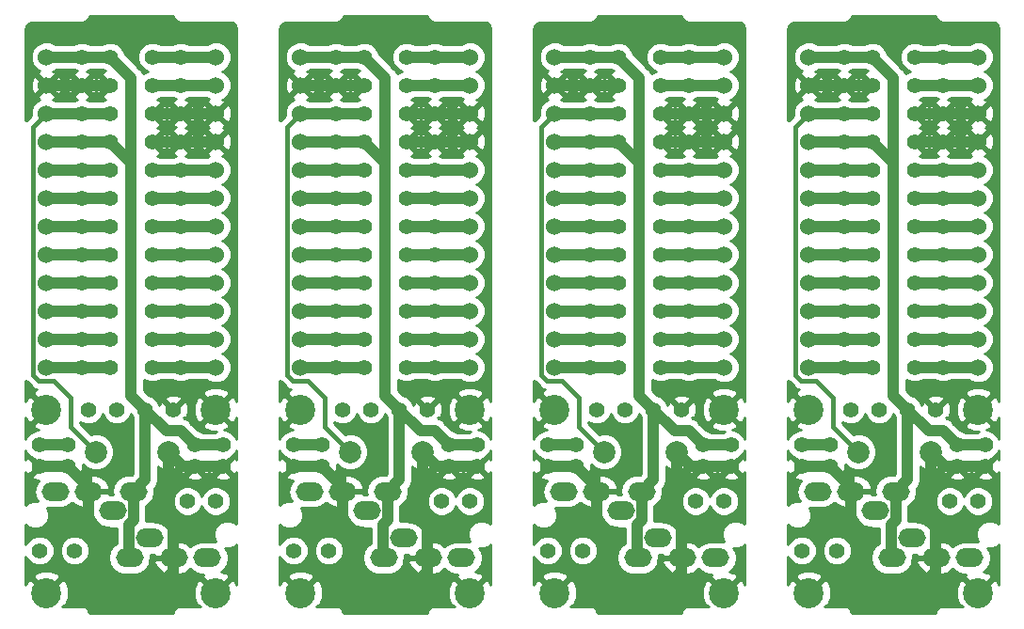
<source format=gbl>
G04 #@! TF.GenerationSoftware,KiCad,Pcbnew,5.0.2-bee76a0~70~ubuntu18.04.1*
G04 #@! TF.CreationDate,2019-11-06T22:06:29+09:00*
G04 #@! TF.ProjectId,promicro-home_panel,70726f6d-6963-4726-9f2d-686f6d655f70,1*
G04 #@! TF.SameCoordinates,Original*
G04 #@! TF.FileFunction,Copper,L2,Bot*
G04 #@! TF.FilePolarity,Positive*
%FSLAX46Y46*%
G04 Gerber Fmt 4.6, Leading zero omitted, Abs format (unit mm)*
G04 Created by KiCad (PCBNEW 5.0.2-bee76a0~70~ubuntu18.04.1) date 2019年11月06日 22時06分29秒*
%MOMM*%
%LPD*%
G01*
G04 APERTURE LIST*
G04 #@! TA.AperFunction,ComponentPad*
%ADD10C,2.700000*%
G04 #@! TD*
G04 #@! TA.AperFunction,ComponentPad*
%ADD11C,1.397000*%
G04 #@! TD*
G04 #@! TA.AperFunction,ComponentPad*
%ADD12C,2.000000*%
G04 #@! TD*
G04 #@! TA.AperFunction,ComponentPad*
%ADD13O,2.500000X1.700000*%
G04 #@! TD*
G04 #@! TA.AperFunction,ComponentPad*
%ADD14C,1.524000*%
G04 #@! TD*
G04 #@! TA.AperFunction,ViaPad*
%ADD15C,0.800000*%
G04 #@! TD*
G04 #@! TA.AperFunction,Conductor*
%ADD16C,0.400000*%
G04 #@! TD*
G04 #@! TA.AperFunction,Conductor*
%ADD17C,1.000000*%
G04 #@! TD*
G04 #@! TA.AperFunction,Conductor*
%ADD18C,0.254000*%
G04 #@! TD*
G04 APERTURE END LIST*
D10*
G04 #@! TO.P,HOLE_M2,*
G04 #@! TO.N,GND*
X158115000Y-80645000D03*
G04 #@! TD*
G04 #@! TO.P,HOLE_M2,*
G04 #@! TO.N,GND*
X173355000Y-80645000D03*
G04 #@! TD*
G04 #@! TO.P,HOLE_M2,*
G04 #@! TO.N,GND*
X173355000Y-97155000D03*
G04 #@! TD*
G04 #@! TO.P,HOLE_M2,*
G04 #@! TO.N,GND*
X158115000Y-97155000D03*
G04 #@! TD*
G04 #@! TO.P,HOLE_M2,*
G04 #@! TO.N,GND*
X135255000Y-97155000D03*
G04 #@! TD*
G04 #@! TO.P,HOLE_M2,*
G04 #@! TO.N,GND*
X135255000Y-80645000D03*
G04 #@! TD*
G04 #@! TO.P,HOLE_M2,*
G04 #@! TO.N,GND*
X150495000Y-80645000D03*
G04 #@! TD*
G04 #@! TO.P,HOLE_M2,*
G04 #@! TO.N,GND*
X150495000Y-97155000D03*
G04 #@! TD*
G04 #@! TO.P,HOLE_M2,*
G04 #@! TO.N,GND*
X127635000Y-80645000D03*
G04 #@! TD*
G04 #@! TO.P,HOLE_M2,*
G04 #@! TO.N,GND*
X112395000Y-80645000D03*
G04 #@! TD*
G04 #@! TO.P,HOLE_M2,*
G04 #@! TO.N,GND*
X127635000Y-97155000D03*
G04 #@! TD*
G04 #@! TO.P,HOLE_M2,*
G04 #@! TO.N,GND*
X112395000Y-97155000D03*
G04 #@! TD*
G04 #@! TO.P,HOLE_M2,*
G04 #@! TO.N,GND*
X104775000Y-80645000D03*
G04 #@! TD*
G04 #@! TO.P,HOLE_M2,*
G04 #@! TO.N,GND*
X104775000Y-97155000D03*
G04 #@! TD*
G04 #@! TO.P,HOLE_M2,*
G04 #@! TO.N,GND*
X89535000Y-97155000D03*
G04 #@! TD*
D11*
G04 #@! TO.P,P2,GND*
G04 #@! TO.N,GND*
X161290000Y-51435000D03*
G04 #@! TD*
G04 #@! TO.P,P2,GND*
G04 #@! TO.N,GND*
X138430000Y-51435000D03*
G04 #@! TD*
G04 #@! TO.P,P2,GND*
G04 #@! TO.N,GND*
X115570000Y-51435000D03*
G04 #@! TD*
G04 #@! TO.P,P2,20*
G04 #@! TO.N,Net-(PM21-Pad1)*
X163830000Y-59055000D03*
G04 #@! TD*
G04 #@! TO.P,P2,20*
G04 #@! TO.N,Net-(PM21-Pad1)*
X140970000Y-59055000D03*
G04 #@! TD*
G04 #@! TO.P,P2,20*
G04 #@! TO.N,Net-(PM21-Pad1)*
X118110000Y-59055000D03*
G04 #@! TD*
G04 #@! TO.P,P2,VCC*
G04 #@! TO.N,VCC*
X163830000Y-48895000D03*
G04 #@! TD*
G04 #@! TO.P,P2,VCC*
G04 #@! TO.N,VCC*
X140970000Y-48895000D03*
G04 #@! TD*
G04 #@! TO.P,P2,VCC*
G04 #@! TO.N,VCC*
X118110000Y-48895000D03*
G04 #@! TD*
G04 #@! TO.P,P2,RESE*
G04 #@! TO.N,RESET*
X163830000Y-53975000D03*
G04 #@! TD*
G04 #@! TO.P,P2,RESE*
G04 #@! TO.N,RESET*
X140970000Y-53975000D03*
G04 #@! TD*
G04 #@! TO.P,P2,RESE*
G04 #@! TO.N,RESET*
X118110000Y-53975000D03*
G04 #@! TD*
G04 #@! TO.P,P2,VCC*
G04 #@! TO.N,VCC*
X163830000Y-56515000D03*
G04 #@! TD*
G04 #@! TO.P,P2,VCC*
G04 #@! TO.N,VCC*
X140970000Y-56515000D03*
G04 #@! TD*
G04 #@! TO.P,P2,VCC*
G04 #@! TO.N,VCC*
X118110000Y-56515000D03*
G04 #@! TD*
G04 #@! TO.P,P2,GND*
G04 #@! TO.N,GND*
X163830000Y-51435000D03*
G04 #@! TD*
G04 #@! TO.P,P2,GND*
G04 #@! TO.N,GND*
X140970000Y-51435000D03*
G04 #@! TD*
G04 #@! TO.P,P2,GND*
G04 #@! TO.N,GND*
X118110000Y-51435000D03*
G04 #@! TD*
G04 #@! TO.P,P2,SCL*
G04 #@! TO.N,SCL*
X170180000Y-61595000D03*
G04 #@! TD*
G04 #@! TO.P,P2,SCL*
G04 #@! TO.N,SCL*
X147320000Y-61595000D03*
G04 #@! TD*
G04 #@! TO.P,P2,SCL*
G04 #@! TO.N,SCL*
X124460000Y-61595000D03*
G04 #@! TD*
G04 #@! TO.P,P2,PLED*
G04 #@! TO.N,Net-(PLED1-Pad1)*
X170180000Y-48895000D03*
G04 #@! TD*
G04 #@! TO.P,P2,PLED*
G04 #@! TO.N,Net-(PLED1-Pad1)*
X147320000Y-48895000D03*
G04 #@! TD*
G04 #@! TO.P,P2,PLED*
G04 #@! TO.N,Net-(PLED1-Pad1)*
X124460000Y-48895000D03*
G04 #@! TD*
G04 #@! TO.P,P2,SDA*
G04 #@! TO.N,SDA*
X170180000Y-59055000D03*
G04 #@! TD*
G04 #@! TO.P,P2,SDA*
G04 #@! TO.N,SDA*
X147320000Y-59055000D03*
G04 #@! TD*
G04 #@! TO.P,P2,SDA*
G04 #@! TO.N,SDA*
X124460000Y-59055000D03*
G04 #@! TD*
G04 #@! TO.P,P2,GND*
G04 #@! TO.N,GND*
X170180000Y-53975000D03*
G04 #@! TD*
G04 #@! TO.P,P2,GND*
G04 #@! TO.N,GND*
X147320000Y-53975000D03*
G04 #@! TD*
G04 #@! TO.P,P2,GND*
G04 #@! TO.N,GND*
X124460000Y-53975000D03*
G04 #@! TD*
G04 #@! TO.P,P2,DATA*
G04 #@! TO.N,DATA*
X170180000Y-51435000D03*
G04 #@! TD*
G04 #@! TO.P,P2,DATA*
G04 #@! TO.N,DATA*
X147320000Y-51435000D03*
G04 #@! TD*
G04 #@! TO.P,P2,DATA*
G04 #@! TO.N,DATA*
X124460000Y-51435000D03*
G04 #@! TD*
G04 #@! TO.P,P2,GND*
G04 #@! TO.N,GND*
X170180000Y-56515000D03*
G04 #@! TD*
G04 #@! TO.P,P2,GND*
G04 #@! TO.N,GND*
X147320000Y-56515000D03*
G04 #@! TD*
G04 #@! TO.P,P2,GND*
G04 #@! TO.N,GND*
X124460000Y-56515000D03*
G04 #@! TD*
G04 #@! TO.P,P2,20*
G04 #@! TO.N,Net-(PM21-Pad1)*
X161290000Y-59055000D03*
G04 #@! TD*
G04 #@! TO.P,P2,20*
G04 #@! TO.N,Net-(PM21-Pad1)*
X138430000Y-59055000D03*
G04 #@! TD*
G04 #@! TO.P,P2,20*
G04 #@! TO.N,Net-(PM21-Pad1)*
X115570000Y-59055000D03*
G04 #@! TD*
G04 #@! TO.P,P2,VCC*
G04 #@! TO.N,VCC*
X161290000Y-56515000D03*
G04 #@! TD*
G04 #@! TO.P,P2,VCC*
G04 #@! TO.N,VCC*
X138430000Y-56515000D03*
G04 #@! TD*
G04 #@! TO.P,P2,VCC*
G04 #@! TO.N,VCC*
X115570000Y-56515000D03*
G04 #@! TD*
G04 #@! TO.P,P2,RESE*
G04 #@! TO.N,RESET*
X161290000Y-53975000D03*
G04 #@! TD*
G04 #@! TO.P,P2,RESE*
G04 #@! TO.N,RESET*
X138430000Y-53975000D03*
G04 #@! TD*
G04 #@! TO.P,P2,RESE*
G04 #@! TO.N,RESET*
X115570000Y-53975000D03*
G04 #@! TD*
G04 #@! TO.P,P2,VCC*
G04 #@! TO.N,VCC*
X161290000Y-48895000D03*
G04 #@! TD*
G04 #@! TO.P,P2,VCC*
G04 #@! TO.N,VCC*
X138430000Y-48895000D03*
G04 #@! TD*
G04 #@! TO.P,P2,VCC*
G04 #@! TO.N,VCC*
X115570000Y-48895000D03*
G04 #@! TD*
D12*
G04 #@! TO.P,RESET1,2*
G04 #@! TO.N,GND*
X169060000Y-84455000D03*
G04 #@! TO.P,RESET1,1*
G04 #@! TO.N,RESET*
X162560000Y-84455000D03*
G04 #@! TD*
G04 #@! TO.P,RESET1,2*
G04 #@! TO.N,GND*
X146200000Y-84455000D03*
G04 #@! TO.P,RESET1,1*
G04 #@! TO.N,RESET*
X139700000Y-84455000D03*
G04 #@! TD*
G04 #@! TO.P,RESET1,2*
G04 #@! TO.N,GND*
X123340000Y-84455000D03*
G04 #@! TO.P,RESET1,1*
G04 #@! TO.N,RESET*
X116840000Y-84455000D03*
G04 #@! TD*
D13*
G04 #@! TO.P,JACK,A*
G04 #@! TO.N,N/C*
X167425000Y-92230000D03*
G04 #@! TO.P,JACK,D*
G04 #@! TO.N,VCC*
X165925000Y-88030000D03*
G04 #@! TO.P,JACK,C*
G04 #@! TO.N,GND*
X161925000Y-88030000D03*
G04 #@! TO.P,JACK,B*
G04 #@! TO.N,DATA*
X158925000Y-88030000D03*
G04 #@! TD*
G04 #@! TO.P,JACK,A*
G04 #@! TO.N,N/C*
X144565000Y-92230000D03*
G04 #@! TO.P,JACK,D*
G04 #@! TO.N,VCC*
X143065000Y-88030000D03*
G04 #@! TO.P,JACK,C*
G04 #@! TO.N,GND*
X139065000Y-88030000D03*
G04 #@! TO.P,JACK,B*
G04 #@! TO.N,DATA*
X136065000Y-88030000D03*
G04 #@! TD*
G04 #@! TO.P,JACK,A*
G04 #@! TO.N,N/C*
X121705000Y-92230000D03*
G04 #@! TO.P,JACK,D*
G04 #@! TO.N,VCC*
X120205000Y-88030000D03*
G04 #@! TO.P,JACK,C*
G04 #@! TO.N,GND*
X116205000Y-88030000D03*
G04 #@! TO.P,JACK,B*
G04 #@! TO.N,DATA*
X113205000Y-88030000D03*
G04 #@! TD*
G04 #@! TO.P,JACK,B*
G04 #@! TO.N,DATA*
X172595000Y-93980000D03*
G04 #@! TO.P,JACK,C*
G04 #@! TO.N,GND*
X169595000Y-93980000D03*
G04 #@! TO.P,JACK,D*
G04 #@! TO.N,VCC*
X165595000Y-93980000D03*
G04 #@! TO.P,JACK,A*
G04 #@! TO.N,N/C*
X164095000Y-89780000D03*
G04 #@! TD*
G04 #@! TO.P,JACK,B*
G04 #@! TO.N,DATA*
X149735000Y-93980000D03*
G04 #@! TO.P,JACK,C*
G04 #@! TO.N,GND*
X146735000Y-93980000D03*
G04 #@! TO.P,JACK,D*
G04 #@! TO.N,VCC*
X142735000Y-93980000D03*
G04 #@! TO.P,JACK,A*
G04 #@! TO.N,N/C*
X141235000Y-89780000D03*
G04 #@! TD*
G04 #@! TO.P,JACK,B*
G04 #@! TO.N,DATA*
X126875000Y-93980000D03*
G04 #@! TO.P,JACK,C*
G04 #@! TO.N,GND*
X123875000Y-93980000D03*
G04 #@! TO.P,JACK,D*
G04 #@! TO.N,VCC*
X119875000Y-93980000D03*
G04 #@! TO.P,JACK,A*
G04 #@! TO.N,N/C*
X118375000Y-89780000D03*
G04 #@! TD*
D11*
G04 #@! TO.P,P2,12*
G04 #@! TO.N,Net-(PM9-Pad1)*
X167640000Y-76835000D03*
G04 #@! TD*
G04 #@! TO.P,P2,12*
G04 #@! TO.N,Net-(PM9-Pad1)*
X144780000Y-76835000D03*
G04 #@! TD*
G04 #@! TO.P,P2,12*
G04 #@! TO.N,Net-(PM9-Pad1)*
X121920000Y-76835000D03*
G04 #@! TD*
G04 #@! TO.P,P2,11*
G04 #@! TO.N,Net-(PM8-Pad1)*
X167640000Y-74295000D03*
G04 #@! TD*
G04 #@! TO.P,P2,11*
G04 #@! TO.N,Net-(PM8-Pad1)*
X144780000Y-74295000D03*
G04 #@! TD*
G04 #@! TO.P,P2,11*
G04 #@! TO.N,Net-(PM8-Pad1)*
X121920000Y-74295000D03*
G04 #@! TD*
G04 #@! TO.P,P2,10*
G04 #@! TO.N,Net-(PM7-Pad1)*
X167640000Y-71755000D03*
G04 #@! TD*
G04 #@! TO.P,P2,10*
G04 #@! TO.N,Net-(PM7-Pad1)*
X144780000Y-71755000D03*
G04 #@! TD*
G04 #@! TO.P,P2,10*
G04 #@! TO.N,Net-(PM7-Pad1)*
X121920000Y-71755000D03*
G04 #@! TD*
G04 #@! TO.P,P2,7*
G04 #@! TO.N,Net-(PM4-Pad1)*
X167640000Y-64135000D03*
G04 #@! TD*
G04 #@! TO.P,P2,7*
G04 #@! TO.N,Net-(PM4-Pad1)*
X144780000Y-64135000D03*
G04 #@! TD*
G04 #@! TO.P,P2,7*
G04 #@! TO.N,Net-(PM4-Pad1)*
X121920000Y-64135000D03*
G04 #@! TD*
G04 #@! TO.P,P2,9*
G04 #@! TO.N,Net-(PM6-Pad1)*
X167640000Y-69215000D03*
G04 #@! TD*
G04 #@! TO.P,P2,9*
G04 #@! TO.N,Net-(PM6-Pad1)*
X144780000Y-69215000D03*
G04 #@! TD*
G04 #@! TO.P,P2,9*
G04 #@! TO.N,Net-(PM6-Pad1)*
X121920000Y-69215000D03*
G04 #@! TD*
G04 #@! TO.P,P2,8*
G04 #@! TO.N,Net-(PM5-Pad1)*
X167640000Y-66675000D03*
G04 #@! TD*
G04 #@! TO.P,P2,8*
G04 #@! TO.N,Net-(PM5-Pad1)*
X144780000Y-66675000D03*
G04 #@! TD*
G04 #@! TO.P,P2,8*
G04 #@! TO.N,Net-(PM5-Pad1)*
X121920000Y-66675000D03*
G04 #@! TD*
G04 #@! TO.P,P2,18*
G04 #@! TO.N,Net-(PM19-Pad1)*
X163830000Y-64135000D03*
G04 #@! TD*
G04 #@! TO.P,P2,18*
G04 #@! TO.N,Net-(PM19-Pad1)*
X140970000Y-64135000D03*
G04 #@! TD*
G04 #@! TO.P,P2,18*
G04 #@! TO.N,Net-(PM19-Pad1)*
X118110000Y-64135000D03*
G04 #@! TD*
G04 #@! TO.P,P2,17*
G04 #@! TO.N,Net-(PM18-Pad1)*
X163830000Y-66675000D03*
G04 #@! TD*
G04 #@! TO.P,P2,17*
G04 #@! TO.N,Net-(PM18-Pad1)*
X140970000Y-66675000D03*
G04 #@! TD*
G04 #@! TO.P,P2,17*
G04 #@! TO.N,Net-(PM18-Pad1)*
X118110000Y-66675000D03*
G04 #@! TD*
G04 #@! TO.P,P2,16*
G04 #@! TO.N,Net-(PM15-Pad1)*
X163830000Y-69215000D03*
G04 #@! TD*
G04 #@! TO.P,P2,16*
G04 #@! TO.N,Net-(PM15-Pad1)*
X140970000Y-69215000D03*
G04 #@! TD*
G04 #@! TO.P,P2,16*
G04 #@! TO.N,Net-(PM15-Pad1)*
X118110000Y-69215000D03*
G04 #@! TD*
G04 #@! TO.P,P2,13*
G04 #@! TO.N,Net-(PM10-Pad1)*
X163830000Y-76835000D03*
G04 #@! TD*
G04 #@! TO.P,P2,13*
G04 #@! TO.N,Net-(PM10-Pad1)*
X140970000Y-76835000D03*
G04 #@! TD*
G04 #@! TO.P,P2,13*
G04 #@! TO.N,Net-(PM10-Pad1)*
X118110000Y-76835000D03*
G04 #@! TD*
G04 #@! TO.P,P2,15*
G04 #@! TO.N,Net-(PM14-Pad1)*
X163830000Y-71755000D03*
G04 #@! TD*
G04 #@! TO.P,P2,15*
G04 #@! TO.N,Net-(PM14-Pad1)*
X140970000Y-71755000D03*
G04 #@! TD*
G04 #@! TO.P,P2,15*
G04 #@! TO.N,Net-(PM14-Pad1)*
X118110000Y-71755000D03*
G04 #@! TD*
G04 #@! TO.P,P2,14*
G04 #@! TO.N,Net-(PM16-Pad1)*
X163830000Y-74295000D03*
G04 #@! TD*
G04 #@! TO.P,P2,14*
G04 #@! TO.N,Net-(PM16-Pad1)*
X140970000Y-74295000D03*
G04 #@! TD*
G04 #@! TO.P,P2,14*
G04 #@! TO.N,Net-(PM16-Pad1)*
X118110000Y-74295000D03*
G04 #@! TD*
G04 #@! TO.P,P2,19*
G04 #@! TO.N,Net-(PM20-Pad1)*
X163830000Y-61595000D03*
G04 #@! TD*
G04 #@! TO.P,P2,19*
G04 #@! TO.N,Net-(PM20-Pad1)*
X140970000Y-61595000D03*
G04 #@! TD*
G04 #@! TO.P,P2,19*
G04 #@! TO.N,Net-(PM20-Pad1)*
X118110000Y-61595000D03*
G04 #@! TD*
G04 #@! TO.P,P2,1*
G04 #@! TO.N,GND*
X173990000Y-85725000D03*
G04 #@! TD*
G04 #@! TO.P,P2,1*
G04 #@! TO.N,GND*
X151130000Y-85725000D03*
G04 #@! TD*
G04 #@! TO.P,P2,1*
G04 #@! TO.N,GND*
X128270000Y-85725000D03*
G04 #@! TD*
G04 #@! TO.P,P2,1*
G04 #@! TO.N,GND*
X171450000Y-85725000D03*
G04 #@! TD*
G04 #@! TO.P,P2,1*
G04 #@! TO.N,GND*
X148590000Y-85725000D03*
G04 #@! TD*
G04 #@! TO.P,P2,1*
G04 #@! TO.N,GND*
X125730000Y-85725000D03*
G04 #@! TD*
G04 #@! TO.P,P2,1*
G04 #@! TO.N,VCC*
X171450000Y-83820000D03*
G04 #@! TD*
G04 #@! TO.P,P2,1*
G04 #@! TO.N,VCC*
X148590000Y-83820000D03*
G04 #@! TD*
G04 #@! TO.P,P2,1*
G04 #@! TO.N,VCC*
X125730000Y-83820000D03*
G04 #@! TD*
G04 #@! TO.P,P2,1*
G04 #@! TO.N,VCC*
X173990000Y-83820000D03*
G04 #@! TD*
G04 #@! TO.P,P2,1*
G04 #@! TO.N,VCC*
X151130000Y-83820000D03*
G04 #@! TD*
G04 #@! TO.P,P2,1*
G04 #@! TO.N,VCC*
X128270000Y-83820000D03*
G04 #@! TD*
G04 #@! TO.P,P2,1*
G04 #@! TO.N,GND*
X157480000Y-85725000D03*
G04 #@! TD*
G04 #@! TO.P,P2,1*
G04 #@! TO.N,GND*
X134620000Y-85725000D03*
G04 #@! TD*
G04 #@! TO.P,P2,1*
G04 #@! TO.N,GND*
X111760000Y-85725000D03*
G04 #@! TD*
G04 #@! TO.P,P2,1*
G04 #@! TO.N,GND*
X160020000Y-85725000D03*
G04 #@! TD*
G04 #@! TO.P,P2,1*
G04 #@! TO.N,GND*
X137160000Y-85725000D03*
G04 #@! TD*
G04 #@! TO.P,P2,1*
G04 #@! TO.N,GND*
X114300000Y-85725000D03*
G04 #@! TD*
G04 #@! TO.P,P2,1*
G04 #@! TO.N,VCC*
X157480000Y-83820000D03*
G04 #@! TD*
G04 #@! TO.P,P2,1*
G04 #@! TO.N,VCC*
X134620000Y-83820000D03*
G04 #@! TD*
G04 #@! TO.P,P2,1*
G04 #@! TO.N,VCC*
X111760000Y-83820000D03*
G04 #@! TD*
G04 #@! TO.P,P2,1*
G04 #@! TO.N,VCC*
X160020000Y-83820000D03*
G04 #@! TD*
G04 #@! TO.P,P2,1*
G04 #@! TO.N,VCC*
X137160000Y-83820000D03*
G04 #@! TD*
G04 #@! TO.P,P2,1*
G04 #@! TO.N,VCC*
X114300000Y-83820000D03*
G04 #@! TD*
G04 #@! TO.P,OLED,4*
G04 #@! TO.N,SDA*
X161925000Y-80645000D03*
G04 #@! TO.P,OLED,3*
G04 #@! TO.N,SCL*
X164465000Y-80645000D03*
G04 #@! TO.P,OLED,2*
G04 #@! TO.N,VCC*
X167005000Y-80645000D03*
G04 #@! TO.P,OLED,1*
G04 #@! TO.N,GND*
X169545000Y-80645000D03*
G04 #@! TD*
G04 #@! TO.P,OLED,4*
G04 #@! TO.N,SDA*
X139065000Y-80645000D03*
G04 #@! TO.P,OLED,3*
G04 #@! TO.N,SCL*
X141605000Y-80645000D03*
G04 #@! TO.P,OLED,2*
G04 #@! TO.N,VCC*
X144145000Y-80645000D03*
G04 #@! TO.P,OLED,1*
G04 #@! TO.N,GND*
X146685000Y-80645000D03*
G04 #@! TD*
G04 #@! TO.P,OLED,4*
G04 #@! TO.N,SDA*
X116205000Y-80645000D03*
G04 #@! TO.P,OLED,3*
G04 #@! TO.N,SCL*
X118745000Y-80645000D03*
G04 #@! TO.P,OLED,2*
G04 #@! TO.N,VCC*
X121285000Y-80645000D03*
G04 #@! TO.P,OLED,1*
G04 #@! TO.N,GND*
X123825000Y-80645000D03*
G04 #@! TD*
G04 #@! TO.P,P2,8*
G04 #@! TO.N,Net-(PM5-Pad1)*
X170180000Y-66675000D03*
G04 #@! TD*
G04 #@! TO.P,P2,8*
G04 #@! TO.N,Net-(PM5-Pad1)*
X147320000Y-66675000D03*
G04 #@! TD*
G04 #@! TO.P,P2,8*
G04 #@! TO.N,Net-(PM5-Pad1)*
X124460000Y-66675000D03*
G04 #@! TD*
G04 #@! TO.P,P2,9*
G04 #@! TO.N,Net-(PM6-Pad1)*
X170180000Y-69215000D03*
G04 #@! TD*
G04 #@! TO.P,P2,9*
G04 #@! TO.N,Net-(PM6-Pad1)*
X147320000Y-69215000D03*
G04 #@! TD*
G04 #@! TO.P,P2,9*
G04 #@! TO.N,Net-(PM6-Pad1)*
X124460000Y-69215000D03*
G04 #@! TD*
G04 #@! TO.P,P2,7*
G04 #@! TO.N,Net-(PM4-Pad1)*
X170180000Y-64135000D03*
G04 #@! TD*
G04 #@! TO.P,P2,7*
G04 #@! TO.N,Net-(PM4-Pad1)*
X147320000Y-64135000D03*
G04 #@! TD*
G04 #@! TO.P,P2,7*
G04 #@! TO.N,Net-(PM4-Pad1)*
X124460000Y-64135000D03*
G04 #@! TD*
G04 #@! TO.P,P2,10*
G04 #@! TO.N,Net-(PM7-Pad1)*
X170180000Y-71755000D03*
G04 #@! TD*
G04 #@! TO.P,P2,10*
G04 #@! TO.N,Net-(PM7-Pad1)*
X147320000Y-71755000D03*
G04 #@! TD*
G04 #@! TO.P,P2,10*
G04 #@! TO.N,Net-(PM7-Pad1)*
X124460000Y-71755000D03*
G04 #@! TD*
G04 #@! TO.P,P2,11*
G04 #@! TO.N,Net-(PM8-Pad1)*
X170180000Y-74295000D03*
G04 #@! TD*
G04 #@! TO.P,P2,11*
G04 #@! TO.N,Net-(PM8-Pad1)*
X147320000Y-74295000D03*
G04 #@! TD*
G04 #@! TO.P,P2,11*
G04 #@! TO.N,Net-(PM8-Pad1)*
X124460000Y-74295000D03*
G04 #@! TD*
G04 #@! TO.P,P2,12*
G04 #@! TO.N,Net-(PM9-Pad1)*
X170180000Y-76835000D03*
G04 #@! TD*
G04 #@! TO.P,P2,12*
G04 #@! TO.N,Net-(PM9-Pad1)*
X147320000Y-76835000D03*
G04 #@! TD*
G04 #@! TO.P,P2,12*
G04 #@! TO.N,Net-(PM9-Pad1)*
X124460000Y-76835000D03*
G04 #@! TD*
G04 #@! TO.P,P2,14*
G04 #@! TO.N,Net-(PM16-Pad1)*
X161290000Y-74295000D03*
G04 #@! TD*
G04 #@! TO.P,P2,14*
G04 #@! TO.N,Net-(PM16-Pad1)*
X138430000Y-74295000D03*
G04 #@! TD*
G04 #@! TO.P,P2,14*
G04 #@! TO.N,Net-(PM16-Pad1)*
X115570000Y-74295000D03*
G04 #@! TD*
G04 #@! TO.P,P2,15*
G04 #@! TO.N,Net-(PM14-Pad1)*
X161290000Y-71755000D03*
G04 #@! TD*
G04 #@! TO.P,P2,15*
G04 #@! TO.N,Net-(PM14-Pad1)*
X138430000Y-71755000D03*
G04 #@! TD*
G04 #@! TO.P,P2,15*
G04 #@! TO.N,Net-(PM14-Pad1)*
X115570000Y-71755000D03*
G04 #@! TD*
G04 #@! TO.P,P2,13*
G04 #@! TO.N,Net-(PM10-Pad1)*
X161290000Y-76835000D03*
G04 #@! TD*
G04 #@! TO.P,P2,13*
G04 #@! TO.N,Net-(PM10-Pad1)*
X138430000Y-76835000D03*
G04 #@! TD*
G04 #@! TO.P,P2,13*
G04 #@! TO.N,Net-(PM10-Pad1)*
X115570000Y-76835000D03*
G04 #@! TD*
G04 #@! TO.P,P2,16*
G04 #@! TO.N,Net-(PM15-Pad1)*
X161290000Y-69215000D03*
G04 #@! TD*
G04 #@! TO.P,P2,16*
G04 #@! TO.N,Net-(PM15-Pad1)*
X138430000Y-69215000D03*
G04 #@! TD*
G04 #@! TO.P,P2,16*
G04 #@! TO.N,Net-(PM15-Pad1)*
X115570000Y-69215000D03*
G04 #@! TD*
G04 #@! TO.P,P2,17*
G04 #@! TO.N,Net-(PM18-Pad1)*
X161290000Y-66675000D03*
G04 #@! TD*
G04 #@! TO.P,P2,17*
G04 #@! TO.N,Net-(PM18-Pad1)*
X138430000Y-66675000D03*
G04 #@! TD*
G04 #@! TO.P,P2,17*
G04 #@! TO.N,Net-(PM18-Pad1)*
X115570000Y-66675000D03*
G04 #@! TD*
G04 #@! TO.P,P2,18*
G04 #@! TO.N,Net-(PM19-Pad1)*
X161290000Y-64135000D03*
G04 #@! TD*
G04 #@! TO.P,P2,18*
G04 #@! TO.N,Net-(PM19-Pad1)*
X138430000Y-64135000D03*
G04 #@! TD*
G04 #@! TO.P,P2,18*
G04 #@! TO.N,Net-(PM19-Pad1)*
X115570000Y-64135000D03*
G04 #@! TD*
G04 #@! TO.P,P2,19*
G04 #@! TO.N,Net-(PM20-Pad1)*
X161290000Y-61595000D03*
G04 #@! TD*
G04 #@! TO.P,P2,19*
G04 #@! TO.N,Net-(PM20-Pad1)*
X138430000Y-61595000D03*
G04 #@! TD*
G04 #@! TO.P,P2,19*
G04 #@! TO.N,Net-(PM20-Pad1)*
X115570000Y-61595000D03*
G04 #@! TD*
D14*
G04 #@! TO.P,U2,1*
G04 #@! TO.N,Net-(PLED1-Pad1)*
X173355000Y-48895000D03*
G04 #@! TO.P,U2,2*
G04 #@! TO.N,DATA*
X173355000Y-51435000D03*
G04 #@! TO.P,U2,3*
G04 #@! TO.N,GND*
X173355000Y-53975000D03*
G04 #@! TO.P,U2,4*
X173355000Y-56515000D03*
G04 #@! TO.P,U2,5*
G04 #@! TO.N,SDA*
X173355000Y-59055000D03*
G04 #@! TO.P,U2,6*
G04 #@! TO.N,SCL*
X173355000Y-61595000D03*
G04 #@! TO.P,U2,7*
G04 #@! TO.N,Net-(PM4-Pad1)*
X173355000Y-64135000D03*
G04 #@! TO.P,U2,8*
G04 #@! TO.N,Net-(PM5-Pad1)*
X173355000Y-66675000D03*
G04 #@! TO.P,U2,9*
G04 #@! TO.N,Net-(PM6-Pad1)*
X173355000Y-69215000D03*
G04 #@! TO.P,U2,10*
G04 #@! TO.N,Net-(PM7-Pad1)*
X173355000Y-71755000D03*
G04 #@! TO.P,U2,11*
G04 #@! TO.N,Net-(PM8-Pad1)*
X173355000Y-74295000D03*
G04 #@! TO.P,U2,12*
G04 #@! TO.N,Net-(PM9-Pad1)*
X173355000Y-76835000D03*
G04 #@! TO.P,U2,13*
G04 #@! TO.N,Net-(PM10-Pad1)*
X158115000Y-76835000D03*
G04 #@! TO.P,U2,14*
G04 #@! TO.N,Net-(PM16-Pad1)*
X158115000Y-74295000D03*
G04 #@! TO.P,U2,15*
G04 #@! TO.N,Net-(PM14-Pad1)*
X158115000Y-71755000D03*
G04 #@! TO.P,U2,16*
G04 #@! TO.N,Net-(PM15-Pad1)*
X158115000Y-69215000D03*
G04 #@! TO.P,U2,17*
G04 #@! TO.N,Net-(PM18-Pad1)*
X158115000Y-66675000D03*
G04 #@! TO.P,U2,18*
G04 #@! TO.N,Net-(PM19-Pad1)*
X158115000Y-64135000D03*
G04 #@! TO.P,U2,19*
G04 #@! TO.N,Net-(PM20-Pad1)*
X158115000Y-61595000D03*
G04 #@! TO.P,U2,20*
G04 #@! TO.N,Net-(PM21-Pad1)*
X158115000Y-59055000D03*
G04 #@! TO.P,U2,21*
G04 #@! TO.N,VCC*
X158115000Y-56515000D03*
G04 #@! TO.P,U2,22*
G04 #@! TO.N,RESET*
X158115000Y-53975000D03*
G04 #@! TO.P,U2,23*
G04 #@! TO.N,GND*
X158115000Y-51435000D03*
G04 #@! TO.P,U2,24*
G04 #@! TO.N,VCC*
X158115000Y-48895000D03*
G04 #@! TD*
G04 #@! TO.P,U2,1*
G04 #@! TO.N,Net-(PLED1-Pad1)*
X150495000Y-48895000D03*
G04 #@! TO.P,U2,2*
G04 #@! TO.N,DATA*
X150495000Y-51435000D03*
G04 #@! TO.P,U2,3*
G04 #@! TO.N,GND*
X150495000Y-53975000D03*
G04 #@! TO.P,U2,4*
X150495000Y-56515000D03*
G04 #@! TO.P,U2,5*
G04 #@! TO.N,SDA*
X150495000Y-59055000D03*
G04 #@! TO.P,U2,6*
G04 #@! TO.N,SCL*
X150495000Y-61595000D03*
G04 #@! TO.P,U2,7*
G04 #@! TO.N,Net-(PM4-Pad1)*
X150495000Y-64135000D03*
G04 #@! TO.P,U2,8*
G04 #@! TO.N,Net-(PM5-Pad1)*
X150495000Y-66675000D03*
G04 #@! TO.P,U2,9*
G04 #@! TO.N,Net-(PM6-Pad1)*
X150495000Y-69215000D03*
G04 #@! TO.P,U2,10*
G04 #@! TO.N,Net-(PM7-Pad1)*
X150495000Y-71755000D03*
G04 #@! TO.P,U2,11*
G04 #@! TO.N,Net-(PM8-Pad1)*
X150495000Y-74295000D03*
G04 #@! TO.P,U2,12*
G04 #@! TO.N,Net-(PM9-Pad1)*
X150495000Y-76835000D03*
G04 #@! TO.P,U2,13*
G04 #@! TO.N,Net-(PM10-Pad1)*
X135255000Y-76835000D03*
G04 #@! TO.P,U2,14*
G04 #@! TO.N,Net-(PM16-Pad1)*
X135255000Y-74295000D03*
G04 #@! TO.P,U2,15*
G04 #@! TO.N,Net-(PM14-Pad1)*
X135255000Y-71755000D03*
G04 #@! TO.P,U2,16*
G04 #@! TO.N,Net-(PM15-Pad1)*
X135255000Y-69215000D03*
G04 #@! TO.P,U2,17*
G04 #@! TO.N,Net-(PM18-Pad1)*
X135255000Y-66675000D03*
G04 #@! TO.P,U2,18*
G04 #@! TO.N,Net-(PM19-Pad1)*
X135255000Y-64135000D03*
G04 #@! TO.P,U2,19*
G04 #@! TO.N,Net-(PM20-Pad1)*
X135255000Y-61595000D03*
G04 #@! TO.P,U2,20*
G04 #@! TO.N,Net-(PM21-Pad1)*
X135255000Y-59055000D03*
G04 #@! TO.P,U2,21*
G04 #@! TO.N,VCC*
X135255000Y-56515000D03*
G04 #@! TO.P,U2,22*
G04 #@! TO.N,RESET*
X135255000Y-53975000D03*
G04 #@! TO.P,U2,23*
G04 #@! TO.N,GND*
X135255000Y-51435000D03*
G04 #@! TO.P,U2,24*
G04 #@! TO.N,VCC*
X135255000Y-48895000D03*
G04 #@! TD*
G04 #@! TO.P,U2,1*
G04 #@! TO.N,Net-(PLED1-Pad1)*
X127635000Y-48895000D03*
G04 #@! TO.P,U2,2*
G04 #@! TO.N,DATA*
X127635000Y-51435000D03*
G04 #@! TO.P,U2,3*
G04 #@! TO.N,GND*
X127635000Y-53975000D03*
G04 #@! TO.P,U2,4*
X127635000Y-56515000D03*
G04 #@! TO.P,U2,5*
G04 #@! TO.N,SDA*
X127635000Y-59055000D03*
G04 #@! TO.P,U2,6*
G04 #@! TO.N,SCL*
X127635000Y-61595000D03*
G04 #@! TO.P,U2,7*
G04 #@! TO.N,Net-(PM4-Pad1)*
X127635000Y-64135000D03*
G04 #@! TO.P,U2,8*
G04 #@! TO.N,Net-(PM5-Pad1)*
X127635000Y-66675000D03*
G04 #@! TO.P,U2,9*
G04 #@! TO.N,Net-(PM6-Pad1)*
X127635000Y-69215000D03*
G04 #@! TO.P,U2,10*
G04 #@! TO.N,Net-(PM7-Pad1)*
X127635000Y-71755000D03*
G04 #@! TO.P,U2,11*
G04 #@! TO.N,Net-(PM8-Pad1)*
X127635000Y-74295000D03*
G04 #@! TO.P,U2,12*
G04 #@! TO.N,Net-(PM9-Pad1)*
X127635000Y-76835000D03*
G04 #@! TO.P,U2,13*
G04 #@! TO.N,Net-(PM10-Pad1)*
X112395000Y-76835000D03*
G04 #@! TO.P,U2,14*
G04 #@! TO.N,Net-(PM16-Pad1)*
X112395000Y-74295000D03*
G04 #@! TO.P,U2,15*
G04 #@! TO.N,Net-(PM14-Pad1)*
X112395000Y-71755000D03*
G04 #@! TO.P,U2,16*
G04 #@! TO.N,Net-(PM15-Pad1)*
X112395000Y-69215000D03*
G04 #@! TO.P,U2,17*
G04 #@! TO.N,Net-(PM18-Pad1)*
X112395000Y-66675000D03*
G04 #@! TO.P,U2,18*
G04 #@! TO.N,Net-(PM19-Pad1)*
X112395000Y-64135000D03*
G04 #@! TO.P,U2,19*
G04 #@! TO.N,Net-(PM20-Pad1)*
X112395000Y-61595000D03*
G04 #@! TO.P,U2,20*
G04 #@! TO.N,Net-(PM21-Pad1)*
X112395000Y-59055000D03*
G04 #@! TO.P,U2,21*
G04 #@! TO.N,VCC*
X112395000Y-56515000D03*
G04 #@! TO.P,U2,22*
G04 #@! TO.N,RESET*
X112395000Y-53975000D03*
G04 #@! TO.P,U2,23*
G04 #@! TO.N,GND*
X112395000Y-51435000D03*
G04 #@! TO.P,U2,24*
G04 #@! TO.N,VCC*
X112395000Y-48895000D03*
G04 #@! TD*
D11*
G04 #@! TO.P,DATA,D*
G04 #@! TO.N,DATA*
X173355000Y-88900000D03*
G04 #@! TD*
G04 #@! TO.P,DATA,D*
G04 #@! TO.N,DATA*
X150495000Y-88900000D03*
G04 #@! TD*
G04 #@! TO.P,DATA,D*
G04 #@! TO.N,DATA*
X127635000Y-88900000D03*
G04 #@! TD*
G04 #@! TO.P,A,A*
G04 #@! TO.N,N/C*
X170815000Y-88900000D03*
G04 #@! TD*
G04 #@! TO.P,A,A*
G04 #@! TO.N,N/C*
X147955000Y-88900000D03*
G04 #@! TD*
G04 #@! TO.P,A,A*
G04 #@! TO.N,N/C*
X125095000Y-88900000D03*
G04 #@! TD*
G04 #@! TO.P,A,A*
G04 #@! TO.N,N/C*
X160655000Y-93345000D03*
G04 #@! TD*
G04 #@! TO.P,A,A*
G04 #@! TO.N,N/C*
X137795000Y-93345000D03*
G04 #@! TD*
G04 #@! TO.P,A,A*
G04 #@! TO.N,N/C*
X114935000Y-93345000D03*
G04 #@! TD*
G04 #@! TO.P,DATA,D*
G04 #@! TO.N,DATA*
X157480000Y-93345000D03*
G04 #@! TD*
G04 #@! TO.P,DATA,D*
G04 #@! TO.N,DATA*
X134620000Y-93345000D03*
G04 #@! TD*
G04 #@! TO.P,DATA,D*
G04 #@! TO.N,DATA*
X111760000Y-93345000D03*
G04 #@! TD*
G04 #@! TO.P,P2,SDA*
G04 #@! TO.N,SDA*
X167640000Y-59055000D03*
G04 #@! TD*
G04 #@! TO.P,P2,SDA*
G04 #@! TO.N,SDA*
X144780000Y-59055000D03*
G04 #@! TD*
G04 #@! TO.P,P2,SDA*
G04 #@! TO.N,SDA*
X121920000Y-59055000D03*
G04 #@! TD*
G04 #@! TO.P,P2,SCL*
G04 #@! TO.N,SCL*
X167640000Y-61595000D03*
G04 #@! TD*
G04 #@! TO.P,P2,SCL*
G04 #@! TO.N,SCL*
X144780000Y-61595000D03*
G04 #@! TD*
G04 #@! TO.P,P2,SCL*
G04 #@! TO.N,SCL*
X121920000Y-61595000D03*
G04 #@! TD*
G04 #@! TO.P,P2,PLED*
G04 #@! TO.N,Net-(PLED1-Pad1)*
X167640000Y-48895000D03*
G04 #@! TD*
G04 #@! TO.P,P2,PLED*
G04 #@! TO.N,Net-(PLED1-Pad1)*
X144780000Y-48895000D03*
G04 #@! TD*
G04 #@! TO.P,P2,PLED*
G04 #@! TO.N,Net-(PLED1-Pad1)*
X121920000Y-48895000D03*
G04 #@! TD*
G04 #@! TO.P,P2,GND*
G04 #@! TO.N,GND*
X167640000Y-53975000D03*
G04 #@! TD*
G04 #@! TO.P,P2,GND*
G04 #@! TO.N,GND*
X144780000Y-53975000D03*
G04 #@! TD*
G04 #@! TO.P,P2,GND*
G04 #@! TO.N,GND*
X121920000Y-53975000D03*
G04 #@! TD*
G04 #@! TO.P,P2,GND*
G04 #@! TO.N,GND*
X167640000Y-56515000D03*
G04 #@! TD*
G04 #@! TO.P,P2,GND*
G04 #@! TO.N,GND*
X144780000Y-56515000D03*
G04 #@! TD*
G04 #@! TO.P,P2,GND*
G04 #@! TO.N,GND*
X121920000Y-56515000D03*
G04 #@! TD*
G04 #@! TO.P,DT,DATA*
G04 #@! TO.N,DATA*
X167640000Y-51435000D03*
G04 #@! TD*
G04 #@! TO.P,DT,DATA*
G04 #@! TO.N,DATA*
X144780000Y-51435000D03*
G04 #@! TD*
G04 #@! TO.P,DT,DATA*
G04 #@! TO.N,DATA*
X121920000Y-51435000D03*
G04 #@! TD*
D13*
G04 #@! TO.P,JACK,A*
G04 #@! TO.N,N/C*
X95515000Y-89780000D03*
G04 #@! TO.P,JACK,D*
G04 #@! TO.N,VCC*
X97015000Y-93980000D03*
G04 #@! TO.P,JACK,C*
G04 #@! TO.N,GND*
X101015000Y-93980000D03*
G04 #@! TO.P,JACK,B*
G04 #@! TO.N,DATA*
X104015000Y-93980000D03*
G04 #@! TD*
G04 #@! TO.P,JACK,B*
G04 #@! TO.N,DATA*
X90345000Y-88030000D03*
G04 #@! TO.P,JACK,C*
G04 #@! TO.N,GND*
X93345000Y-88030000D03*
G04 #@! TO.P,JACK,D*
G04 #@! TO.N,VCC*
X97345000Y-88030000D03*
G04 #@! TO.P,JACK,A*
G04 #@! TO.N,N/C*
X98845000Y-92230000D03*
G04 #@! TD*
D12*
G04 #@! TO.P,RESET1,1*
G04 #@! TO.N,RESET*
X93980000Y-84455000D03*
G04 #@! TO.P,RESET1,2*
G04 #@! TO.N,GND*
X100480000Y-84455000D03*
G04 #@! TD*
D10*
G04 #@! TO.P,HOLE_M2,*
G04 #@! TO.N,GND*
X89535000Y-80645000D03*
G04 #@! TD*
D11*
G04 #@! TO.P,P2,VCC*
G04 #@! TO.N,VCC*
X92710000Y-48895000D03*
G04 #@! TD*
G04 #@! TO.P,P2,GND*
G04 #@! TO.N,GND*
X92710000Y-51435000D03*
G04 #@! TD*
G04 #@! TO.P,P2,RESE*
G04 #@! TO.N,RESET*
X92710000Y-53975000D03*
G04 #@! TD*
G04 #@! TO.P,P2,VCC*
G04 #@! TO.N,VCC*
X92710000Y-56515000D03*
G04 #@! TD*
G04 #@! TO.P,P2,20*
G04 #@! TO.N,Net-(PM21-Pad1)*
X92710000Y-59055000D03*
G04 #@! TD*
G04 #@! TO.P,P2,GND*
G04 #@! TO.N,GND*
X101600000Y-56515000D03*
G04 #@! TD*
G04 #@! TO.P,P2,DATA*
G04 #@! TO.N,DATA*
X101600000Y-51435000D03*
G04 #@! TD*
G04 #@! TO.P,P2,GND*
G04 #@! TO.N,GND*
X101600000Y-53975000D03*
G04 #@! TD*
G04 #@! TO.P,P2,SDA*
G04 #@! TO.N,SDA*
X101600000Y-59055000D03*
G04 #@! TD*
G04 #@! TO.P,P2,PLED*
G04 #@! TO.N,Net-(PLED1-Pad1)*
X101600000Y-48895000D03*
G04 #@! TD*
G04 #@! TO.P,P2,SCL*
G04 #@! TO.N,SCL*
X101600000Y-61595000D03*
G04 #@! TD*
G04 #@! TO.P,P2,GND*
G04 #@! TO.N,GND*
X95250000Y-51435000D03*
G04 #@! TD*
G04 #@! TO.P,P2,VCC*
G04 #@! TO.N,VCC*
X95250000Y-56515000D03*
G04 #@! TD*
G04 #@! TO.P,P2,RESE*
G04 #@! TO.N,RESET*
X95250000Y-53975000D03*
G04 #@! TD*
G04 #@! TO.P,P2,VCC*
G04 #@! TO.N,VCC*
X95250000Y-48895000D03*
G04 #@! TD*
G04 #@! TO.P,P2,20*
G04 #@! TO.N,Net-(PM21-Pad1)*
X95250000Y-59055000D03*
G04 #@! TD*
G04 #@! TO.P,DT,DATA*
G04 #@! TO.N,DATA*
X99060000Y-51435000D03*
G04 #@! TD*
G04 #@! TO.P,P2,GND*
G04 #@! TO.N,GND*
X99060000Y-56515000D03*
G04 #@! TD*
G04 #@! TO.P,P2,GND*
G04 #@! TO.N,GND*
X99060000Y-53975000D03*
G04 #@! TD*
G04 #@! TO.P,P2,PLED*
G04 #@! TO.N,Net-(PLED1-Pad1)*
X99060000Y-48895000D03*
G04 #@! TD*
G04 #@! TO.P,P2,SCL*
G04 #@! TO.N,SCL*
X99060000Y-61595000D03*
G04 #@! TD*
G04 #@! TO.P,P2,SDA*
G04 #@! TO.N,SDA*
X99060000Y-59055000D03*
G04 #@! TD*
G04 #@! TO.P,DATA,D*
G04 #@! TO.N,DATA*
X88900000Y-93345000D03*
G04 #@! TD*
G04 #@! TO.P,A,A*
G04 #@! TO.N,N/C*
X92075000Y-93345000D03*
G04 #@! TD*
G04 #@! TO.P,A,A*
G04 #@! TO.N,N/C*
X102235000Y-88900000D03*
G04 #@! TD*
G04 #@! TO.P,DATA,D*
G04 #@! TO.N,DATA*
X104775000Y-88900000D03*
G04 #@! TD*
D14*
G04 #@! TO.P,U2,24*
G04 #@! TO.N,VCC*
X89535000Y-48895000D03*
G04 #@! TO.P,U2,23*
G04 #@! TO.N,GND*
X89535000Y-51435000D03*
G04 #@! TO.P,U2,22*
G04 #@! TO.N,RESET*
X89535000Y-53975000D03*
G04 #@! TO.P,U2,21*
G04 #@! TO.N,VCC*
X89535000Y-56515000D03*
G04 #@! TO.P,U2,20*
G04 #@! TO.N,Net-(PM21-Pad1)*
X89535000Y-59055000D03*
G04 #@! TO.P,U2,19*
G04 #@! TO.N,Net-(PM20-Pad1)*
X89535000Y-61595000D03*
G04 #@! TO.P,U2,18*
G04 #@! TO.N,Net-(PM19-Pad1)*
X89535000Y-64135000D03*
G04 #@! TO.P,U2,17*
G04 #@! TO.N,Net-(PM18-Pad1)*
X89535000Y-66675000D03*
G04 #@! TO.P,U2,16*
G04 #@! TO.N,Net-(PM15-Pad1)*
X89535000Y-69215000D03*
G04 #@! TO.P,U2,15*
G04 #@! TO.N,Net-(PM14-Pad1)*
X89535000Y-71755000D03*
G04 #@! TO.P,U2,14*
G04 #@! TO.N,Net-(PM16-Pad1)*
X89535000Y-74295000D03*
G04 #@! TO.P,U2,13*
G04 #@! TO.N,Net-(PM10-Pad1)*
X89535000Y-76835000D03*
G04 #@! TO.P,U2,12*
G04 #@! TO.N,Net-(PM9-Pad1)*
X104775000Y-76835000D03*
G04 #@! TO.P,U2,11*
G04 #@! TO.N,Net-(PM8-Pad1)*
X104775000Y-74295000D03*
G04 #@! TO.P,U2,10*
G04 #@! TO.N,Net-(PM7-Pad1)*
X104775000Y-71755000D03*
G04 #@! TO.P,U2,9*
G04 #@! TO.N,Net-(PM6-Pad1)*
X104775000Y-69215000D03*
G04 #@! TO.P,U2,8*
G04 #@! TO.N,Net-(PM5-Pad1)*
X104775000Y-66675000D03*
G04 #@! TO.P,U2,7*
G04 #@! TO.N,Net-(PM4-Pad1)*
X104775000Y-64135000D03*
G04 #@! TO.P,U2,6*
G04 #@! TO.N,SCL*
X104775000Y-61595000D03*
G04 #@! TO.P,U2,5*
G04 #@! TO.N,SDA*
X104775000Y-59055000D03*
G04 #@! TO.P,U2,4*
G04 #@! TO.N,GND*
X104775000Y-56515000D03*
G04 #@! TO.P,U2,3*
X104775000Y-53975000D03*
G04 #@! TO.P,U2,2*
G04 #@! TO.N,DATA*
X104775000Y-51435000D03*
G04 #@! TO.P,U2,1*
G04 #@! TO.N,Net-(PLED1-Pad1)*
X104775000Y-48895000D03*
G04 #@! TD*
D11*
G04 #@! TO.P,P2,19*
G04 #@! TO.N,Net-(PM20-Pad1)*
X92710000Y-61595000D03*
G04 #@! TD*
G04 #@! TO.P,P2,18*
G04 #@! TO.N,Net-(PM19-Pad1)*
X92710000Y-64135000D03*
G04 #@! TD*
G04 #@! TO.P,P2,17*
G04 #@! TO.N,Net-(PM18-Pad1)*
X92710000Y-66675000D03*
G04 #@! TD*
G04 #@! TO.P,P2,16*
G04 #@! TO.N,Net-(PM15-Pad1)*
X92710000Y-69215000D03*
G04 #@! TD*
G04 #@! TO.P,P2,13*
G04 #@! TO.N,Net-(PM10-Pad1)*
X92710000Y-76835000D03*
G04 #@! TD*
G04 #@! TO.P,P2,15*
G04 #@! TO.N,Net-(PM14-Pad1)*
X92710000Y-71755000D03*
G04 #@! TD*
G04 #@! TO.P,P2,14*
G04 #@! TO.N,Net-(PM16-Pad1)*
X92710000Y-74295000D03*
G04 #@! TD*
G04 #@! TO.P,P2,12*
G04 #@! TO.N,Net-(PM9-Pad1)*
X101600000Y-76835000D03*
G04 #@! TD*
G04 #@! TO.P,P2,11*
G04 #@! TO.N,Net-(PM8-Pad1)*
X101600000Y-74295000D03*
G04 #@! TD*
G04 #@! TO.P,P2,10*
G04 #@! TO.N,Net-(PM7-Pad1)*
X101600000Y-71755000D03*
G04 #@! TD*
G04 #@! TO.P,P2,7*
G04 #@! TO.N,Net-(PM4-Pad1)*
X101600000Y-64135000D03*
G04 #@! TD*
G04 #@! TO.P,P2,9*
G04 #@! TO.N,Net-(PM6-Pad1)*
X101600000Y-69215000D03*
G04 #@! TD*
G04 #@! TO.P,P2,8*
G04 #@! TO.N,Net-(PM5-Pad1)*
X101600000Y-66675000D03*
G04 #@! TD*
G04 #@! TO.P,OLED,1*
G04 #@! TO.N,GND*
X100965000Y-80645000D03*
G04 #@! TO.P,OLED,2*
G04 #@! TO.N,VCC*
X98425000Y-80645000D03*
G04 #@! TO.P,OLED,3*
G04 #@! TO.N,SCL*
X95885000Y-80645000D03*
G04 #@! TO.P,OLED,4*
G04 #@! TO.N,SDA*
X93345000Y-80645000D03*
G04 #@! TD*
G04 #@! TO.P,P2,1*
G04 #@! TO.N,VCC*
X91440000Y-83820000D03*
G04 #@! TD*
G04 #@! TO.P,P2,1*
G04 #@! TO.N,VCC*
X88900000Y-83820000D03*
G04 #@! TD*
G04 #@! TO.P,P2,1*
G04 #@! TO.N,GND*
X91440000Y-85725000D03*
G04 #@! TD*
G04 #@! TO.P,P2,1*
G04 #@! TO.N,GND*
X88900000Y-85725000D03*
G04 #@! TD*
G04 #@! TO.P,P2,1*
G04 #@! TO.N,VCC*
X105410000Y-83820000D03*
G04 #@! TD*
G04 #@! TO.P,P2,1*
G04 #@! TO.N,VCC*
X102870000Y-83820000D03*
G04 #@! TD*
G04 #@! TO.P,P2,1*
G04 #@! TO.N,GND*
X102870000Y-85725000D03*
G04 #@! TD*
G04 #@! TO.P,P2,1*
G04 #@! TO.N,GND*
X105410000Y-85725000D03*
G04 #@! TD*
G04 #@! TO.P,P2,19*
G04 #@! TO.N,Net-(PM20-Pad1)*
X95250000Y-61595000D03*
G04 #@! TD*
G04 #@! TO.P,P2,14*
G04 #@! TO.N,Net-(PM16-Pad1)*
X95250000Y-74295000D03*
G04 #@! TD*
G04 #@! TO.P,P2,15*
G04 #@! TO.N,Net-(PM14-Pad1)*
X95250000Y-71755000D03*
G04 #@! TD*
G04 #@! TO.P,P2,13*
G04 #@! TO.N,Net-(PM10-Pad1)*
X95250000Y-76835000D03*
G04 #@! TD*
G04 #@! TO.P,P2,16*
G04 #@! TO.N,Net-(PM15-Pad1)*
X95250000Y-69215000D03*
G04 #@! TD*
G04 #@! TO.P,P2,17*
G04 #@! TO.N,Net-(PM18-Pad1)*
X95250000Y-66675000D03*
G04 #@! TD*
G04 #@! TO.P,P2,18*
G04 #@! TO.N,Net-(PM19-Pad1)*
X95250000Y-64135000D03*
G04 #@! TD*
G04 #@! TO.P,P2,8*
G04 #@! TO.N,Net-(PM5-Pad1)*
X99060000Y-66675000D03*
G04 #@! TD*
G04 #@! TO.P,P2,9*
G04 #@! TO.N,Net-(PM6-Pad1)*
X99060000Y-69215000D03*
G04 #@! TD*
G04 #@! TO.P,P2,7*
G04 #@! TO.N,Net-(PM4-Pad1)*
X99060000Y-64135000D03*
G04 #@! TD*
G04 #@! TO.P,P2,10*
G04 #@! TO.N,Net-(PM7-Pad1)*
X99060000Y-71755000D03*
G04 #@! TD*
G04 #@! TO.P,P2,11*
G04 #@! TO.N,Net-(PM8-Pad1)*
X99060000Y-74295000D03*
G04 #@! TD*
G04 #@! TO.P,P2,12*
G04 #@! TO.N,Net-(PM9-Pad1)*
X99060000Y-76835000D03*
G04 #@! TD*
D15*
G04 #@! TO.N,GND*
X99568000Y-89662000D03*
X122174000Y-89916000D03*
X145288000Y-89662000D03*
X168148000Y-89662000D03*
G04 #@! TD*
D16*
G04 #@! TO.N,VCC*
X97345000Y-88030000D02*
X97555000Y-88030000D01*
X97555000Y-88030000D02*
X97790000Y-88265000D01*
X96565000Y-93980000D02*
X96965000Y-93980000D01*
X96965000Y-93325990D02*
X97235899Y-93325990D01*
X97235899Y-93325990D02*
X97427454Y-93517545D01*
D17*
X89535000Y-56515000D02*
X95250000Y-56515000D01*
X95250000Y-48895000D02*
X97155000Y-50800000D01*
X95250000Y-56515000D02*
X97155000Y-58420000D01*
X89535000Y-48895000D02*
X95250000Y-48895000D01*
X98425000Y-80645000D02*
X98425000Y-86950000D01*
X98425000Y-86950000D02*
X97345000Y-88030000D01*
D16*
X97345000Y-88030000D02*
X97345000Y-88455000D01*
D17*
X88900000Y-83820000D02*
X91440000Y-83820000D01*
X105410000Y-83820000D02*
X102870000Y-83820000D01*
X100330000Y-82550000D02*
X98425000Y-80645000D01*
X102870000Y-83820000D02*
X101600000Y-82550000D01*
X101600000Y-82550000D02*
X100330000Y-82550000D01*
X97155000Y-79375000D02*
X98425000Y-80645000D01*
X97155000Y-79375000D02*
X97155000Y-50800000D01*
X96965000Y-93980000D02*
X96965000Y-90995000D01*
X97345000Y-90615000D02*
X97345000Y-88030000D01*
X96965000Y-90995000D02*
X97345000Y-90615000D01*
D16*
X120205000Y-88030000D02*
X120415000Y-88030000D01*
X143065000Y-88030000D02*
X143275000Y-88030000D01*
X165925000Y-88030000D02*
X166135000Y-88030000D01*
X120415000Y-88030000D02*
X120650000Y-88265000D01*
X143275000Y-88030000D02*
X143510000Y-88265000D01*
X166135000Y-88030000D02*
X166370000Y-88265000D01*
X119425000Y-93980000D02*
X119825000Y-93980000D01*
X142285000Y-93980000D02*
X142685000Y-93980000D01*
X165145000Y-93980000D02*
X165545000Y-93980000D01*
X119825000Y-93325990D02*
X120095899Y-93325990D01*
X142685000Y-93325990D02*
X142955899Y-93325990D01*
X165545000Y-93325990D02*
X165815899Y-93325990D01*
X120095899Y-93325990D02*
X120287454Y-93517545D01*
X142955899Y-93325990D02*
X143147454Y-93517545D01*
X165815899Y-93325990D02*
X166007454Y-93517545D01*
D17*
X112395000Y-56515000D02*
X118110000Y-56515000D01*
X135255000Y-56515000D02*
X140970000Y-56515000D01*
X158115000Y-56515000D02*
X163830000Y-56515000D01*
X118110000Y-48895000D02*
X120015000Y-50800000D01*
X140970000Y-48895000D02*
X142875000Y-50800000D01*
X163830000Y-48895000D02*
X165735000Y-50800000D01*
X118110000Y-56515000D02*
X120015000Y-58420000D01*
X140970000Y-56515000D02*
X142875000Y-58420000D01*
X163830000Y-56515000D02*
X165735000Y-58420000D01*
X112395000Y-48895000D02*
X118110000Y-48895000D01*
X135255000Y-48895000D02*
X140970000Y-48895000D01*
X158115000Y-48895000D02*
X163830000Y-48895000D01*
X121285000Y-80645000D02*
X121285000Y-86950000D01*
X144145000Y-80645000D02*
X144145000Y-86950000D01*
X167005000Y-80645000D02*
X167005000Y-86950000D01*
X121285000Y-86950000D02*
X120205000Y-88030000D01*
X144145000Y-86950000D02*
X143065000Y-88030000D01*
X167005000Y-86950000D02*
X165925000Y-88030000D01*
D16*
X120205000Y-88030000D02*
X120205000Y-88455000D01*
X143065000Y-88030000D02*
X143065000Y-88455000D01*
X165925000Y-88030000D02*
X165925000Y-88455000D01*
D17*
X111760000Y-83820000D02*
X114300000Y-83820000D01*
X134620000Y-83820000D02*
X137160000Y-83820000D01*
X157480000Y-83820000D02*
X160020000Y-83820000D01*
X128270000Y-83820000D02*
X125730000Y-83820000D01*
X151130000Y-83820000D02*
X148590000Y-83820000D01*
X173990000Y-83820000D02*
X171450000Y-83820000D01*
X123190000Y-82550000D02*
X121285000Y-80645000D01*
X146050000Y-82550000D02*
X144145000Y-80645000D01*
X168910000Y-82550000D02*
X167005000Y-80645000D01*
X125730000Y-83820000D02*
X124460000Y-82550000D01*
X148590000Y-83820000D02*
X147320000Y-82550000D01*
X171450000Y-83820000D02*
X170180000Y-82550000D01*
X124460000Y-82550000D02*
X123190000Y-82550000D01*
X147320000Y-82550000D02*
X146050000Y-82550000D01*
X170180000Y-82550000D02*
X168910000Y-82550000D01*
X120015000Y-79375000D02*
X121285000Y-80645000D01*
X142875000Y-79375000D02*
X144145000Y-80645000D01*
X165735000Y-79375000D02*
X167005000Y-80645000D01*
X120015000Y-79375000D02*
X120015000Y-50800000D01*
X142875000Y-79375000D02*
X142875000Y-50800000D01*
X165735000Y-79375000D02*
X165735000Y-50800000D01*
X119825000Y-93980000D02*
X119825000Y-90995000D01*
X142685000Y-93980000D02*
X142685000Y-90995000D01*
X165545000Y-93980000D02*
X165545000Y-90995000D01*
X120205000Y-90615000D02*
X120205000Y-88030000D01*
X143065000Y-90615000D02*
X143065000Y-88030000D01*
X165925000Y-90615000D02*
X165925000Y-88030000D01*
X119825000Y-90995000D02*
X120205000Y-90615000D01*
X142685000Y-90995000D02*
X143065000Y-90615000D01*
X165545000Y-90995000D02*
X165925000Y-90615000D01*
G04 #@! TO.N,GND*
X99060000Y-56515000D02*
X104775000Y-56515000D01*
X99060000Y-53975000D02*
X104775000Y-53975000D01*
X89535000Y-51435000D02*
X95250000Y-51435000D01*
D16*
X100480000Y-85090000D02*
X100965000Y-85090000D01*
X100480000Y-90320000D02*
X100965000Y-90805000D01*
D17*
X100965000Y-90805000D02*
X100965000Y-93980000D01*
X100480000Y-84455000D02*
X100480000Y-90320000D01*
D16*
X100965000Y-84605000D02*
X100480000Y-85090000D01*
D17*
X100965000Y-93980000D02*
X100965000Y-95230000D01*
X99675000Y-96520000D02*
X100965000Y-95230000D01*
X95885000Y-96520000D02*
X99675000Y-96520000D01*
X93900828Y-94535828D02*
X95885000Y-96520000D01*
X93345000Y-88030000D02*
X93345000Y-92154172D01*
X93900828Y-92710000D02*
X93900828Y-94535828D01*
X93345000Y-92154172D02*
X93900828Y-92710000D01*
X100480000Y-84455000D02*
X101750000Y-85725000D01*
X101750000Y-85725000D02*
X102870000Y-85725000D01*
X105410000Y-85725000D02*
X102870000Y-85725000D01*
X93345000Y-87630000D02*
X91440000Y-85725000D01*
D16*
X93345000Y-88030000D02*
X93345000Y-87630000D01*
D17*
X88900000Y-85725000D02*
X91440000Y-85725000D01*
X121920000Y-56515000D02*
X127635000Y-56515000D01*
X144780000Y-56515000D02*
X150495000Y-56515000D01*
X167640000Y-56515000D02*
X173355000Y-56515000D01*
X121920000Y-53975000D02*
X127635000Y-53975000D01*
X144780000Y-53975000D02*
X150495000Y-53975000D01*
X167640000Y-53975000D02*
X173355000Y-53975000D01*
X112395000Y-51435000D02*
X118110000Y-51435000D01*
X135255000Y-51435000D02*
X140970000Y-51435000D01*
X158115000Y-51435000D02*
X163830000Y-51435000D01*
D16*
X123340000Y-85090000D02*
X123825000Y-85090000D01*
X146200000Y-85090000D02*
X146685000Y-85090000D01*
X169060000Y-85090000D02*
X169545000Y-85090000D01*
X123340000Y-90320000D02*
X123825000Y-90805000D01*
X146200000Y-90320000D02*
X146685000Y-90805000D01*
X169060000Y-90320000D02*
X169545000Y-90805000D01*
D17*
X123825000Y-90805000D02*
X123825000Y-93980000D01*
X146685000Y-90805000D02*
X146685000Y-93980000D01*
X169545000Y-90805000D02*
X169545000Y-93980000D01*
X123340000Y-84455000D02*
X123340000Y-90320000D01*
X146200000Y-84455000D02*
X146200000Y-90320000D01*
X169060000Y-84455000D02*
X169060000Y-90320000D01*
D16*
X123825000Y-84605000D02*
X123340000Y-85090000D01*
X146685000Y-84605000D02*
X146200000Y-85090000D01*
X169545000Y-84605000D02*
X169060000Y-85090000D01*
D17*
X123825000Y-93980000D02*
X123825000Y-95230000D01*
X146685000Y-93980000D02*
X146685000Y-95230000D01*
X169545000Y-93980000D02*
X169545000Y-95230000D01*
X122535000Y-96520000D02*
X123825000Y-95230000D01*
X145395000Y-96520000D02*
X146685000Y-95230000D01*
X168255000Y-96520000D02*
X169545000Y-95230000D01*
X118745000Y-96520000D02*
X122535000Y-96520000D01*
X141605000Y-96520000D02*
X145395000Y-96520000D01*
X164465000Y-96520000D02*
X168255000Y-96520000D01*
X116760828Y-94535828D02*
X118745000Y-96520000D01*
X139620828Y-94535828D02*
X141605000Y-96520000D01*
X162480828Y-94535828D02*
X164465000Y-96520000D01*
X116205000Y-88030000D02*
X116205000Y-92154172D01*
X139065000Y-88030000D02*
X139065000Y-92154172D01*
X161925000Y-88030000D02*
X161925000Y-92154172D01*
X116760828Y-92710000D02*
X116760828Y-94535828D01*
X139620828Y-92710000D02*
X139620828Y-94535828D01*
X162480828Y-92710000D02*
X162480828Y-94535828D01*
X116205000Y-92154172D02*
X116760828Y-92710000D01*
X139065000Y-92154172D02*
X139620828Y-92710000D01*
X161925000Y-92154172D02*
X162480828Y-92710000D01*
X123340000Y-84455000D02*
X124610000Y-85725000D01*
X146200000Y-84455000D02*
X147470000Y-85725000D01*
X169060000Y-84455000D02*
X170330000Y-85725000D01*
X124610000Y-85725000D02*
X125730000Y-85725000D01*
X147470000Y-85725000D02*
X148590000Y-85725000D01*
X170330000Y-85725000D02*
X171450000Y-85725000D01*
X128270000Y-85725000D02*
X125730000Y-85725000D01*
X151130000Y-85725000D02*
X148590000Y-85725000D01*
X173990000Y-85725000D02*
X171450000Y-85725000D01*
X116205000Y-87630000D02*
X114300000Y-85725000D01*
X139065000Y-87630000D02*
X137160000Y-85725000D01*
X161925000Y-87630000D02*
X160020000Y-85725000D01*
D16*
X116205000Y-88030000D02*
X116205000Y-87630000D01*
X139065000Y-88030000D02*
X139065000Y-87630000D01*
X161925000Y-88030000D02*
X161925000Y-87630000D01*
D17*
X111760000Y-85725000D02*
X114300000Y-85725000D01*
X134620000Y-85725000D02*
X137160000Y-85725000D01*
X157480000Y-85725000D02*
X160020000Y-85725000D01*
G04 #@! TO.N,DATA*
X99060000Y-51435000D02*
X104775000Y-51435000D01*
X121920000Y-51435000D02*
X127635000Y-51435000D01*
X144780000Y-51435000D02*
X150495000Y-51435000D01*
X167640000Y-51435000D02*
X173355000Y-51435000D01*
G04 #@! TO.N,SDA*
X99060000Y-59055000D02*
X104775000Y-59055000D01*
X121920000Y-59055000D02*
X127635000Y-59055000D01*
X144780000Y-59055000D02*
X150495000Y-59055000D01*
X167640000Y-59055000D02*
X173355000Y-59055000D01*
G04 #@! TO.N,SCL*
X99060000Y-61595000D02*
X104775000Y-61595000D01*
X121920000Y-61595000D02*
X127635000Y-61595000D01*
X144780000Y-61595000D02*
X150495000Y-61595000D01*
X167640000Y-61595000D02*
X173355000Y-61595000D01*
G04 #@! TO.N,Net-(PLED1-Pad1)*
X99060000Y-48895000D02*
X104775000Y-48895000D01*
X121920000Y-48895000D02*
X127635000Y-48895000D01*
X144780000Y-48895000D02*
X150495000Y-48895000D01*
X167640000Y-48895000D02*
X173355000Y-48895000D01*
G04 #@! TO.N,Net-(PM4-Pad1)*
X99060000Y-64135000D02*
X104775000Y-64135000D01*
X121920000Y-64135000D02*
X127635000Y-64135000D01*
X144780000Y-64135000D02*
X150495000Y-64135000D01*
X167640000Y-64135000D02*
X173355000Y-64135000D01*
G04 #@! TO.N,Net-(PM5-Pad1)*
X104775000Y-66675000D02*
X99060000Y-66675000D01*
X127635000Y-66675000D02*
X121920000Y-66675000D01*
X150495000Y-66675000D02*
X144780000Y-66675000D01*
X173355000Y-66675000D02*
X167640000Y-66675000D01*
G04 #@! TO.N,Net-(PM6-Pad1)*
X99060000Y-69215000D02*
X104775000Y-69215000D01*
X121920000Y-69215000D02*
X127635000Y-69215000D01*
X144780000Y-69215000D02*
X150495000Y-69215000D01*
X167640000Y-69215000D02*
X173355000Y-69215000D01*
G04 #@! TO.N,Net-(PM7-Pad1)*
X99060000Y-71755000D02*
X104775000Y-71755000D01*
X121920000Y-71755000D02*
X127635000Y-71755000D01*
X144780000Y-71755000D02*
X150495000Y-71755000D01*
X167640000Y-71755000D02*
X173355000Y-71755000D01*
G04 #@! TO.N,Net-(PM8-Pad1)*
X99060000Y-74295000D02*
X104775000Y-74295000D01*
X121920000Y-74295000D02*
X127635000Y-74295000D01*
X144780000Y-74295000D02*
X150495000Y-74295000D01*
X167640000Y-74295000D02*
X173355000Y-74295000D01*
G04 #@! TO.N,Net-(PM9-Pad1)*
X104775000Y-76835000D02*
X99060000Y-76835000D01*
X127635000Y-76835000D02*
X121920000Y-76835000D01*
X150495000Y-76835000D02*
X144780000Y-76835000D01*
X173355000Y-76835000D02*
X167640000Y-76835000D01*
G04 #@! TO.N,Net-(PM10-Pad1)*
X89535000Y-76835000D02*
X95250000Y-76835000D01*
X112395000Y-76835000D02*
X118110000Y-76835000D01*
X135255000Y-76835000D02*
X140970000Y-76835000D01*
X158115000Y-76835000D02*
X163830000Y-76835000D01*
G04 #@! TO.N,Net-(PM14-Pad1)*
X89535000Y-71755000D02*
X95250000Y-71755000D01*
X112395000Y-71755000D02*
X118110000Y-71755000D01*
X135255000Y-71755000D02*
X140970000Y-71755000D01*
X158115000Y-71755000D02*
X163830000Y-71755000D01*
G04 #@! TO.N,Net-(PM15-Pad1)*
X89535000Y-69215000D02*
X95250000Y-69215000D01*
X112395000Y-69215000D02*
X118110000Y-69215000D01*
X135255000Y-69215000D02*
X140970000Y-69215000D01*
X158115000Y-69215000D02*
X163830000Y-69215000D01*
G04 #@! TO.N,Net-(PM16-Pad1)*
X95250000Y-74295000D02*
X89535000Y-74295000D01*
X118110000Y-74295000D02*
X112395000Y-74295000D01*
X140970000Y-74295000D02*
X135255000Y-74295000D01*
X163830000Y-74295000D02*
X158115000Y-74295000D01*
G04 #@! TO.N,Net-(PM18-Pad1)*
X89535000Y-66675000D02*
X95250000Y-66675000D01*
X112395000Y-66675000D02*
X118110000Y-66675000D01*
X135255000Y-66675000D02*
X140970000Y-66675000D01*
X158115000Y-66675000D02*
X163830000Y-66675000D01*
G04 #@! TO.N,Net-(PM19-Pad1)*
X89535000Y-64135000D02*
X95250000Y-64135000D01*
X112395000Y-64135000D02*
X118110000Y-64135000D01*
X135255000Y-64135000D02*
X140970000Y-64135000D01*
X158115000Y-64135000D02*
X163830000Y-64135000D01*
G04 #@! TO.N,Net-(PM20-Pad1)*
X89535000Y-61595000D02*
X95250000Y-61595000D01*
X112395000Y-61595000D02*
X118110000Y-61595000D01*
X135255000Y-61595000D02*
X140970000Y-61595000D01*
X158115000Y-61595000D02*
X163830000Y-61595000D01*
G04 #@! TO.N,Net-(PM21-Pad1)*
X89535000Y-59055000D02*
X95250000Y-59055000D01*
X112395000Y-59055000D02*
X118110000Y-59055000D01*
X135255000Y-59055000D02*
X140970000Y-59055000D01*
X158115000Y-59055000D02*
X163830000Y-59055000D01*
G04 #@! TO.N,RESET*
X89535000Y-53975000D02*
X95250000Y-53975000D01*
D16*
X89535000Y-53975000D02*
X88318999Y-55191001D01*
X90197003Y-78051001D02*
X88846001Y-78051001D01*
X91735001Y-79588999D02*
X90197003Y-78051001D01*
X93980000Y-84455000D02*
X91735001Y-82210001D01*
X91735001Y-82210001D02*
X91735001Y-79588999D01*
X88318999Y-77523999D02*
X88318999Y-55191001D01*
X88846001Y-78051001D02*
X88318999Y-77523999D01*
D17*
X112395000Y-53975000D02*
X118110000Y-53975000D01*
X135255000Y-53975000D02*
X140970000Y-53975000D01*
X158115000Y-53975000D02*
X163830000Y-53975000D01*
D16*
X112395000Y-53975000D02*
X111178999Y-55191001D01*
X135255000Y-53975000D02*
X134038999Y-55191001D01*
X158115000Y-53975000D02*
X156898999Y-55191001D01*
X113057003Y-78051001D02*
X111706001Y-78051001D01*
X135917003Y-78051001D02*
X134566001Y-78051001D01*
X158777003Y-78051001D02*
X157426001Y-78051001D01*
X114595001Y-79588999D02*
X113057003Y-78051001D01*
X137455001Y-79588999D02*
X135917003Y-78051001D01*
X160315001Y-79588999D02*
X158777003Y-78051001D01*
X116840000Y-84455000D02*
X114595001Y-82210001D01*
X139700000Y-84455000D02*
X137455001Y-82210001D01*
X162560000Y-84455000D02*
X160315001Y-82210001D01*
X114595001Y-82210001D02*
X114595001Y-79588999D01*
X137455001Y-82210001D02*
X137455001Y-79588999D01*
X160315001Y-82210001D02*
X160315001Y-79588999D01*
X111178999Y-77523999D02*
X111178999Y-55191001D01*
X134038999Y-77523999D02*
X134038999Y-55191001D01*
X156898999Y-77523999D02*
X156898999Y-55191001D01*
X111706001Y-78051001D02*
X111178999Y-77523999D01*
X134566001Y-78051001D02*
X134038999Y-77523999D01*
X157426001Y-78051001D02*
X156898999Y-77523999D01*
G04 #@! TD*
D18*
G04 #@! TO.N,GND*
G36*
X165870000Y-81389472D02*
X165870001Y-86479867D01*
X165804868Y-86545000D01*
X165378744Y-86545000D01*
X164945582Y-86631161D01*
X164454375Y-86959375D01*
X164126161Y-87450582D01*
X164010908Y-88030000D01*
X164063620Y-88295000D01*
X163717982Y-88295000D01*
X163645155Y-88157000D01*
X162052000Y-88157000D01*
X162052000Y-89515000D01*
X162233620Y-89515000D01*
X162180908Y-89780000D01*
X162296161Y-90359418D01*
X162624375Y-90850625D01*
X163115582Y-91178839D01*
X163548744Y-91265000D01*
X163646922Y-91265000D01*
X163888343Y-91365000D01*
X164379657Y-91365000D01*
X164410001Y-91352431D01*
X164410000Y-92718526D01*
X164124375Y-92909375D01*
X163796161Y-93400582D01*
X163680908Y-93980000D01*
X163796161Y-94559418D01*
X164124375Y-95050625D01*
X164615582Y-95378839D01*
X165048744Y-95465000D01*
X166141256Y-95465000D01*
X166574418Y-95378839D01*
X167065625Y-95050625D01*
X167393839Y-94559418D01*
X167438102Y-94336890D01*
X167753524Y-94336890D01*
X167774438Y-94430952D01*
X168055144Y-94940251D01*
X168509382Y-95303360D01*
X169068000Y-95465000D01*
X169468000Y-95465000D01*
X169468000Y-94107000D01*
X167874845Y-94107000D01*
X167753524Y-94336890D01*
X167438102Y-94336890D01*
X167509092Y-93980000D01*
X167456380Y-93715000D01*
X167802018Y-93715000D01*
X167874845Y-93853000D01*
X169468000Y-93853000D01*
X169468000Y-92495000D01*
X169286380Y-92495000D01*
X169339092Y-92230000D01*
X169223839Y-91650582D01*
X168895625Y-91159375D01*
X168404418Y-90831161D01*
X167971256Y-90745000D01*
X167873078Y-90745000D01*
X167631657Y-90645000D01*
X167140343Y-90645000D01*
X167070514Y-90673924D01*
X167082235Y-90615001D01*
X167060000Y-90503218D01*
X167060000Y-89324882D01*
X167395625Y-89100625D01*
X167706912Y-88634750D01*
X169481500Y-88634750D01*
X169481500Y-89165250D01*
X169684513Y-89655367D01*
X170059633Y-90030487D01*
X170549750Y-90233500D01*
X171080250Y-90233500D01*
X171570367Y-90030487D01*
X171945487Y-89655367D01*
X172085000Y-89318553D01*
X172224513Y-89655367D01*
X172599633Y-90030487D01*
X173089750Y-90233500D01*
X173620250Y-90233500D01*
X174110367Y-90030487D01*
X174485487Y-89655367D01*
X174688500Y-89165250D01*
X174688500Y-88634750D01*
X174485487Y-88144633D01*
X174110367Y-87769513D01*
X173620250Y-87566500D01*
X173089750Y-87566500D01*
X172599633Y-87769513D01*
X172224513Y-88144633D01*
X172085000Y-88481447D01*
X171945487Y-88144633D01*
X171570367Y-87769513D01*
X171080250Y-87566500D01*
X170549750Y-87566500D01*
X170059633Y-87769513D01*
X169684513Y-88144633D01*
X169481500Y-88634750D01*
X167706912Y-88634750D01*
X167723839Y-88609418D01*
X167839092Y-88030000D01*
X167791288Y-87789671D01*
X167823289Y-87768289D01*
X168074146Y-87392855D01*
X168138181Y-87070927D01*
X168162235Y-86950000D01*
X168140000Y-86838217D01*
X168140000Y-86659188D01*
X170695417Y-86659188D01*
X170757071Y-86894800D01*
X171257480Y-87070927D01*
X171787199Y-87042148D01*
X172142929Y-86894800D01*
X172204583Y-86659188D01*
X173235417Y-86659188D01*
X173297071Y-86894800D01*
X173797480Y-87070927D01*
X174327199Y-87042148D01*
X174682929Y-86894800D01*
X174744583Y-86659188D01*
X173990000Y-85904605D01*
X173235417Y-86659188D01*
X172204583Y-86659188D01*
X171450000Y-85904605D01*
X170695417Y-86659188D01*
X168140000Y-86659188D01*
X168140000Y-85750684D01*
X168185736Y-85874387D01*
X168795461Y-86100908D01*
X169445460Y-86076856D01*
X169934264Y-85874387D01*
X170032926Y-85607534D01*
X170112472Y-85687080D01*
X170132852Y-86062199D01*
X170280200Y-86417929D01*
X170515812Y-86479583D01*
X171270395Y-85725000D01*
X171256253Y-85710858D01*
X171435858Y-85531253D01*
X171450000Y-85545395D01*
X171464143Y-85531253D01*
X171643748Y-85710858D01*
X171629605Y-85725000D01*
X172384188Y-86479583D01*
X172619800Y-86417929D01*
X172711859Y-86156371D01*
X172820200Y-86417929D01*
X173055812Y-86479583D01*
X173810395Y-85725000D01*
X173796253Y-85710858D01*
X173975858Y-85531253D01*
X173990000Y-85545395D01*
X174471446Y-85063949D01*
X174745367Y-84950487D01*
X175120487Y-84575367D01*
X175210001Y-84359263D01*
X175210001Y-85153265D01*
X175159800Y-85032071D01*
X174924188Y-84970417D01*
X174169605Y-85725000D01*
X174924188Y-86479583D01*
X175159800Y-86417929D01*
X175210001Y-86275299D01*
X175210001Y-90947048D01*
X175095971Y-90833018D01*
X174642057Y-90645000D01*
X174150743Y-90645000D01*
X173696829Y-90833018D01*
X173349418Y-91180429D01*
X173161400Y-91634343D01*
X173161400Y-92125657D01*
X173329933Y-92532530D01*
X173141256Y-92495000D01*
X172048744Y-92495000D01*
X171615582Y-92581161D01*
X171124375Y-92909375D01*
X171079952Y-92975859D01*
X170680618Y-92656640D01*
X170122000Y-92495000D01*
X169722000Y-92495000D01*
X169722000Y-93853000D01*
X169742000Y-93853000D01*
X169742000Y-94107000D01*
X169722000Y-94107000D01*
X169722000Y-95465000D01*
X170122000Y-95465000D01*
X170680618Y-95303360D01*
X171079952Y-94984141D01*
X171124375Y-95050625D01*
X171615582Y-95378839D01*
X172048744Y-95465000D01*
X172261714Y-95465000D01*
X172129012Y-95749407D01*
X173355000Y-96975395D01*
X174580988Y-95749407D01*
X174439522Y-95446218D01*
X173827802Y-95209533D01*
X174065625Y-95050625D01*
X174393839Y-94559418D01*
X174509092Y-93980000D01*
X174393839Y-93400582D01*
X174203019Y-93115000D01*
X174642057Y-93115000D01*
X175095971Y-92926982D01*
X175210001Y-92812952D01*
X175210001Y-96423482D01*
X175063782Y-96070478D01*
X174760593Y-95929012D01*
X173534605Y-97155000D01*
X173548748Y-97169143D01*
X173369143Y-97348748D01*
X173355000Y-97334605D01*
X173340858Y-97348748D01*
X173161253Y-97169143D01*
X173175395Y-97155000D01*
X171949407Y-95929012D01*
X171646218Y-96070478D01*
X171361263Y-96806955D01*
X171379836Y-97596418D01*
X171646218Y-98239522D01*
X171936574Y-98375000D01*
X170247461Y-98375000D01*
X170180000Y-98361581D01*
X170112538Y-98375000D01*
X169912727Y-98414745D01*
X169686143Y-98566143D01*
X169534745Y-98792727D01*
X169506843Y-98933000D01*
X161963157Y-98933000D01*
X161935255Y-98792727D01*
X161915309Y-98762876D01*
X161783857Y-98566143D01*
X161557273Y-98414745D01*
X161357462Y-98375000D01*
X161357461Y-98375000D01*
X161290000Y-98361581D01*
X161222538Y-98375000D01*
X159533426Y-98375000D01*
X159823782Y-98239522D01*
X160108737Y-97503045D01*
X160090164Y-96713582D01*
X159823782Y-96070478D01*
X159520593Y-95929012D01*
X158294605Y-97155000D01*
X158308748Y-97169143D01*
X158129143Y-97348748D01*
X158115000Y-97334605D01*
X158100858Y-97348748D01*
X157921253Y-97169143D01*
X157935395Y-97155000D01*
X156709407Y-95929012D01*
X156406218Y-96070478D01*
X156260000Y-96448384D01*
X156260000Y-95749407D01*
X156889012Y-95749407D01*
X158115000Y-96975395D01*
X159340988Y-95749407D01*
X159199522Y-95446218D01*
X158463045Y-95161263D01*
X157673582Y-95179836D01*
X157030478Y-95446218D01*
X156889012Y-95749407D01*
X156260000Y-95749407D01*
X156260000Y-93884263D01*
X156349513Y-94100367D01*
X156724633Y-94475487D01*
X157214750Y-94678500D01*
X157745250Y-94678500D01*
X158235367Y-94475487D01*
X158610487Y-94100367D01*
X158813500Y-93610250D01*
X158813500Y-93079750D01*
X159321500Y-93079750D01*
X159321500Y-93610250D01*
X159524513Y-94100367D01*
X159899633Y-94475487D01*
X160389750Y-94678500D01*
X160920250Y-94678500D01*
X161410367Y-94475487D01*
X161785487Y-94100367D01*
X161988500Y-93610250D01*
X161988500Y-93079750D01*
X161785487Y-92589633D01*
X161410367Y-92214513D01*
X160920250Y-92011500D01*
X160389750Y-92011500D01*
X159899633Y-92214513D01*
X159524513Y-92589633D01*
X159321500Y-93079750D01*
X158813500Y-93079750D01*
X158610487Y-92589633D01*
X158235367Y-92214513D01*
X157745250Y-92011500D01*
X157214750Y-92011500D01*
X156724633Y-92214513D01*
X156349513Y-92589633D01*
X156260000Y-92805737D01*
X156260000Y-91012953D01*
X156424029Y-91176982D01*
X156877943Y-91365000D01*
X157369257Y-91365000D01*
X157823171Y-91176982D01*
X158170582Y-90829571D01*
X158358600Y-90375657D01*
X158358600Y-89884343D01*
X158190067Y-89477470D01*
X158378744Y-89515000D01*
X159471256Y-89515000D01*
X159904418Y-89428839D01*
X160395625Y-89100625D01*
X160440048Y-89034141D01*
X160839382Y-89353360D01*
X161398000Y-89515000D01*
X161798000Y-89515000D01*
X161798000Y-88157000D01*
X161778000Y-88157000D01*
X161778000Y-87903000D01*
X161798000Y-87903000D01*
X161798000Y-86545000D01*
X162052000Y-86545000D01*
X162052000Y-87903000D01*
X163645155Y-87903000D01*
X163766476Y-87673110D01*
X163745562Y-87579048D01*
X163464856Y-87069749D01*
X163010618Y-86706640D01*
X162452000Y-86545000D01*
X162052000Y-86545000D01*
X161798000Y-86545000D01*
X161398000Y-86545000D01*
X161005795Y-86658487D01*
X161069445Y-86594837D01*
X160954190Y-86479582D01*
X161189800Y-86417929D01*
X161365927Y-85917520D01*
X161346144Y-85553383D01*
X161633847Y-85841086D01*
X162234778Y-86090000D01*
X162885222Y-86090000D01*
X163486153Y-85841086D01*
X163946086Y-85381153D01*
X164195000Y-84780222D01*
X164195000Y-84129778D01*
X163946086Y-83528847D01*
X163486153Y-83068914D01*
X162885222Y-82820000D01*
X162234778Y-82820000D01*
X162143625Y-82857757D01*
X161150001Y-81864134D01*
X161150001Y-81755855D01*
X161169633Y-81775487D01*
X161659750Y-81978500D01*
X162190250Y-81978500D01*
X162680367Y-81775487D01*
X163055487Y-81400367D01*
X163195000Y-81063553D01*
X163334513Y-81400367D01*
X163709633Y-81775487D01*
X164199750Y-81978500D01*
X164730250Y-81978500D01*
X165220367Y-81775487D01*
X165595487Y-81400367D01*
X165735000Y-81063553D01*
X165870000Y-81389472D01*
X165870000Y-81389472D01*
G37*
X165870000Y-81389472D02*
X165870001Y-86479867D01*
X165804868Y-86545000D01*
X165378744Y-86545000D01*
X164945582Y-86631161D01*
X164454375Y-86959375D01*
X164126161Y-87450582D01*
X164010908Y-88030000D01*
X164063620Y-88295000D01*
X163717982Y-88295000D01*
X163645155Y-88157000D01*
X162052000Y-88157000D01*
X162052000Y-89515000D01*
X162233620Y-89515000D01*
X162180908Y-89780000D01*
X162296161Y-90359418D01*
X162624375Y-90850625D01*
X163115582Y-91178839D01*
X163548744Y-91265000D01*
X163646922Y-91265000D01*
X163888343Y-91365000D01*
X164379657Y-91365000D01*
X164410001Y-91352431D01*
X164410000Y-92718526D01*
X164124375Y-92909375D01*
X163796161Y-93400582D01*
X163680908Y-93980000D01*
X163796161Y-94559418D01*
X164124375Y-95050625D01*
X164615582Y-95378839D01*
X165048744Y-95465000D01*
X166141256Y-95465000D01*
X166574418Y-95378839D01*
X167065625Y-95050625D01*
X167393839Y-94559418D01*
X167438102Y-94336890D01*
X167753524Y-94336890D01*
X167774438Y-94430952D01*
X168055144Y-94940251D01*
X168509382Y-95303360D01*
X169068000Y-95465000D01*
X169468000Y-95465000D01*
X169468000Y-94107000D01*
X167874845Y-94107000D01*
X167753524Y-94336890D01*
X167438102Y-94336890D01*
X167509092Y-93980000D01*
X167456380Y-93715000D01*
X167802018Y-93715000D01*
X167874845Y-93853000D01*
X169468000Y-93853000D01*
X169468000Y-92495000D01*
X169286380Y-92495000D01*
X169339092Y-92230000D01*
X169223839Y-91650582D01*
X168895625Y-91159375D01*
X168404418Y-90831161D01*
X167971256Y-90745000D01*
X167873078Y-90745000D01*
X167631657Y-90645000D01*
X167140343Y-90645000D01*
X167070514Y-90673924D01*
X167082235Y-90615001D01*
X167060000Y-90503218D01*
X167060000Y-89324882D01*
X167395625Y-89100625D01*
X167706912Y-88634750D01*
X169481500Y-88634750D01*
X169481500Y-89165250D01*
X169684513Y-89655367D01*
X170059633Y-90030487D01*
X170549750Y-90233500D01*
X171080250Y-90233500D01*
X171570367Y-90030487D01*
X171945487Y-89655367D01*
X172085000Y-89318553D01*
X172224513Y-89655367D01*
X172599633Y-90030487D01*
X173089750Y-90233500D01*
X173620250Y-90233500D01*
X174110367Y-90030487D01*
X174485487Y-89655367D01*
X174688500Y-89165250D01*
X174688500Y-88634750D01*
X174485487Y-88144633D01*
X174110367Y-87769513D01*
X173620250Y-87566500D01*
X173089750Y-87566500D01*
X172599633Y-87769513D01*
X172224513Y-88144633D01*
X172085000Y-88481447D01*
X171945487Y-88144633D01*
X171570367Y-87769513D01*
X171080250Y-87566500D01*
X170549750Y-87566500D01*
X170059633Y-87769513D01*
X169684513Y-88144633D01*
X169481500Y-88634750D01*
X167706912Y-88634750D01*
X167723839Y-88609418D01*
X167839092Y-88030000D01*
X167791288Y-87789671D01*
X167823289Y-87768289D01*
X168074146Y-87392855D01*
X168138181Y-87070927D01*
X168162235Y-86950000D01*
X168140000Y-86838217D01*
X168140000Y-86659188D01*
X170695417Y-86659188D01*
X170757071Y-86894800D01*
X171257480Y-87070927D01*
X171787199Y-87042148D01*
X172142929Y-86894800D01*
X172204583Y-86659188D01*
X173235417Y-86659188D01*
X173297071Y-86894800D01*
X173797480Y-87070927D01*
X174327199Y-87042148D01*
X174682929Y-86894800D01*
X174744583Y-86659188D01*
X173990000Y-85904605D01*
X173235417Y-86659188D01*
X172204583Y-86659188D01*
X171450000Y-85904605D01*
X170695417Y-86659188D01*
X168140000Y-86659188D01*
X168140000Y-85750684D01*
X168185736Y-85874387D01*
X168795461Y-86100908D01*
X169445460Y-86076856D01*
X169934264Y-85874387D01*
X170032926Y-85607534D01*
X170112472Y-85687080D01*
X170132852Y-86062199D01*
X170280200Y-86417929D01*
X170515812Y-86479583D01*
X171270395Y-85725000D01*
X171256253Y-85710858D01*
X171435858Y-85531253D01*
X171450000Y-85545395D01*
X171464143Y-85531253D01*
X171643748Y-85710858D01*
X171629605Y-85725000D01*
X172384188Y-86479583D01*
X172619800Y-86417929D01*
X172711859Y-86156371D01*
X172820200Y-86417929D01*
X173055812Y-86479583D01*
X173810395Y-85725000D01*
X173796253Y-85710858D01*
X173975858Y-85531253D01*
X173990000Y-85545395D01*
X174471446Y-85063949D01*
X174745367Y-84950487D01*
X175120487Y-84575367D01*
X175210001Y-84359263D01*
X175210001Y-85153265D01*
X175159800Y-85032071D01*
X174924188Y-84970417D01*
X174169605Y-85725000D01*
X174924188Y-86479583D01*
X175159800Y-86417929D01*
X175210001Y-86275299D01*
X175210001Y-90947048D01*
X175095971Y-90833018D01*
X174642057Y-90645000D01*
X174150743Y-90645000D01*
X173696829Y-90833018D01*
X173349418Y-91180429D01*
X173161400Y-91634343D01*
X173161400Y-92125657D01*
X173329933Y-92532530D01*
X173141256Y-92495000D01*
X172048744Y-92495000D01*
X171615582Y-92581161D01*
X171124375Y-92909375D01*
X171079952Y-92975859D01*
X170680618Y-92656640D01*
X170122000Y-92495000D01*
X169722000Y-92495000D01*
X169722000Y-93853000D01*
X169742000Y-93853000D01*
X169742000Y-94107000D01*
X169722000Y-94107000D01*
X169722000Y-95465000D01*
X170122000Y-95465000D01*
X170680618Y-95303360D01*
X171079952Y-94984141D01*
X171124375Y-95050625D01*
X171615582Y-95378839D01*
X172048744Y-95465000D01*
X172261714Y-95465000D01*
X172129012Y-95749407D01*
X173355000Y-96975395D01*
X174580988Y-95749407D01*
X174439522Y-95446218D01*
X173827802Y-95209533D01*
X174065625Y-95050625D01*
X174393839Y-94559418D01*
X174509092Y-93980000D01*
X174393839Y-93400582D01*
X174203019Y-93115000D01*
X174642057Y-93115000D01*
X175095971Y-92926982D01*
X175210001Y-92812952D01*
X175210001Y-96423482D01*
X175063782Y-96070478D01*
X174760593Y-95929012D01*
X173534605Y-97155000D01*
X173548748Y-97169143D01*
X173369143Y-97348748D01*
X173355000Y-97334605D01*
X173340858Y-97348748D01*
X173161253Y-97169143D01*
X173175395Y-97155000D01*
X171949407Y-95929012D01*
X171646218Y-96070478D01*
X171361263Y-96806955D01*
X171379836Y-97596418D01*
X171646218Y-98239522D01*
X171936574Y-98375000D01*
X170247461Y-98375000D01*
X170180000Y-98361581D01*
X170112538Y-98375000D01*
X169912727Y-98414745D01*
X169686143Y-98566143D01*
X169534745Y-98792727D01*
X169506843Y-98933000D01*
X161963157Y-98933000D01*
X161935255Y-98792727D01*
X161915309Y-98762876D01*
X161783857Y-98566143D01*
X161557273Y-98414745D01*
X161357462Y-98375000D01*
X161357461Y-98375000D01*
X161290000Y-98361581D01*
X161222538Y-98375000D01*
X159533426Y-98375000D01*
X159823782Y-98239522D01*
X160108737Y-97503045D01*
X160090164Y-96713582D01*
X159823782Y-96070478D01*
X159520593Y-95929012D01*
X158294605Y-97155000D01*
X158308748Y-97169143D01*
X158129143Y-97348748D01*
X158115000Y-97334605D01*
X158100858Y-97348748D01*
X157921253Y-97169143D01*
X157935395Y-97155000D01*
X156709407Y-95929012D01*
X156406218Y-96070478D01*
X156260000Y-96448384D01*
X156260000Y-95749407D01*
X156889012Y-95749407D01*
X158115000Y-96975395D01*
X159340988Y-95749407D01*
X159199522Y-95446218D01*
X158463045Y-95161263D01*
X157673582Y-95179836D01*
X157030478Y-95446218D01*
X156889012Y-95749407D01*
X156260000Y-95749407D01*
X156260000Y-93884263D01*
X156349513Y-94100367D01*
X156724633Y-94475487D01*
X157214750Y-94678500D01*
X157745250Y-94678500D01*
X158235367Y-94475487D01*
X158610487Y-94100367D01*
X158813500Y-93610250D01*
X158813500Y-93079750D01*
X159321500Y-93079750D01*
X159321500Y-93610250D01*
X159524513Y-94100367D01*
X159899633Y-94475487D01*
X160389750Y-94678500D01*
X160920250Y-94678500D01*
X161410367Y-94475487D01*
X161785487Y-94100367D01*
X161988500Y-93610250D01*
X161988500Y-93079750D01*
X161785487Y-92589633D01*
X161410367Y-92214513D01*
X160920250Y-92011500D01*
X160389750Y-92011500D01*
X159899633Y-92214513D01*
X159524513Y-92589633D01*
X159321500Y-93079750D01*
X158813500Y-93079750D01*
X158610487Y-92589633D01*
X158235367Y-92214513D01*
X157745250Y-92011500D01*
X157214750Y-92011500D01*
X156724633Y-92214513D01*
X156349513Y-92589633D01*
X156260000Y-92805737D01*
X156260000Y-91012953D01*
X156424029Y-91176982D01*
X156877943Y-91365000D01*
X157369257Y-91365000D01*
X157823171Y-91176982D01*
X158170582Y-90829571D01*
X158358600Y-90375657D01*
X158358600Y-89884343D01*
X158190067Y-89477470D01*
X158378744Y-89515000D01*
X159471256Y-89515000D01*
X159904418Y-89428839D01*
X160395625Y-89100625D01*
X160440048Y-89034141D01*
X160839382Y-89353360D01*
X161398000Y-89515000D01*
X161798000Y-89515000D01*
X161798000Y-88157000D01*
X161778000Y-88157000D01*
X161778000Y-87903000D01*
X161798000Y-87903000D01*
X161798000Y-86545000D01*
X162052000Y-86545000D01*
X162052000Y-87903000D01*
X163645155Y-87903000D01*
X163766476Y-87673110D01*
X163745562Y-87579048D01*
X163464856Y-87069749D01*
X163010618Y-86706640D01*
X162452000Y-86545000D01*
X162052000Y-86545000D01*
X161798000Y-86545000D01*
X161398000Y-86545000D01*
X161005795Y-86658487D01*
X161069445Y-86594837D01*
X160954190Y-86479582D01*
X161189800Y-86417929D01*
X161365927Y-85917520D01*
X161346144Y-85553383D01*
X161633847Y-85841086D01*
X162234778Y-86090000D01*
X162885222Y-86090000D01*
X163486153Y-85841086D01*
X163946086Y-85381153D01*
X164195000Y-84780222D01*
X164195000Y-84129778D01*
X163946086Y-83528847D01*
X163486153Y-83068914D01*
X162885222Y-82820000D01*
X162234778Y-82820000D01*
X162143625Y-82857757D01*
X161150001Y-81864134D01*
X161150001Y-81755855D01*
X161169633Y-81775487D01*
X161659750Y-81978500D01*
X162190250Y-81978500D01*
X162680367Y-81775487D01*
X163055487Y-81400367D01*
X163195000Y-81063553D01*
X163334513Y-81400367D01*
X163709633Y-81775487D01*
X164199750Y-81978500D01*
X164730250Y-81978500D01*
X165220367Y-81775487D01*
X165595487Y-81400367D01*
X165735000Y-81063553D01*
X165870000Y-81389472D01*
G36*
X120150000Y-81389472D02*
X120150001Y-86479867D01*
X120084868Y-86545000D01*
X119658744Y-86545000D01*
X119225582Y-86631161D01*
X118734375Y-86959375D01*
X118406161Y-87450582D01*
X118290908Y-88030000D01*
X118343620Y-88295000D01*
X117997982Y-88295000D01*
X117925155Y-88157000D01*
X116332000Y-88157000D01*
X116332000Y-89515000D01*
X116513620Y-89515000D01*
X116460908Y-89780000D01*
X116576161Y-90359418D01*
X116904375Y-90850625D01*
X117395582Y-91178839D01*
X117828744Y-91265000D01*
X117926922Y-91265000D01*
X118168343Y-91365000D01*
X118659657Y-91365000D01*
X118690001Y-91352431D01*
X118690000Y-92718526D01*
X118404375Y-92909375D01*
X118076161Y-93400582D01*
X117960908Y-93980000D01*
X118076161Y-94559418D01*
X118404375Y-95050625D01*
X118895582Y-95378839D01*
X119328744Y-95465000D01*
X120421256Y-95465000D01*
X120854418Y-95378839D01*
X121345625Y-95050625D01*
X121673839Y-94559418D01*
X121718102Y-94336890D01*
X122033524Y-94336890D01*
X122054438Y-94430952D01*
X122335144Y-94940251D01*
X122789382Y-95303360D01*
X123348000Y-95465000D01*
X123748000Y-95465000D01*
X123748000Y-94107000D01*
X122154845Y-94107000D01*
X122033524Y-94336890D01*
X121718102Y-94336890D01*
X121789092Y-93980000D01*
X121736380Y-93715000D01*
X122082018Y-93715000D01*
X122154845Y-93853000D01*
X123748000Y-93853000D01*
X123748000Y-92495000D01*
X123566380Y-92495000D01*
X123619092Y-92230000D01*
X123503839Y-91650582D01*
X123175625Y-91159375D01*
X122684418Y-90831161D01*
X122251256Y-90745000D01*
X122153078Y-90745000D01*
X121911657Y-90645000D01*
X121420343Y-90645000D01*
X121350514Y-90673924D01*
X121362235Y-90615001D01*
X121340000Y-90503218D01*
X121340000Y-89324882D01*
X121675625Y-89100625D01*
X121986912Y-88634750D01*
X123761500Y-88634750D01*
X123761500Y-89165250D01*
X123964513Y-89655367D01*
X124339633Y-90030487D01*
X124829750Y-90233500D01*
X125360250Y-90233500D01*
X125850367Y-90030487D01*
X126225487Y-89655367D01*
X126365000Y-89318553D01*
X126504513Y-89655367D01*
X126879633Y-90030487D01*
X127369750Y-90233500D01*
X127900250Y-90233500D01*
X128390367Y-90030487D01*
X128765487Y-89655367D01*
X128968500Y-89165250D01*
X128968500Y-88634750D01*
X128765487Y-88144633D01*
X128390367Y-87769513D01*
X127900250Y-87566500D01*
X127369750Y-87566500D01*
X126879633Y-87769513D01*
X126504513Y-88144633D01*
X126365000Y-88481447D01*
X126225487Y-88144633D01*
X125850367Y-87769513D01*
X125360250Y-87566500D01*
X124829750Y-87566500D01*
X124339633Y-87769513D01*
X123964513Y-88144633D01*
X123761500Y-88634750D01*
X121986912Y-88634750D01*
X122003839Y-88609418D01*
X122119092Y-88030000D01*
X122071288Y-87789671D01*
X122103289Y-87768289D01*
X122354146Y-87392855D01*
X122418181Y-87070927D01*
X122442235Y-86950000D01*
X122420000Y-86838217D01*
X122420000Y-86659188D01*
X124975417Y-86659188D01*
X125037071Y-86894800D01*
X125537480Y-87070927D01*
X126067199Y-87042148D01*
X126422929Y-86894800D01*
X126484583Y-86659188D01*
X127515417Y-86659188D01*
X127577071Y-86894800D01*
X128077480Y-87070927D01*
X128607199Y-87042148D01*
X128962929Y-86894800D01*
X129024583Y-86659188D01*
X128270000Y-85904605D01*
X127515417Y-86659188D01*
X126484583Y-86659188D01*
X125730000Y-85904605D01*
X124975417Y-86659188D01*
X122420000Y-86659188D01*
X122420000Y-85750684D01*
X122465736Y-85874387D01*
X123075461Y-86100908D01*
X123725460Y-86076856D01*
X124214264Y-85874387D01*
X124312926Y-85607534D01*
X124392472Y-85687080D01*
X124412852Y-86062199D01*
X124560200Y-86417929D01*
X124795812Y-86479583D01*
X125550395Y-85725000D01*
X125536253Y-85710858D01*
X125715858Y-85531253D01*
X125730000Y-85545395D01*
X125744143Y-85531253D01*
X125923748Y-85710858D01*
X125909605Y-85725000D01*
X126664188Y-86479583D01*
X126899800Y-86417929D01*
X126991859Y-86156371D01*
X127100200Y-86417929D01*
X127335812Y-86479583D01*
X128090395Y-85725000D01*
X128076253Y-85710858D01*
X128255858Y-85531253D01*
X128270000Y-85545395D01*
X128751446Y-85063949D01*
X129025367Y-84950487D01*
X129400487Y-84575367D01*
X129490000Y-84359263D01*
X129490000Y-85153265D01*
X129439800Y-85032071D01*
X129204188Y-84970417D01*
X128449605Y-85725000D01*
X129204188Y-86479583D01*
X129439800Y-86417929D01*
X129490000Y-86275301D01*
X129490000Y-90947047D01*
X129375971Y-90833018D01*
X128922057Y-90645000D01*
X128430743Y-90645000D01*
X127976829Y-90833018D01*
X127629418Y-91180429D01*
X127441400Y-91634343D01*
X127441400Y-92125657D01*
X127609933Y-92532530D01*
X127421256Y-92495000D01*
X126328744Y-92495000D01*
X125895582Y-92581161D01*
X125404375Y-92909375D01*
X125359952Y-92975859D01*
X124960618Y-92656640D01*
X124402000Y-92495000D01*
X124002000Y-92495000D01*
X124002000Y-93853000D01*
X124022000Y-93853000D01*
X124022000Y-94107000D01*
X124002000Y-94107000D01*
X124002000Y-95465000D01*
X124402000Y-95465000D01*
X124960618Y-95303360D01*
X125359952Y-94984141D01*
X125404375Y-95050625D01*
X125895582Y-95378839D01*
X126328744Y-95465000D01*
X126541714Y-95465000D01*
X126409012Y-95749407D01*
X127635000Y-96975395D01*
X128860988Y-95749407D01*
X128719522Y-95446218D01*
X128107802Y-95209533D01*
X128345625Y-95050625D01*
X128673839Y-94559418D01*
X128789092Y-93980000D01*
X128673839Y-93400582D01*
X128483019Y-93115000D01*
X128922057Y-93115000D01*
X129375971Y-92926982D01*
X129490000Y-92812953D01*
X129490000Y-96423480D01*
X129343782Y-96070478D01*
X129040593Y-95929012D01*
X127814605Y-97155000D01*
X127828748Y-97169143D01*
X127649143Y-97348748D01*
X127635000Y-97334605D01*
X127620858Y-97348748D01*
X127441253Y-97169143D01*
X127455395Y-97155000D01*
X126229407Y-95929012D01*
X125926218Y-96070478D01*
X125641263Y-96806955D01*
X125659836Y-97596418D01*
X125926218Y-98239522D01*
X126216574Y-98375000D01*
X124527461Y-98375000D01*
X124460000Y-98361581D01*
X124392538Y-98375000D01*
X124192727Y-98414745D01*
X123966143Y-98566143D01*
X123814745Y-98792727D01*
X123786843Y-98933000D01*
X116243157Y-98933000D01*
X116215255Y-98792727D01*
X116195309Y-98762876D01*
X116063857Y-98566143D01*
X115837273Y-98414745D01*
X115637462Y-98375000D01*
X115637461Y-98375000D01*
X115570000Y-98361581D01*
X115502538Y-98375000D01*
X113813426Y-98375000D01*
X114103782Y-98239522D01*
X114388737Y-97503045D01*
X114370164Y-96713582D01*
X114103782Y-96070478D01*
X113800593Y-95929012D01*
X112574605Y-97155000D01*
X112588748Y-97169143D01*
X112409143Y-97348748D01*
X112395000Y-97334605D01*
X112380858Y-97348748D01*
X112201253Y-97169143D01*
X112215395Y-97155000D01*
X110989407Y-95929012D01*
X110686218Y-96070478D01*
X110540000Y-96448384D01*
X110540000Y-95749407D01*
X111169012Y-95749407D01*
X112395000Y-96975395D01*
X113620988Y-95749407D01*
X113479522Y-95446218D01*
X112743045Y-95161263D01*
X111953582Y-95179836D01*
X111310478Y-95446218D01*
X111169012Y-95749407D01*
X110540000Y-95749407D01*
X110540000Y-93884263D01*
X110629513Y-94100367D01*
X111004633Y-94475487D01*
X111494750Y-94678500D01*
X112025250Y-94678500D01*
X112515367Y-94475487D01*
X112890487Y-94100367D01*
X113093500Y-93610250D01*
X113093500Y-93079750D01*
X113601500Y-93079750D01*
X113601500Y-93610250D01*
X113804513Y-94100367D01*
X114179633Y-94475487D01*
X114669750Y-94678500D01*
X115200250Y-94678500D01*
X115690367Y-94475487D01*
X116065487Y-94100367D01*
X116268500Y-93610250D01*
X116268500Y-93079750D01*
X116065487Y-92589633D01*
X115690367Y-92214513D01*
X115200250Y-92011500D01*
X114669750Y-92011500D01*
X114179633Y-92214513D01*
X113804513Y-92589633D01*
X113601500Y-93079750D01*
X113093500Y-93079750D01*
X112890487Y-92589633D01*
X112515367Y-92214513D01*
X112025250Y-92011500D01*
X111494750Y-92011500D01*
X111004633Y-92214513D01*
X110629513Y-92589633D01*
X110540000Y-92805737D01*
X110540000Y-91012953D01*
X110704029Y-91176982D01*
X111157943Y-91365000D01*
X111649257Y-91365000D01*
X112103171Y-91176982D01*
X112450582Y-90829571D01*
X112638600Y-90375657D01*
X112638600Y-89884343D01*
X112470067Y-89477470D01*
X112658744Y-89515000D01*
X113751256Y-89515000D01*
X114184418Y-89428839D01*
X114675625Y-89100625D01*
X114720048Y-89034141D01*
X115119382Y-89353360D01*
X115678000Y-89515000D01*
X116078000Y-89515000D01*
X116078000Y-88157000D01*
X116058000Y-88157000D01*
X116058000Y-87903000D01*
X116078000Y-87903000D01*
X116078000Y-86545000D01*
X116332000Y-86545000D01*
X116332000Y-87903000D01*
X117925155Y-87903000D01*
X118046476Y-87673110D01*
X118025562Y-87579048D01*
X117744856Y-87069749D01*
X117290618Y-86706640D01*
X116732000Y-86545000D01*
X116332000Y-86545000D01*
X116078000Y-86545000D01*
X115678000Y-86545000D01*
X115285795Y-86658487D01*
X115349445Y-86594837D01*
X115234190Y-86479582D01*
X115469800Y-86417929D01*
X115645927Y-85917520D01*
X115626144Y-85553383D01*
X115913847Y-85841086D01*
X116514778Y-86090000D01*
X117165222Y-86090000D01*
X117766153Y-85841086D01*
X118226086Y-85381153D01*
X118475000Y-84780222D01*
X118475000Y-84129778D01*
X118226086Y-83528847D01*
X117766153Y-83068914D01*
X117165222Y-82820000D01*
X116514778Y-82820000D01*
X116423625Y-82857757D01*
X115430001Y-81864134D01*
X115430001Y-81755855D01*
X115449633Y-81775487D01*
X115939750Y-81978500D01*
X116470250Y-81978500D01*
X116960367Y-81775487D01*
X117335487Y-81400367D01*
X117475000Y-81063553D01*
X117614513Y-81400367D01*
X117989633Y-81775487D01*
X118479750Y-81978500D01*
X119010250Y-81978500D01*
X119500367Y-81775487D01*
X119875487Y-81400367D01*
X120015000Y-81063553D01*
X120150000Y-81389472D01*
X120150000Y-81389472D01*
G37*
X120150000Y-81389472D02*
X120150001Y-86479867D01*
X120084868Y-86545000D01*
X119658744Y-86545000D01*
X119225582Y-86631161D01*
X118734375Y-86959375D01*
X118406161Y-87450582D01*
X118290908Y-88030000D01*
X118343620Y-88295000D01*
X117997982Y-88295000D01*
X117925155Y-88157000D01*
X116332000Y-88157000D01*
X116332000Y-89515000D01*
X116513620Y-89515000D01*
X116460908Y-89780000D01*
X116576161Y-90359418D01*
X116904375Y-90850625D01*
X117395582Y-91178839D01*
X117828744Y-91265000D01*
X117926922Y-91265000D01*
X118168343Y-91365000D01*
X118659657Y-91365000D01*
X118690001Y-91352431D01*
X118690000Y-92718526D01*
X118404375Y-92909375D01*
X118076161Y-93400582D01*
X117960908Y-93980000D01*
X118076161Y-94559418D01*
X118404375Y-95050625D01*
X118895582Y-95378839D01*
X119328744Y-95465000D01*
X120421256Y-95465000D01*
X120854418Y-95378839D01*
X121345625Y-95050625D01*
X121673839Y-94559418D01*
X121718102Y-94336890D01*
X122033524Y-94336890D01*
X122054438Y-94430952D01*
X122335144Y-94940251D01*
X122789382Y-95303360D01*
X123348000Y-95465000D01*
X123748000Y-95465000D01*
X123748000Y-94107000D01*
X122154845Y-94107000D01*
X122033524Y-94336890D01*
X121718102Y-94336890D01*
X121789092Y-93980000D01*
X121736380Y-93715000D01*
X122082018Y-93715000D01*
X122154845Y-93853000D01*
X123748000Y-93853000D01*
X123748000Y-92495000D01*
X123566380Y-92495000D01*
X123619092Y-92230000D01*
X123503839Y-91650582D01*
X123175625Y-91159375D01*
X122684418Y-90831161D01*
X122251256Y-90745000D01*
X122153078Y-90745000D01*
X121911657Y-90645000D01*
X121420343Y-90645000D01*
X121350514Y-90673924D01*
X121362235Y-90615001D01*
X121340000Y-90503218D01*
X121340000Y-89324882D01*
X121675625Y-89100625D01*
X121986912Y-88634750D01*
X123761500Y-88634750D01*
X123761500Y-89165250D01*
X123964513Y-89655367D01*
X124339633Y-90030487D01*
X124829750Y-90233500D01*
X125360250Y-90233500D01*
X125850367Y-90030487D01*
X126225487Y-89655367D01*
X126365000Y-89318553D01*
X126504513Y-89655367D01*
X126879633Y-90030487D01*
X127369750Y-90233500D01*
X127900250Y-90233500D01*
X128390367Y-90030487D01*
X128765487Y-89655367D01*
X128968500Y-89165250D01*
X128968500Y-88634750D01*
X128765487Y-88144633D01*
X128390367Y-87769513D01*
X127900250Y-87566500D01*
X127369750Y-87566500D01*
X126879633Y-87769513D01*
X126504513Y-88144633D01*
X126365000Y-88481447D01*
X126225487Y-88144633D01*
X125850367Y-87769513D01*
X125360250Y-87566500D01*
X124829750Y-87566500D01*
X124339633Y-87769513D01*
X123964513Y-88144633D01*
X123761500Y-88634750D01*
X121986912Y-88634750D01*
X122003839Y-88609418D01*
X122119092Y-88030000D01*
X122071288Y-87789671D01*
X122103289Y-87768289D01*
X122354146Y-87392855D01*
X122418181Y-87070927D01*
X122442235Y-86950000D01*
X122420000Y-86838217D01*
X122420000Y-86659188D01*
X124975417Y-86659188D01*
X125037071Y-86894800D01*
X125537480Y-87070927D01*
X126067199Y-87042148D01*
X126422929Y-86894800D01*
X126484583Y-86659188D01*
X127515417Y-86659188D01*
X127577071Y-86894800D01*
X128077480Y-87070927D01*
X128607199Y-87042148D01*
X128962929Y-86894800D01*
X129024583Y-86659188D01*
X128270000Y-85904605D01*
X127515417Y-86659188D01*
X126484583Y-86659188D01*
X125730000Y-85904605D01*
X124975417Y-86659188D01*
X122420000Y-86659188D01*
X122420000Y-85750684D01*
X122465736Y-85874387D01*
X123075461Y-86100908D01*
X123725460Y-86076856D01*
X124214264Y-85874387D01*
X124312926Y-85607534D01*
X124392472Y-85687080D01*
X124412852Y-86062199D01*
X124560200Y-86417929D01*
X124795812Y-86479583D01*
X125550395Y-85725000D01*
X125536253Y-85710858D01*
X125715858Y-85531253D01*
X125730000Y-85545395D01*
X125744143Y-85531253D01*
X125923748Y-85710858D01*
X125909605Y-85725000D01*
X126664188Y-86479583D01*
X126899800Y-86417929D01*
X126991859Y-86156371D01*
X127100200Y-86417929D01*
X127335812Y-86479583D01*
X128090395Y-85725000D01*
X128076253Y-85710858D01*
X128255858Y-85531253D01*
X128270000Y-85545395D01*
X128751446Y-85063949D01*
X129025367Y-84950487D01*
X129400487Y-84575367D01*
X129490000Y-84359263D01*
X129490000Y-85153265D01*
X129439800Y-85032071D01*
X129204188Y-84970417D01*
X128449605Y-85725000D01*
X129204188Y-86479583D01*
X129439800Y-86417929D01*
X129490000Y-86275301D01*
X129490000Y-90947047D01*
X129375971Y-90833018D01*
X128922057Y-90645000D01*
X128430743Y-90645000D01*
X127976829Y-90833018D01*
X127629418Y-91180429D01*
X127441400Y-91634343D01*
X127441400Y-92125657D01*
X127609933Y-92532530D01*
X127421256Y-92495000D01*
X126328744Y-92495000D01*
X125895582Y-92581161D01*
X125404375Y-92909375D01*
X125359952Y-92975859D01*
X124960618Y-92656640D01*
X124402000Y-92495000D01*
X124002000Y-92495000D01*
X124002000Y-93853000D01*
X124022000Y-93853000D01*
X124022000Y-94107000D01*
X124002000Y-94107000D01*
X124002000Y-95465000D01*
X124402000Y-95465000D01*
X124960618Y-95303360D01*
X125359952Y-94984141D01*
X125404375Y-95050625D01*
X125895582Y-95378839D01*
X126328744Y-95465000D01*
X126541714Y-95465000D01*
X126409012Y-95749407D01*
X127635000Y-96975395D01*
X128860988Y-95749407D01*
X128719522Y-95446218D01*
X128107802Y-95209533D01*
X128345625Y-95050625D01*
X128673839Y-94559418D01*
X128789092Y-93980000D01*
X128673839Y-93400582D01*
X128483019Y-93115000D01*
X128922057Y-93115000D01*
X129375971Y-92926982D01*
X129490000Y-92812953D01*
X129490000Y-96423480D01*
X129343782Y-96070478D01*
X129040593Y-95929012D01*
X127814605Y-97155000D01*
X127828748Y-97169143D01*
X127649143Y-97348748D01*
X127635000Y-97334605D01*
X127620858Y-97348748D01*
X127441253Y-97169143D01*
X127455395Y-97155000D01*
X126229407Y-95929012D01*
X125926218Y-96070478D01*
X125641263Y-96806955D01*
X125659836Y-97596418D01*
X125926218Y-98239522D01*
X126216574Y-98375000D01*
X124527461Y-98375000D01*
X124460000Y-98361581D01*
X124392538Y-98375000D01*
X124192727Y-98414745D01*
X123966143Y-98566143D01*
X123814745Y-98792727D01*
X123786843Y-98933000D01*
X116243157Y-98933000D01*
X116215255Y-98792727D01*
X116195309Y-98762876D01*
X116063857Y-98566143D01*
X115837273Y-98414745D01*
X115637462Y-98375000D01*
X115637461Y-98375000D01*
X115570000Y-98361581D01*
X115502538Y-98375000D01*
X113813426Y-98375000D01*
X114103782Y-98239522D01*
X114388737Y-97503045D01*
X114370164Y-96713582D01*
X114103782Y-96070478D01*
X113800593Y-95929012D01*
X112574605Y-97155000D01*
X112588748Y-97169143D01*
X112409143Y-97348748D01*
X112395000Y-97334605D01*
X112380858Y-97348748D01*
X112201253Y-97169143D01*
X112215395Y-97155000D01*
X110989407Y-95929012D01*
X110686218Y-96070478D01*
X110540000Y-96448384D01*
X110540000Y-95749407D01*
X111169012Y-95749407D01*
X112395000Y-96975395D01*
X113620988Y-95749407D01*
X113479522Y-95446218D01*
X112743045Y-95161263D01*
X111953582Y-95179836D01*
X111310478Y-95446218D01*
X111169012Y-95749407D01*
X110540000Y-95749407D01*
X110540000Y-93884263D01*
X110629513Y-94100367D01*
X111004633Y-94475487D01*
X111494750Y-94678500D01*
X112025250Y-94678500D01*
X112515367Y-94475487D01*
X112890487Y-94100367D01*
X113093500Y-93610250D01*
X113093500Y-93079750D01*
X113601500Y-93079750D01*
X113601500Y-93610250D01*
X113804513Y-94100367D01*
X114179633Y-94475487D01*
X114669750Y-94678500D01*
X115200250Y-94678500D01*
X115690367Y-94475487D01*
X116065487Y-94100367D01*
X116268500Y-93610250D01*
X116268500Y-93079750D01*
X116065487Y-92589633D01*
X115690367Y-92214513D01*
X115200250Y-92011500D01*
X114669750Y-92011500D01*
X114179633Y-92214513D01*
X113804513Y-92589633D01*
X113601500Y-93079750D01*
X113093500Y-93079750D01*
X112890487Y-92589633D01*
X112515367Y-92214513D01*
X112025250Y-92011500D01*
X111494750Y-92011500D01*
X111004633Y-92214513D01*
X110629513Y-92589633D01*
X110540000Y-92805737D01*
X110540000Y-91012953D01*
X110704029Y-91176982D01*
X111157943Y-91365000D01*
X111649257Y-91365000D01*
X112103171Y-91176982D01*
X112450582Y-90829571D01*
X112638600Y-90375657D01*
X112638600Y-89884343D01*
X112470067Y-89477470D01*
X112658744Y-89515000D01*
X113751256Y-89515000D01*
X114184418Y-89428839D01*
X114675625Y-89100625D01*
X114720048Y-89034141D01*
X115119382Y-89353360D01*
X115678000Y-89515000D01*
X116078000Y-89515000D01*
X116078000Y-88157000D01*
X116058000Y-88157000D01*
X116058000Y-87903000D01*
X116078000Y-87903000D01*
X116078000Y-86545000D01*
X116332000Y-86545000D01*
X116332000Y-87903000D01*
X117925155Y-87903000D01*
X118046476Y-87673110D01*
X118025562Y-87579048D01*
X117744856Y-87069749D01*
X117290618Y-86706640D01*
X116732000Y-86545000D01*
X116332000Y-86545000D01*
X116078000Y-86545000D01*
X115678000Y-86545000D01*
X115285795Y-86658487D01*
X115349445Y-86594837D01*
X115234190Y-86479582D01*
X115469800Y-86417929D01*
X115645927Y-85917520D01*
X115626144Y-85553383D01*
X115913847Y-85841086D01*
X116514778Y-86090000D01*
X117165222Y-86090000D01*
X117766153Y-85841086D01*
X118226086Y-85381153D01*
X118475000Y-84780222D01*
X118475000Y-84129778D01*
X118226086Y-83528847D01*
X117766153Y-83068914D01*
X117165222Y-82820000D01*
X116514778Y-82820000D01*
X116423625Y-82857757D01*
X115430001Y-81864134D01*
X115430001Y-81755855D01*
X115449633Y-81775487D01*
X115939750Y-81978500D01*
X116470250Y-81978500D01*
X116960367Y-81775487D01*
X117335487Y-81400367D01*
X117475000Y-81063553D01*
X117614513Y-81400367D01*
X117989633Y-81775487D01*
X118479750Y-81978500D01*
X119010250Y-81978500D01*
X119500367Y-81775487D01*
X119875487Y-81400367D01*
X120015000Y-81063553D01*
X120150000Y-81389472D01*
G36*
X143010000Y-81389472D02*
X143010001Y-86479867D01*
X142944868Y-86545000D01*
X142518744Y-86545000D01*
X142085582Y-86631161D01*
X141594375Y-86959375D01*
X141266161Y-87450582D01*
X141150908Y-88030000D01*
X141203620Y-88295000D01*
X140857982Y-88295000D01*
X140785155Y-88157000D01*
X139192000Y-88157000D01*
X139192000Y-89515000D01*
X139373620Y-89515000D01*
X139320908Y-89780000D01*
X139436161Y-90359418D01*
X139764375Y-90850625D01*
X140255582Y-91178839D01*
X140688744Y-91265000D01*
X140786922Y-91265000D01*
X141028343Y-91365000D01*
X141519657Y-91365000D01*
X141550001Y-91352431D01*
X141550000Y-92718526D01*
X141264375Y-92909375D01*
X140936161Y-93400582D01*
X140820908Y-93980000D01*
X140936161Y-94559418D01*
X141264375Y-95050625D01*
X141755582Y-95378839D01*
X142188744Y-95465000D01*
X143281256Y-95465000D01*
X143714418Y-95378839D01*
X144205625Y-95050625D01*
X144533839Y-94559418D01*
X144578102Y-94336890D01*
X144893524Y-94336890D01*
X144914438Y-94430952D01*
X145195144Y-94940251D01*
X145649382Y-95303360D01*
X146208000Y-95465000D01*
X146608000Y-95465000D01*
X146608000Y-94107000D01*
X145014845Y-94107000D01*
X144893524Y-94336890D01*
X144578102Y-94336890D01*
X144649092Y-93980000D01*
X144596380Y-93715000D01*
X144942018Y-93715000D01*
X145014845Y-93853000D01*
X146608000Y-93853000D01*
X146608000Y-92495000D01*
X146426380Y-92495000D01*
X146479092Y-92230000D01*
X146363839Y-91650582D01*
X146035625Y-91159375D01*
X145544418Y-90831161D01*
X145111256Y-90745000D01*
X145013078Y-90745000D01*
X144771657Y-90645000D01*
X144280343Y-90645000D01*
X144210514Y-90673924D01*
X144222235Y-90615001D01*
X144200000Y-90503218D01*
X144200000Y-89324882D01*
X144535625Y-89100625D01*
X144846912Y-88634750D01*
X146621500Y-88634750D01*
X146621500Y-89165250D01*
X146824513Y-89655367D01*
X147199633Y-90030487D01*
X147689750Y-90233500D01*
X148220250Y-90233500D01*
X148710367Y-90030487D01*
X149085487Y-89655367D01*
X149225000Y-89318553D01*
X149364513Y-89655367D01*
X149739633Y-90030487D01*
X150229750Y-90233500D01*
X150760250Y-90233500D01*
X151250367Y-90030487D01*
X151625487Y-89655367D01*
X151828500Y-89165250D01*
X151828500Y-88634750D01*
X151625487Y-88144633D01*
X151250367Y-87769513D01*
X150760250Y-87566500D01*
X150229750Y-87566500D01*
X149739633Y-87769513D01*
X149364513Y-88144633D01*
X149225000Y-88481447D01*
X149085487Y-88144633D01*
X148710367Y-87769513D01*
X148220250Y-87566500D01*
X147689750Y-87566500D01*
X147199633Y-87769513D01*
X146824513Y-88144633D01*
X146621500Y-88634750D01*
X144846912Y-88634750D01*
X144863839Y-88609418D01*
X144979092Y-88030000D01*
X144931288Y-87789671D01*
X144963289Y-87768289D01*
X145214146Y-87392855D01*
X145278181Y-87070927D01*
X145302235Y-86950000D01*
X145280000Y-86838217D01*
X145280000Y-86659188D01*
X147835417Y-86659188D01*
X147897071Y-86894800D01*
X148397480Y-87070927D01*
X148927199Y-87042148D01*
X149282929Y-86894800D01*
X149344583Y-86659188D01*
X150375417Y-86659188D01*
X150437071Y-86894800D01*
X150937480Y-87070927D01*
X151467199Y-87042148D01*
X151822929Y-86894800D01*
X151884583Y-86659188D01*
X151130000Y-85904605D01*
X150375417Y-86659188D01*
X149344583Y-86659188D01*
X148590000Y-85904605D01*
X147835417Y-86659188D01*
X145280000Y-86659188D01*
X145280000Y-85750684D01*
X145325736Y-85874387D01*
X145935461Y-86100908D01*
X146585460Y-86076856D01*
X147074264Y-85874387D01*
X147172926Y-85607534D01*
X147252472Y-85687080D01*
X147272852Y-86062199D01*
X147420200Y-86417929D01*
X147655812Y-86479583D01*
X148410395Y-85725000D01*
X148396253Y-85710858D01*
X148575858Y-85531253D01*
X148590000Y-85545395D01*
X148604143Y-85531253D01*
X148783748Y-85710858D01*
X148769605Y-85725000D01*
X149524188Y-86479583D01*
X149759800Y-86417929D01*
X149851859Y-86156371D01*
X149960200Y-86417929D01*
X150195812Y-86479583D01*
X150950395Y-85725000D01*
X150936253Y-85710858D01*
X151115858Y-85531253D01*
X151130000Y-85545395D01*
X151611446Y-85063949D01*
X151885367Y-84950487D01*
X152260487Y-84575367D01*
X152350001Y-84359263D01*
X152350001Y-85153265D01*
X152299800Y-85032071D01*
X152064188Y-84970417D01*
X151309605Y-85725000D01*
X152064188Y-86479583D01*
X152299800Y-86417929D01*
X152350001Y-86275299D01*
X152350001Y-90947048D01*
X152235971Y-90833018D01*
X151782057Y-90645000D01*
X151290743Y-90645000D01*
X150836829Y-90833018D01*
X150489418Y-91180429D01*
X150301400Y-91634343D01*
X150301400Y-92125657D01*
X150469933Y-92532530D01*
X150281256Y-92495000D01*
X149188744Y-92495000D01*
X148755582Y-92581161D01*
X148264375Y-92909375D01*
X148219952Y-92975859D01*
X147820618Y-92656640D01*
X147262000Y-92495000D01*
X146862000Y-92495000D01*
X146862000Y-93853000D01*
X146882000Y-93853000D01*
X146882000Y-94107000D01*
X146862000Y-94107000D01*
X146862000Y-95465000D01*
X147262000Y-95465000D01*
X147820618Y-95303360D01*
X148219952Y-94984141D01*
X148264375Y-95050625D01*
X148755582Y-95378839D01*
X149188744Y-95465000D01*
X149401714Y-95465000D01*
X149269012Y-95749407D01*
X150495000Y-96975395D01*
X151720988Y-95749407D01*
X151579522Y-95446218D01*
X150967802Y-95209533D01*
X151205625Y-95050625D01*
X151533839Y-94559418D01*
X151649092Y-93980000D01*
X151533839Y-93400582D01*
X151343019Y-93115000D01*
X151782057Y-93115000D01*
X152235971Y-92926982D01*
X152350001Y-92812952D01*
X152350001Y-96423482D01*
X152203782Y-96070478D01*
X151900593Y-95929012D01*
X150674605Y-97155000D01*
X150688748Y-97169143D01*
X150509143Y-97348748D01*
X150495000Y-97334605D01*
X150480858Y-97348748D01*
X150301253Y-97169143D01*
X150315395Y-97155000D01*
X149089407Y-95929012D01*
X148786218Y-96070478D01*
X148501263Y-96806955D01*
X148519836Y-97596418D01*
X148786218Y-98239522D01*
X149076574Y-98375000D01*
X147387461Y-98375000D01*
X147320000Y-98361581D01*
X147252538Y-98375000D01*
X147052727Y-98414745D01*
X146826143Y-98566143D01*
X146674745Y-98792727D01*
X146646843Y-98933000D01*
X139103157Y-98933000D01*
X139075255Y-98792727D01*
X139055309Y-98762876D01*
X138923857Y-98566143D01*
X138697273Y-98414745D01*
X138497462Y-98375000D01*
X138497461Y-98375000D01*
X138430000Y-98361581D01*
X138362538Y-98375000D01*
X136673426Y-98375000D01*
X136963782Y-98239522D01*
X137248737Y-97503045D01*
X137230164Y-96713582D01*
X136963782Y-96070478D01*
X136660593Y-95929012D01*
X135434605Y-97155000D01*
X135448748Y-97169143D01*
X135269143Y-97348748D01*
X135255000Y-97334605D01*
X135240858Y-97348748D01*
X135061253Y-97169143D01*
X135075395Y-97155000D01*
X133849407Y-95929012D01*
X133546218Y-96070478D01*
X133400000Y-96448384D01*
X133400000Y-95749407D01*
X134029012Y-95749407D01*
X135255000Y-96975395D01*
X136480988Y-95749407D01*
X136339522Y-95446218D01*
X135603045Y-95161263D01*
X134813582Y-95179836D01*
X134170478Y-95446218D01*
X134029012Y-95749407D01*
X133400000Y-95749407D01*
X133400000Y-93884263D01*
X133489513Y-94100367D01*
X133864633Y-94475487D01*
X134354750Y-94678500D01*
X134885250Y-94678500D01*
X135375367Y-94475487D01*
X135750487Y-94100367D01*
X135953500Y-93610250D01*
X135953500Y-93079750D01*
X136461500Y-93079750D01*
X136461500Y-93610250D01*
X136664513Y-94100367D01*
X137039633Y-94475487D01*
X137529750Y-94678500D01*
X138060250Y-94678500D01*
X138550367Y-94475487D01*
X138925487Y-94100367D01*
X139128500Y-93610250D01*
X139128500Y-93079750D01*
X138925487Y-92589633D01*
X138550367Y-92214513D01*
X138060250Y-92011500D01*
X137529750Y-92011500D01*
X137039633Y-92214513D01*
X136664513Y-92589633D01*
X136461500Y-93079750D01*
X135953500Y-93079750D01*
X135750487Y-92589633D01*
X135375367Y-92214513D01*
X134885250Y-92011500D01*
X134354750Y-92011500D01*
X133864633Y-92214513D01*
X133489513Y-92589633D01*
X133400000Y-92805737D01*
X133400000Y-91012953D01*
X133564029Y-91176982D01*
X134017943Y-91365000D01*
X134509257Y-91365000D01*
X134963171Y-91176982D01*
X135310582Y-90829571D01*
X135498600Y-90375657D01*
X135498600Y-89884343D01*
X135330067Y-89477470D01*
X135518744Y-89515000D01*
X136611256Y-89515000D01*
X137044418Y-89428839D01*
X137535625Y-89100625D01*
X137580048Y-89034141D01*
X137979382Y-89353360D01*
X138538000Y-89515000D01*
X138938000Y-89515000D01*
X138938000Y-88157000D01*
X138918000Y-88157000D01*
X138918000Y-87903000D01*
X138938000Y-87903000D01*
X138938000Y-86545000D01*
X139192000Y-86545000D01*
X139192000Y-87903000D01*
X140785155Y-87903000D01*
X140906476Y-87673110D01*
X140885562Y-87579048D01*
X140604856Y-87069749D01*
X140150618Y-86706640D01*
X139592000Y-86545000D01*
X139192000Y-86545000D01*
X138938000Y-86545000D01*
X138538000Y-86545000D01*
X138145795Y-86658487D01*
X138209445Y-86594837D01*
X138094190Y-86479582D01*
X138329800Y-86417929D01*
X138505927Y-85917520D01*
X138486144Y-85553383D01*
X138773847Y-85841086D01*
X139374778Y-86090000D01*
X140025222Y-86090000D01*
X140626153Y-85841086D01*
X141086086Y-85381153D01*
X141335000Y-84780222D01*
X141335000Y-84129778D01*
X141086086Y-83528847D01*
X140626153Y-83068914D01*
X140025222Y-82820000D01*
X139374778Y-82820000D01*
X139283625Y-82857757D01*
X138290001Y-81864134D01*
X138290001Y-81755855D01*
X138309633Y-81775487D01*
X138799750Y-81978500D01*
X139330250Y-81978500D01*
X139820367Y-81775487D01*
X140195487Y-81400367D01*
X140335000Y-81063553D01*
X140474513Y-81400367D01*
X140849633Y-81775487D01*
X141339750Y-81978500D01*
X141870250Y-81978500D01*
X142360367Y-81775487D01*
X142735487Y-81400367D01*
X142875000Y-81063553D01*
X143010000Y-81389472D01*
X143010000Y-81389472D01*
G37*
X143010000Y-81389472D02*
X143010001Y-86479867D01*
X142944868Y-86545000D01*
X142518744Y-86545000D01*
X142085582Y-86631161D01*
X141594375Y-86959375D01*
X141266161Y-87450582D01*
X141150908Y-88030000D01*
X141203620Y-88295000D01*
X140857982Y-88295000D01*
X140785155Y-88157000D01*
X139192000Y-88157000D01*
X139192000Y-89515000D01*
X139373620Y-89515000D01*
X139320908Y-89780000D01*
X139436161Y-90359418D01*
X139764375Y-90850625D01*
X140255582Y-91178839D01*
X140688744Y-91265000D01*
X140786922Y-91265000D01*
X141028343Y-91365000D01*
X141519657Y-91365000D01*
X141550001Y-91352431D01*
X141550000Y-92718526D01*
X141264375Y-92909375D01*
X140936161Y-93400582D01*
X140820908Y-93980000D01*
X140936161Y-94559418D01*
X141264375Y-95050625D01*
X141755582Y-95378839D01*
X142188744Y-95465000D01*
X143281256Y-95465000D01*
X143714418Y-95378839D01*
X144205625Y-95050625D01*
X144533839Y-94559418D01*
X144578102Y-94336890D01*
X144893524Y-94336890D01*
X144914438Y-94430952D01*
X145195144Y-94940251D01*
X145649382Y-95303360D01*
X146208000Y-95465000D01*
X146608000Y-95465000D01*
X146608000Y-94107000D01*
X145014845Y-94107000D01*
X144893524Y-94336890D01*
X144578102Y-94336890D01*
X144649092Y-93980000D01*
X144596380Y-93715000D01*
X144942018Y-93715000D01*
X145014845Y-93853000D01*
X146608000Y-93853000D01*
X146608000Y-92495000D01*
X146426380Y-92495000D01*
X146479092Y-92230000D01*
X146363839Y-91650582D01*
X146035625Y-91159375D01*
X145544418Y-90831161D01*
X145111256Y-90745000D01*
X145013078Y-90745000D01*
X144771657Y-90645000D01*
X144280343Y-90645000D01*
X144210514Y-90673924D01*
X144222235Y-90615001D01*
X144200000Y-90503218D01*
X144200000Y-89324882D01*
X144535625Y-89100625D01*
X144846912Y-88634750D01*
X146621500Y-88634750D01*
X146621500Y-89165250D01*
X146824513Y-89655367D01*
X147199633Y-90030487D01*
X147689750Y-90233500D01*
X148220250Y-90233500D01*
X148710367Y-90030487D01*
X149085487Y-89655367D01*
X149225000Y-89318553D01*
X149364513Y-89655367D01*
X149739633Y-90030487D01*
X150229750Y-90233500D01*
X150760250Y-90233500D01*
X151250367Y-90030487D01*
X151625487Y-89655367D01*
X151828500Y-89165250D01*
X151828500Y-88634750D01*
X151625487Y-88144633D01*
X151250367Y-87769513D01*
X150760250Y-87566500D01*
X150229750Y-87566500D01*
X149739633Y-87769513D01*
X149364513Y-88144633D01*
X149225000Y-88481447D01*
X149085487Y-88144633D01*
X148710367Y-87769513D01*
X148220250Y-87566500D01*
X147689750Y-87566500D01*
X147199633Y-87769513D01*
X146824513Y-88144633D01*
X146621500Y-88634750D01*
X144846912Y-88634750D01*
X144863839Y-88609418D01*
X144979092Y-88030000D01*
X144931288Y-87789671D01*
X144963289Y-87768289D01*
X145214146Y-87392855D01*
X145278181Y-87070927D01*
X145302235Y-86950000D01*
X145280000Y-86838217D01*
X145280000Y-86659188D01*
X147835417Y-86659188D01*
X147897071Y-86894800D01*
X148397480Y-87070927D01*
X148927199Y-87042148D01*
X149282929Y-86894800D01*
X149344583Y-86659188D01*
X150375417Y-86659188D01*
X150437071Y-86894800D01*
X150937480Y-87070927D01*
X151467199Y-87042148D01*
X151822929Y-86894800D01*
X151884583Y-86659188D01*
X151130000Y-85904605D01*
X150375417Y-86659188D01*
X149344583Y-86659188D01*
X148590000Y-85904605D01*
X147835417Y-86659188D01*
X145280000Y-86659188D01*
X145280000Y-85750684D01*
X145325736Y-85874387D01*
X145935461Y-86100908D01*
X146585460Y-86076856D01*
X147074264Y-85874387D01*
X147172926Y-85607534D01*
X147252472Y-85687080D01*
X147272852Y-86062199D01*
X147420200Y-86417929D01*
X147655812Y-86479583D01*
X148410395Y-85725000D01*
X148396253Y-85710858D01*
X148575858Y-85531253D01*
X148590000Y-85545395D01*
X148604143Y-85531253D01*
X148783748Y-85710858D01*
X148769605Y-85725000D01*
X149524188Y-86479583D01*
X149759800Y-86417929D01*
X149851859Y-86156371D01*
X149960200Y-86417929D01*
X150195812Y-86479583D01*
X150950395Y-85725000D01*
X150936253Y-85710858D01*
X151115858Y-85531253D01*
X151130000Y-85545395D01*
X151611446Y-85063949D01*
X151885367Y-84950487D01*
X152260487Y-84575367D01*
X152350001Y-84359263D01*
X152350001Y-85153265D01*
X152299800Y-85032071D01*
X152064188Y-84970417D01*
X151309605Y-85725000D01*
X152064188Y-86479583D01*
X152299800Y-86417929D01*
X152350001Y-86275299D01*
X152350001Y-90947048D01*
X152235971Y-90833018D01*
X151782057Y-90645000D01*
X151290743Y-90645000D01*
X150836829Y-90833018D01*
X150489418Y-91180429D01*
X150301400Y-91634343D01*
X150301400Y-92125657D01*
X150469933Y-92532530D01*
X150281256Y-92495000D01*
X149188744Y-92495000D01*
X148755582Y-92581161D01*
X148264375Y-92909375D01*
X148219952Y-92975859D01*
X147820618Y-92656640D01*
X147262000Y-92495000D01*
X146862000Y-92495000D01*
X146862000Y-93853000D01*
X146882000Y-93853000D01*
X146882000Y-94107000D01*
X146862000Y-94107000D01*
X146862000Y-95465000D01*
X147262000Y-95465000D01*
X147820618Y-95303360D01*
X148219952Y-94984141D01*
X148264375Y-95050625D01*
X148755582Y-95378839D01*
X149188744Y-95465000D01*
X149401714Y-95465000D01*
X149269012Y-95749407D01*
X150495000Y-96975395D01*
X151720988Y-95749407D01*
X151579522Y-95446218D01*
X150967802Y-95209533D01*
X151205625Y-95050625D01*
X151533839Y-94559418D01*
X151649092Y-93980000D01*
X151533839Y-93400582D01*
X151343019Y-93115000D01*
X151782057Y-93115000D01*
X152235971Y-92926982D01*
X152350001Y-92812952D01*
X152350001Y-96423482D01*
X152203782Y-96070478D01*
X151900593Y-95929012D01*
X150674605Y-97155000D01*
X150688748Y-97169143D01*
X150509143Y-97348748D01*
X150495000Y-97334605D01*
X150480858Y-97348748D01*
X150301253Y-97169143D01*
X150315395Y-97155000D01*
X149089407Y-95929012D01*
X148786218Y-96070478D01*
X148501263Y-96806955D01*
X148519836Y-97596418D01*
X148786218Y-98239522D01*
X149076574Y-98375000D01*
X147387461Y-98375000D01*
X147320000Y-98361581D01*
X147252538Y-98375000D01*
X147052727Y-98414745D01*
X146826143Y-98566143D01*
X146674745Y-98792727D01*
X146646843Y-98933000D01*
X139103157Y-98933000D01*
X139075255Y-98792727D01*
X139055309Y-98762876D01*
X138923857Y-98566143D01*
X138697273Y-98414745D01*
X138497462Y-98375000D01*
X138497461Y-98375000D01*
X138430000Y-98361581D01*
X138362538Y-98375000D01*
X136673426Y-98375000D01*
X136963782Y-98239522D01*
X137248737Y-97503045D01*
X137230164Y-96713582D01*
X136963782Y-96070478D01*
X136660593Y-95929012D01*
X135434605Y-97155000D01*
X135448748Y-97169143D01*
X135269143Y-97348748D01*
X135255000Y-97334605D01*
X135240858Y-97348748D01*
X135061253Y-97169143D01*
X135075395Y-97155000D01*
X133849407Y-95929012D01*
X133546218Y-96070478D01*
X133400000Y-96448384D01*
X133400000Y-95749407D01*
X134029012Y-95749407D01*
X135255000Y-96975395D01*
X136480988Y-95749407D01*
X136339522Y-95446218D01*
X135603045Y-95161263D01*
X134813582Y-95179836D01*
X134170478Y-95446218D01*
X134029012Y-95749407D01*
X133400000Y-95749407D01*
X133400000Y-93884263D01*
X133489513Y-94100367D01*
X133864633Y-94475487D01*
X134354750Y-94678500D01*
X134885250Y-94678500D01*
X135375367Y-94475487D01*
X135750487Y-94100367D01*
X135953500Y-93610250D01*
X135953500Y-93079750D01*
X136461500Y-93079750D01*
X136461500Y-93610250D01*
X136664513Y-94100367D01*
X137039633Y-94475487D01*
X137529750Y-94678500D01*
X138060250Y-94678500D01*
X138550367Y-94475487D01*
X138925487Y-94100367D01*
X139128500Y-93610250D01*
X139128500Y-93079750D01*
X138925487Y-92589633D01*
X138550367Y-92214513D01*
X138060250Y-92011500D01*
X137529750Y-92011500D01*
X137039633Y-92214513D01*
X136664513Y-92589633D01*
X136461500Y-93079750D01*
X135953500Y-93079750D01*
X135750487Y-92589633D01*
X135375367Y-92214513D01*
X134885250Y-92011500D01*
X134354750Y-92011500D01*
X133864633Y-92214513D01*
X133489513Y-92589633D01*
X133400000Y-92805737D01*
X133400000Y-91012953D01*
X133564029Y-91176982D01*
X134017943Y-91365000D01*
X134509257Y-91365000D01*
X134963171Y-91176982D01*
X135310582Y-90829571D01*
X135498600Y-90375657D01*
X135498600Y-89884343D01*
X135330067Y-89477470D01*
X135518744Y-89515000D01*
X136611256Y-89515000D01*
X137044418Y-89428839D01*
X137535625Y-89100625D01*
X137580048Y-89034141D01*
X137979382Y-89353360D01*
X138538000Y-89515000D01*
X138938000Y-89515000D01*
X138938000Y-88157000D01*
X138918000Y-88157000D01*
X138918000Y-87903000D01*
X138938000Y-87903000D01*
X138938000Y-86545000D01*
X139192000Y-86545000D01*
X139192000Y-87903000D01*
X140785155Y-87903000D01*
X140906476Y-87673110D01*
X140885562Y-87579048D01*
X140604856Y-87069749D01*
X140150618Y-86706640D01*
X139592000Y-86545000D01*
X139192000Y-86545000D01*
X138938000Y-86545000D01*
X138538000Y-86545000D01*
X138145795Y-86658487D01*
X138209445Y-86594837D01*
X138094190Y-86479582D01*
X138329800Y-86417929D01*
X138505927Y-85917520D01*
X138486144Y-85553383D01*
X138773847Y-85841086D01*
X139374778Y-86090000D01*
X140025222Y-86090000D01*
X140626153Y-85841086D01*
X141086086Y-85381153D01*
X141335000Y-84780222D01*
X141335000Y-84129778D01*
X141086086Y-83528847D01*
X140626153Y-83068914D01*
X140025222Y-82820000D01*
X139374778Y-82820000D01*
X139283625Y-82857757D01*
X138290001Y-81864134D01*
X138290001Y-81755855D01*
X138309633Y-81775487D01*
X138799750Y-81978500D01*
X139330250Y-81978500D01*
X139820367Y-81775487D01*
X140195487Y-81400367D01*
X140335000Y-81063553D01*
X140474513Y-81400367D01*
X140849633Y-81775487D01*
X141339750Y-81978500D01*
X141870250Y-81978500D01*
X142360367Y-81775487D01*
X142735487Y-81400367D01*
X142875000Y-81063553D01*
X143010000Y-81389472D01*
G36*
X97290000Y-81389472D02*
X97290001Y-86479867D01*
X97224868Y-86545000D01*
X96798744Y-86545000D01*
X96365582Y-86631161D01*
X95874375Y-86959375D01*
X95546161Y-87450582D01*
X95430908Y-88030000D01*
X95483620Y-88295000D01*
X95137982Y-88295000D01*
X95065155Y-88157000D01*
X93472000Y-88157000D01*
X93472000Y-89515000D01*
X93653620Y-89515000D01*
X93600908Y-89780000D01*
X93716161Y-90359418D01*
X94044375Y-90850625D01*
X94535582Y-91178839D01*
X94968744Y-91265000D01*
X95066922Y-91265000D01*
X95308343Y-91365000D01*
X95799657Y-91365000D01*
X95830001Y-91352431D01*
X95830000Y-92718526D01*
X95544375Y-92909375D01*
X95216161Y-93400582D01*
X95100908Y-93980000D01*
X95216161Y-94559418D01*
X95544375Y-95050625D01*
X96035582Y-95378839D01*
X96468744Y-95465000D01*
X97561256Y-95465000D01*
X97994418Y-95378839D01*
X98485625Y-95050625D01*
X98813839Y-94559418D01*
X98858102Y-94336890D01*
X99173524Y-94336890D01*
X99194438Y-94430952D01*
X99475144Y-94940251D01*
X99929382Y-95303360D01*
X100488000Y-95465000D01*
X100888000Y-95465000D01*
X100888000Y-94107000D01*
X99294845Y-94107000D01*
X99173524Y-94336890D01*
X98858102Y-94336890D01*
X98929092Y-93980000D01*
X98876380Y-93715000D01*
X99222018Y-93715000D01*
X99294845Y-93853000D01*
X100888000Y-93853000D01*
X100888000Y-92495000D01*
X100706380Y-92495000D01*
X100759092Y-92230000D01*
X100643839Y-91650582D01*
X100315625Y-91159375D01*
X99824418Y-90831161D01*
X99391256Y-90745000D01*
X99293078Y-90745000D01*
X99051657Y-90645000D01*
X98560343Y-90645000D01*
X98490514Y-90673924D01*
X98502235Y-90615001D01*
X98480000Y-90503218D01*
X98480000Y-89324882D01*
X98815625Y-89100625D01*
X99126912Y-88634750D01*
X100901500Y-88634750D01*
X100901500Y-89165250D01*
X101104513Y-89655367D01*
X101479633Y-90030487D01*
X101969750Y-90233500D01*
X102500250Y-90233500D01*
X102990367Y-90030487D01*
X103365487Y-89655367D01*
X103505000Y-89318553D01*
X103644513Y-89655367D01*
X104019633Y-90030487D01*
X104509750Y-90233500D01*
X105040250Y-90233500D01*
X105530367Y-90030487D01*
X105905487Y-89655367D01*
X106108500Y-89165250D01*
X106108500Y-88634750D01*
X105905487Y-88144633D01*
X105530367Y-87769513D01*
X105040250Y-87566500D01*
X104509750Y-87566500D01*
X104019633Y-87769513D01*
X103644513Y-88144633D01*
X103505000Y-88481447D01*
X103365487Y-88144633D01*
X102990367Y-87769513D01*
X102500250Y-87566500D01*
X101969750Y-87566500D01*
X101479633Y-87769513D01*
X101104513Y-88144633D01*
X100901500Y-88634750D01*
X99126912Y-88634750D01*
X99143839Y-88609418D01*
X99259092Y-88030000D01*
X99211288Y-87789671D01*
X99243289Y-87768289D01*
X99494146Y-87392855D01*
X99558181Y-87070927D01*
X99582235Y-86950000D01*
X99560000Y-86838217D01*
X99560000Y-86659188D01*
X102115417Y-86659188D01*
X102177071Y-86894800D01*
X102677480Y-87070927D01*
X103207199Y-87042148D01*
X103562929Y-86894800D01*
X103624583Y-86659188D01*
X104655417Y-86659188D01*
X104717071Y-86894800D01*
X105217480Y-87070927D01*
X105747199Y-87042148D01*
X106102929Y-86894800D01*
X106164583Y-86659188D01*
X105410000Y-85904605D01*
X104655417Y-86659188D01*
X103624583Y-86659188D01*
X102870000Y-85904605D01*
X102115417Y-86659188D01*
X99560000Y-86659188D01*
X99560000Y-85750684D01*
X99605736Y-85874387D01*
X100215461Y-86100908D01*
X100865460Y-86076856D01*
X101354264Y-85874387D01*
X101452926Y-85607534D01*
X101532472Y-85687080D01*
X101552852Y-86062199D01*
X101700200Y-86417929D01*
X101935812Y-86479583D01*
X102690395Y-85725000D01*
X102676253Y-85710858D01*
X102855858Y-85531253D01*
X102870000Y-85545395D01*
X102884143Y-85531253D01*
X103063748Y-85710858D01*
X103049605Y-85725000D01*
X103804188Y-86479583D01*
X104039800Y-86417929D01*
X104131859Y-86156371D01*
X104240200Y-86417929D01*
X104475812Y-86479583D01*
X105230395Y-85725000D01*
X105216253Y-85710858D01*
X105395858Y-85531253D01*
X105410000Y-85545395D01*
X105891446Y-85063949D01*
X106165367Y-84950487D01*
X106540487Y-84575367D01*
X106630001Y-84359263D01*
X106630001Y-85153265D01*
X106579800Y-85032071D01*
X106344188Y-84970417D01*
X105589605Y-85725000D01*
X106344188Y-86479583D01*
X106579800Y-86417929D01*
X106630001Y-86275299D01*
X106630001Y-90947048D01*
X106515971Y-90833018D01*
X106062057Y-90645000D01*
X105570743Y-90645000D01*
X105116829Y-90833018D01*
X104769418Y-91180429D01*
X104581400Y-91634343D01*
X104581400Y-92125657D01*
X104749933Y-92532530D01*
X104561256Y-92495000D01*
X103468744Y-92495000D01*
X103035582Y-92581161D01*
X102544375Y-92909375D01*
X102499952Y-92975859D01*
X102100618Y-92656640D01*
X101542000Y-92495000D01*
X101142000Y-92495000D01*
X101142000Y-93853000D01*
X101162000Y-93853000D01*
X101162000Y-94107000D01*
X101142000Y-94107000D01*
X101142000Y-95465000D01*
X101542000Y-95465000D01*
X102100618Y-95303360D01*
X102499952Y-94984141D01*
X102544375Y-95050625D01*
X103035582Y-95378839D01*
X103468744Y-95465000D01*
X103681714Y-95465000D01*
X103549012Y-95749407D01*
X104775000Y-96975395D01*
X106000988Y-95749407D01*
X105859522Y-95446218D01*
X105247802Y-95209533D01*
X105485625Y-95050625D01*
X105813839Y-94559418D01*
X105929092Y-93980000D01*
X105813839Y-93400582D01*
X105623019Y-93115000D01*
X106062057Y-93115000D01*
X106515971Y-92926982D01*
X106630001Y-92812952D01*
X106630001Y-96423482D01*
X106483782Y-96070478D01*
X106180593Y-95929012D01*
X104954605Y-97155000D01*
X104968748Y-97169143D01*
X104789143Y-97348748D01*
X104775000Y-97334605D01*
X104760858Y-97348748D01*
X104581253Y-97169143D01*
X104595395Y-97155000D01*
X103369407Y-95929012D01*
X103066218Y-96070478D01*
X102781263Y-96806955D01*
X102799836Y-97596418D01*
X103066218Y-98239522D01*
X103356574Y-98375000D01*
X101667461Y-98375000D01*
X101600000Y-98361581D01*
X101532538Y-98375000D01*
X101332727Y-98414745D01*
X101106143Y-98566143D01*
X100954745Y-98792727D01*
X100926843Y-98933000D01*
X93383157Y-98933000D01*
X93355255Y-98792727D01*
X93335309Y-98762876D01*
X93203857Y-98566143D01*
X92977273Y-98414745D01*
X92777462Y-98375000D01*
X92777461Y-98375000D01*
X92710000Y-98361581D01*
X92642538Y-98375000D01*
X90953426Y-98375000D01*
X91243782Y-98239522D01*
X91528737Y-97503045D01*
X91510164Y-96713582D01*
X91243782Y-96070478D01*
X90940593Y-95929012D01*
X89714605Y-97155000D01*
X89728748Y-97169143D01*
X89549143Y-97348748D01*
X89535000Y-97334605D01*
X89520858Y-97348748D01*
X89341253Y-97169143D01*
X89355395Y-97155000D01*
X88129407Y-95929012D01*
X87826218Y-96070478D01*
X87680000Y-96448384D01*
X87680000Y-95749407D01*
X88309012Y-95749407D01*
X89535000Y-96975395D01*
X90760988Y-95749407D01*
X90619522Y-95446218D01*
X89883045Y-95161263D01*
X89093582Y-95179836D01*
X88450478Y-95446218D01*
X88309012Y-95749407D01*
X87680000Y-95749407D01*
X87680000Y-93884263D01*
X87769513Y-94100367D01*
X88144633Y-94475487D01*
X88634750Y-94678500D01*
X89165250Y-94678500D01*
X89655367Y-94475487D01*
X90030487Y-94100367D01*
X90233500Y-93610250D01*
X90233500Y-93079750D01*
X90741500Y-93079750D01*
X90741500Y-93610250D01*
X90944513Y-94100367D01*
X91319633Y-94475487D01*
X91809750Y-94678500D01*
X92340250Y-94678500D01*
X92830367Y-94475487D01*
X93205487Y-94100367D01*
X93408500Y-93610250D01*
X93408500Y-93079750D01*
X93205487Y-92589633D01*
X92830367Y-92214513D01*
X92340250Y-92011500D01*
X91809750Y-92011500D01*
X91319633Y-92214513D01*
X90944513Y-92589633D01*
X90741500Y-93079750D01*
X90233500Y-93079750D01*
X90030487Y-92589633D01*
X89655367Y-92214513D01*
X89165250Y-92011500D01*
X88634750Y-92011500D01*
X88144633Y-92214513D01*
X87769513Y-92589633D01*
X87680000Y-92805737D01*
X87680000Y-91012953D01*
X87844029Y-91176982D01*
X88297943Y-91365000D01*
X88789257Y-91365000D01*
X89243171Y-91176982D01*
X89590582Y-90829571D01*
X89778600Y-90375657D01*
X89778600Y-89884343D01*
X89610067Y-89477470D01*
X89798744Y-89515000D01*
X90891256Y-89515000D01*
X91324418Y-89428839D01*
X91815625Y-89100625D01*
X91860048Y-89034141D01*
X92259382Y-89353360D01*
X92818000Y-89515000D01*
X93218000Y-89515000D01*
X93218000Y-88157000D01*
X93198000Y-88157000D01*
X93198000Y-87903000D01*
X93218000Y-87903000D01*
X93218000Y-86545000D01*
X93472000Y-86545000D01*
X93472000Y-87903000D01*
X95065155Y-87903000D01*
X95186476Y-87673110D01*
X95165562Y-87579048D01*
X94884856Y-87069749D01*
X94430618Y-86706640D01*
X93872000Y-86545000D01*
X93472000Y-86545000D01*
X93218000Y-86545000D01*
X92818000Y-86545000D01*
X92425795Y-86658487D01*
X92489445Y-86594837D01*
X92374190Y-86479582D01*
X92609800Y-86417929D01*
X92785927Y-85917520D01*
X92766144Y-85553383D01*
X93053847Y-85841086D01*
X93654778Y-86090000D01*
X94305222Y-86090000D01*
X94906153Y-85841086D01*
X95366086Y-85381153D01*
X95615000Y-84780222D01*
X95615000Y-84129778D01*
X95366086Y-83528847D01*
X94906153Y-83068914D01*
X94305222Y-82820000D01*
X93654778Y-82820000D01*
X93563625Y-82857757D01*
X92570001Y-81864134D01*
X92570001Y-81755855D01*
X92589633Y-81775487D01*
X93079750Y-81978500D01*
X93610250Y-81978500D01*
X94100367Y-81775487D01*
X94475487Y-81400367D01*
X94615000Y-81063553D01*
X94754513Y-81400367D01*
X95129633Y-81775487D01*
X95619750Y-81978500D01*
X96150250Y-81978500D01*
X96640367Y-81775487D01*
X97015487Y-81400367D01*
X97155000Y-81063553D01*
X97290000Y-81389472D01*
X97290000Y-81389472D01*
G37*
X97290000Y-81389472D02*
X97290001Y-86479867D01*
X97224868Y-86545000D01*
X96798744Y-86545000D01*
X96365582Y-86631161D01*
X95874375Y-86959375D01*
X95546161Y-87450582D01*
X95430908Y-88030000D01*
X95483620Y-88295000D01*
X95137982Y-88295000D01*
X95065155Y-88157000D01*
X93472000Y-88157000D01*
X93472000Y-89515000D01*
X93653620Y-89515000D01*
X93600908Y-89780000D01*
X93716161Y-90359418D01*
X94044375Y-90850625D01*
X94535582Y-91178839D01*
X94968744Y-91265000D01*
X95066922Y-91265000D01*
X95308343Y-91365000D01*
X95799657Y-91365000D01*
X95830001Y-91352431D01*
X95830000Y-92718526D01*
X95544375Y-92909375D01*
X95216161Y-93400582D01*
X95100908Y-93980000D01*
X95216161Y-94559418D01*
X95544375Y-95050625D01*
X96035582Y-95378839D01*
X96468744Y-95465000D01*
X97561256Y-95465000D01*
X97994418Y-95378839D01*
X98485625Y-95050625D01*
X98813839Y-94559418D01*
X98858102Y-94336890D01*
X99173524Y-94336890D01*
X99194438Y-94430952D01*
X99475144Y-94940251D01*
X99929382Y-95303360D01*
X100488000Y-95465000D01*
X100888000Y-95465000D01*
X100888000Y-94107000D01*
X99294845Y-94107000D01*
X99173524Y-94336890D01*
X98858102Y-94336890D01*
X98929092Y-93980000D01*
X98876380Y-93715000D01*
X99222018Y-93715000D01*
X99294845Y-93853000D01*
X100888000Y-93853000D01*
X100888000Y-92495000D01*
X100706380Y-92495000D01*
X100759092Y-92230000D01*
X100643839Y-91650582D01*
X100315625Y-91159375D01*
X99824418Y-90831161D01*
X99391256Y-90745000D01*
X99293078Y-90745000D01*
X99051657Y-90645000D01*
X98560343Y-90645000D01*
X98490514Y-90673924D01*
X98502235Y-90615001D01*
X98480000Y-90503218D01*
X98480000Y-89324882D01*
X98815625Y-89100625D01*
X99126912Y-88634750D01*
X100901500Y-88634750D01*
X100901500Y-89165250D01*
X101104513Y-89655367D01*
X101479633Y-90030487D01*
X101969750Y-90233500D01*
X102500250Y-90233500D01*
X102990367Y-90030487D01*
X103365487Y-89655367D01*
X103505000Y-89318553D01*
X103644513Y-89655367D01*
X104019633Y-90030487D01*
X104509750Y-90233500D01*
X105040250Y-90233500D01*
X105530367Y-90030487D01*
X105905487Y-89655367D01*
X106108500Y-89165250D01*
X106108500Y-88634750D01*
X105905487Y-88144633D01*
X105530367Y-87769513D01*
X105040250Y-87566500D01*
X104509750Y-87566500D01*
X104019633Y-87769513D01*
X103644513Y-88144633D01*
X103505000Y-88481447D01*
X103365487Y-88144633D01*
X102990367Y-87769513D01*
X102500250Y-87566500D01*
X101969750Y-87566500D01*
X101479633Y-87769513D01*
X101104513Y-88144633D01*
X100901500Y-88634750D01*
X99126912Y-88634750D01*
X99143839Y-88609418D01*
X99259092Y-88030000D01*
X99211288Y-87789671D01*
X99243289Y-87768289D01*
X99494146Y-87392855D01*
X99558181Y-87070927D01*
X99582235Y-86950000D01*
X99560000Y-86838217D01*
X99560000Y-86659188D01*
X102115417Y-86659188D01*
X102177071Y-86894800D01*
X102677480Y-87070927D01*
X103207199Y-87042148D01*
X103562929Y-86894800D01*
X103624583Y-86659188D01*
X104655417Y-86659188D01*
X104717071Y-86894800D01*
X105217480Y-87070927D01*
X105747199Y-87042148D01*
X106102929Y-86894800D01*
X106164583Y-86659188D01*
X105410000Y-85904605D01*
X104655417Y-86659188D01*
X103624583Y-86659188D01*
X102870000Y-85904605D01*
X102115417Y-86659188D01*
X99560000Y-86659188D01*
X99560000Y-85750684D01*
X99605736Y-85874387D01*
X100215461Y-86100908D01*
X100865460Y-86076856D01*
X101354264Y-85874387D01*
X101452926Y-85607534D01*
X101532472Y-85687080D01*
X101552852Y-86062199D01*
X101700200Y-86417929D01*
X101935812Y-86479583D01*
X102690395Y-85725000D01*
X102676253Y-85710858D01*
X102855858Y-85531253D01*
X102870000Y-85545395D01*
X102884143Y-85531253D01*
X103063748Y-85710858D01*
X103049605Y-85725000D01*
X103804188Y-86479583D01*
X104039800Y-86417929D01*
X104131859Y-86156371D01*
X104240200Y-86417929D01*
X104475812Y-86479583D01*
X105230395Y-85725000D01*
X105216253Y-85710858D01*
X105395858Y-85531253D01*
X105410000Y-85545395D01*
X105891446Y-85063949D01*
X106165367Y-84950487D01*
X106540487Y-84575367D01*
X106630001Y-84359263D01*
X106630001Y-85153265D01*
X106579800Y-85032071D01*
X106344188Y-84970417D01*
X105589605Y-85725000D01*
X106344188Y-86479583D01*
X106579800Y-86417929D01*
X106630001Y-86275299D01*
X106630001Y-90947048D01*
X106515971Y-90833018D01*
X106062057Y-90645000D01*
X105570743Y-90645000D01*
X105116829Y-90833018D01*
X104769418Y-91180429D01*
X104581400Y-91634343D01*
X104581400Y-92125657D01*
X104749933Y-92532530D01*
X104561256Y-92495000D01*
X103468744Y-92495000D01*
X103035582Y-92581161D01*
X102544375Y-92909375D01*
X102499952Y-92975859D01*
X102100618Y-92656640D01*
X101542000Y-92495000D01*
X101142000Y-92495000D01*
X101142000Y-93853000D01*
X101162000Y-93853000D01*
X101162000Y-94107000D01*
X101142000Y-94107000D01*
X101142000Y-95465000D01*
X101542000Y-95465000D01*
X102100618Y-95303360D01*
X102499952Y-94984141D01*
X102544375Y-95050625D01*
X103035582Y-95378839D01*
X103468744Y-95465000D01*
X103681714Y-95465000D01*
X103549012Y-95749407D01*
X104775000Y-96975395D01*
X106000988Y-95749407D01*
X105859522Y-95446218D01*
X105247802Y-95209533D01*
X105485625Y-95050625D01*
X105813839Y-94559418D01*
X105929092Y-93980000D01*
X105813839Y-93400582D01*
X105623019Y-93115000D01*
X106062057Y-93115000D01*
X106515971Y-92926982D01*
X106630001Y-92812952D01*
X106630001Y-96423482D01*
X106483782Y-96070478D01*
X106180593Y-95929012D01*
X104954605Y-97155000D01*
X104968748Y-97169143D01*
X104789143Y-97348748D01*
X104775000Y-97334605D01*
X104760858Y-97348748D01*
X104581253Y-97169143D01*
X104595395Y-97155000D01*
X103369407Y-95929012D01*
X103066218Y-96070478D01*
X102781263Y-96806955D01*
X102799836Y-97596418D01*
X103066218Y-98239522D01*
X103356574Y-98375000D01*
X101667461Y-98375000D01*
X101600000Y-98361581D01*
X101532538Y-98375000D01*
X101332727Y-98414745D01*
X101106143Y-98566143D01*
X100954745Y-98792727D01*
X100926843Y-98933000D01*
X93383157Y-98933000D01*
X93355255Y-98792727D01*
X93335309Y-98762876D01*
X93203857Y-98566143D01*
X92977273Y-98414745D01*
X92777462Y-98375000D01*
X92777461Y-98375000D01*
X92710000Y-98361581D01*
X92642538Y-98375000D01*
X90953426Y-98375000D01*
X91243782Y-98239522D01*
X91528737Y-97503045D01*
X91510164Y-96713582D01*
X91243782Y-96070478D01*
X90940593Y-95929012D01*
X89714605Y-97155000D01*
X89728748Y-97169143D01*
X89549143Y-97348748D01*
X89535000Y-97334605D01*
X89520858Y-97348748D01*
X89341253Y-97169143D01*
X89355395Y-97155000D01*
X88129407Y-95929012D01*
X87826218Y-96070478D01*
X87680000Y-96448384D01*
X87680000Y-95749407D01*
X88309012Y-95749407D01*
X89535000Y-96975395D01*
X90760988Y-95749407D01*
X90619522Y-95446218D01*
X89883045Y-95161263D01*
X89093582Y-95179836D01*
X88450478Y-95446218D01*
X88309012Y-95749407D01*
X87680000Y-95749407D01*
X87680000Y-93884263D01*
X87769513Y-94100367D01*
X88144633Y-94475487D01*
X88634750Y-94678500D01*
X89165250Y-94678500D01*
X89655367Y-94475487D01*
X90030487Y-94100367D01*
X90233500Y-93610250D01*
X90233500Y-93079750D01*
X90741500Y-93079750D01*
X90741500Y-93610250D01*
X90944513Y-94100367D01*
X91319633Y-94475487D01*
X91809750Y-94678500D01*
X92340250Y-94678500D01*
X92830367Y-94475487D01*
X93205487Y-94100367D01*
X93408500Y-93610250D01*
X93408500Y-93079750D01*
X93205487Y-92589633D01*
X92830367Y-92214513D01*
X92340250Y-92011500D01*
X91809750Y-92011500D01*
X91319633Y-92214513D01*
X90944513Y-92589633D01*
X90741500Y-93079750D01*
X90233500Y-93079750D01*
X90030487Y-92589633D01*
X89655367Y-92214513D01*
X89165250Y-92011500D01*
X88634750Y-92011500D01*
X88144633Y-92214513D01*
X87769513Y-92589633D01*
X87680000Y-92805737D01*
X87680000Y-91012953D01*
X87844029Y-91176982D01*
X88297943Y-91365000D01*
X88789257Y-91365000D01*
X89243171Y-91176982D01*
X89590582Y-90829571D01*
X89778600Y-90375657D01*
X89778600Y-89884343D01*
X89610067Y-89477470D01*
X89798744Y-89515000D01*
X90891256Y-89515000D01*
X91324418Y-89428839D01*
X91815625Y-89100625D01*
X91860048Y-89034141D01*
X92259382Y-89353360D01*
X92818000Y-89515000D01*
X93218000Y-89515000D01*
X93218000Y-88157000D01*
X93198000Y-88157000D01*
X93198000Y-87903000D01*
X93218000Y-87903000D01*
X93218000Y-86545000D01*
X93472000Y-86545000D01*
X93472000Y-87903000D01*
X95065155Y-87903000D01*
X95186476Y-87673110D01*
X95165562Y-87579048D01*
X94884856Y-87069749D01*
X94430618Y-86706640D01*
X93872000Y-86545000D01*
X93472000Y-86545000D01*
X93218000Y-86545000D01*
X92818000Y-86545000D01*
X92425795Y-86658487D01*
X92489445Y-86594837D01*
X92374190Y-86479582D01*
X92609800Y-86417929D01*
X92785927Y-85917520D01*
X92766144Y-85553383D01*
X93053847Y-85841086D01*
X93654778Y-86090000D01*
X94305222Y-86090000D01*
X94906153Y-85841086D01*
X95366086Y-85381153D01*
X95615000Y-84780222D01*
X95615000Y-84129778D01*
X95366086Y-83528847D01*
X94906153Y-83068914D01*
X94305222Y-82820000D01*
X93654778Y-82820000D01*
X93563625Y-82857757D01*
X92570001Y-81864134D01*
X92570001Y-81755855D01*
X92589633Y-81775487D01*
X93079750Y-81978500D01*
X93610250Y-81978500D01*
X94100367Y-81775487D01*
X94475487Y-81400367D01*
X94615000Y-81063553D01*
X94754513Y-81400367D01*
X95129633Y-81775487D01*
X95619750Y-81978500D01*
X96150250Y-81978500D01*
X96640367Y-81775487D01*
X97015487Y-81400367D01*
X97155000Y-81063553D01*
X97290000Y-81389472D01*
G36*
X87769513Y-84575367D02*
X88144633Y-84950487D01*
X88418554Y-85063949D01*
X88900000Y-85545395D01*
X88914143Y-85531253D01*
X89093748Y-85710858D01*
X89079605Y-85725000D01*
X89093748Y-85739143D01*
X88914143Y-85918748D01*
X88900000Y-85904605D01*
X88145417Y-86659188D01*
X88207071Y-86894800D01*
X88707480Y-87070927D01*
X88803317Y-87065720D01*
X88546161Y-87450582D01*
X88430908Y-88030000D01*
X88546161Y-88609418D01*
X88736981Y-88895000D01*
X88297943Y-88895000D01*
X87844029Y-89083018D01*
X87680000Y-89247047D01*
X87680000Y-86296735D01*
X87730200Y-86417929D01*
X87965812Y-86479583D01*
X88720395Y-85725000D01*
X87965812Y-84970417D01*
X87730200Y-85032071D01*
X87680000Y-85174698D01*
X87680000Y-84359263D01*
X87769513Y-84575367D01*
X87769513Y-84575367D01*
G37*
X87769513Y-84575367D02*
X88144633Y-84950487D01*
X88418554Y-85063949D01*
X88900000Y-85545395D01*
X88914143Y-85531253D01*
X89093748Y-85710858D01*
X89079605Y-85725000D01*
X89093748Y-85739143D01*
X88914143Y-85918748D01*
X88900000Y-85904605D01*
X88145417Y-86659188D01*
X88207071Y-86894800D01*
X88707480Y-87070927D01*
X88803317Y-87065720D01*
X88546161Y-87450582D01*
X88430908Y-88030000D01*
X88546161Y-88609418D01*
X88736981Y-88895000D01*
X88297943Y-88895000D01*
X87844029Y-89083018D01*
X87680000Y-89247047D01*
X87680000Y-86296735D01*
X87730200Y-86417929D01*
X87965812Y-86479583D01*
X88720395Y-85725000D01*
X87965812Y-84970417D01*
X87730200Y-85032071D01*
X87680000Y-85174698D01*
X87680000Y-84359263D01*
X87769513Y-84575367D01*
G36*
X156349513Y-84575367D02*
X156724633Y-84950487D01*
X156998554Y-85063949D01*
X157480000Y-85545395D01*
X157494143Y-85531253D01*
X157673748Y-85710858D01*
X157659605Y-85725000D01*
X157673748Y-85739143D01*
X157494143Y-85918748D01*
X157480000Y-85904605D01*
X156725417Y-86659188D01*
X156787071Y-86894800D01*
X157287480Y-87070927D01*
X157383317Y-87065720D01*
X157126161Y-87450582D01*
X157010908Y-88030000D01*
X157126161Y-88609418D01*
X157316981Y-88895000D01*
X156877943Y-88895000D01*
X156424029Y-89083018D01*
X156260000Y-89247047D01*
X156260000Y-86296735D01*
X156310200Y-86417929D01*
X156545812Y-86479583D01*
X157300395Y-85725000D01*
X156545812Y-84970417D01*
X156310200Y-85032071D01*
X156260000Y-85174698D01*
X156260000Y-84359263D01*
X156349513Y-84575367D01*
X156349513Y-84575367D01*
G37*
X156349513Y-84575367D02*
X156724633Y-84950487D01*
X156998554Y-85063949D01*
X157480000Y-85545395D01*
X157494143Y-85531253D01*
X157673748Y-85710858D01*
X157659605Y-85725000D01*
X157673748Y-85739143D01*
X157494143Y-85918748D01*
X157480000Y-85904605D01*
X156725417Y-86659188D01*
X156787071Y-86894800D01*
X157287480Y-87070927D01*
X157383317Y-87065720D01*
X157126161Y-87450582D01*
X157010908Y-88030000D01*
X157126161Y-88609418D01*
X157316981Y-88895000D01*
X156877943Y-88895000D01*
X156424029Y-89083018D01*
X156260000Y-89247047D01*
X156260000Y-86296735D01*
X156310200Y-86417929D01*
X156545812Y-86479583D01*
X157300395Y-85725000D01*
X156545812Y-84970417D01*
X156310200Y-85032071D01*
X156260000Y-85174698D01*
X156260000Y-84359263D01*
X156349513Y-84575367D01*
G36*
X110629513Y-84575367D02*
X111004633Y-84950487D01*
X111278554Y-85063949D01*
X111760000Y-85545395D01*
X111774143Y-85531253D01*
X111953748Y-85710858D01*
X111939605Y-85725000D01*
X111953748Y-85739143D01*
X111774143Y-85918748D01*
X111760000Y-85904605D01*
X111005417Y-86659188D01*
X111067071Y-86894800D01*
X111567480Y-87070927D01*
X111663317Y-87065720D01*
X111406161Y-87450582D01*
X111290908Y-88030000D01*
X111406161Y-88609418D01*
X111596981Y-88895000D01*
X111157943Y-88895000D01*
X110704029Y-89083018D01*
X110540000Y-89247047D01*
X110540000Y-86296735D01*
X110590200Y-86417929D01*
X110825812Y-86479583D01*
X111580395Y-85725000D01*
X110825812Y-84970417D01*
X110590200Y-85032071D01*
X110540000Y-85174698D01*
X110540000Y-84359263D01*
X110629513Y-84575367D01*
X110629513Y-84575367D01*
G37*
X110629513Y-84575367D02*
X111004633Y-84950487D01*
X111278554Y-85063949D01*
X111760000Y-85545395D01*
X111774143Y-85531253D01*
X111953748Y-85710858D01*
X111939605Y-85725000D01*
X111953748Y-85739143D01*
X111774143Y-85918748D01*
X111760000Y-85904605D01*
X111005417Y-86659188D01*
X111067071Y-86894800D01*
X111567480Y-87070927D01*
X111663317Y-87065720D01*
X111406161Y-87450582D01*
X111290908Y-88030000D01*
X111406161Y-88609418D01*
X111596981Y-88895000D01*
X111157943Y-88895000D01*
X110704029Y-89083018D01*
X110540000Y-89247047D01*
X110540000Y-86296735D01*
X110590200Y-86417929D01*
X110825812Y-86479583D01*
X111580395Y-85725000D01*
X110825812Y-84970417D01*
X110590200Y-85032071D01*
X110540000Y-85174698D01*
X110540000Y-84359263D01*
X110629513Y-84575367D01*
G36*
X133489513Y-84575367D02*
X133864633Y-84950487D01*
X134138554Y-85063949D01*
X134620000Y-85545395D01*
X134634143Y-85531253D01*
X134813748Y-85710858D01*
X134799605Y-85725000D01*
X134813748Y-85739143D01*
X134634143Y-85918748D01*
X134620000Y-85904605D01*
X133865417Y-86659188D01*
X133927071Y-86894800D01*
X134427480Y-87070927D01*
X134523317Y-87065720D01*
X134266161Y-87450582D01*
X134150908Y-88030000D01*
X134266161Y-88609418D01*
X134456981Y-88895000D01*
X134017943Y-88895000D01*
X133564029Y-89083018D01*
X133400000Y-89247047D01*
X133400000Y-86296735D01*
X133450200Y-86417929D01*
X133685812Y-86479583D01*
X134440395Y-85725000D01*
X133685812Y-84970417D01*
X133450200Y-85032071D01*
X133400000Y-85174698D01*
X133400000Y-84359263D01*
X133489513Y-84575367D01*
X133489513Y-84575367D01*
G37*
X133489513Y-84575367D02*
X133864633Y-84950487D01*
X134138554Y-85063949D01*
X134620000Y-85545395D01*
X134634143Y-85531253D01*
X134813748Y-85710858D01*
X134799605Y-85725000D01*
X134813748Y-85739143D01*
X134634143Y-85918748D01*
X134620000Y-85904605D01*
X133865417Y-86659188D01*
X133927071Y-86894800D01*
X134427480Y-87070927D01*
X134523317Y-87065720D01*
X134266161Y-87450582D01*
X134150908Y-88030000D01*
X134266161Y-88609418D01*
X134456981Y-88895000D01*
X134017943Y-88895000D01*
X133564029Y-89083018D01*
X133400000Y-89247047D01*
X133400000Y-86296735D01*
X133450200Y-86417929D01*
X133685812Y-86479583D01*
X134440395Y-85725000D01*
X133685812Y-84970417D01*
X133450200Y-85032071D01*
X133400000Y-85174698D01*
X133400000Y-84359263D01*
X133489513Y-84575367D01*
G36*
X114493748Y-85710858D02*
X114479605Y-85725000D01*
X114493748Y-85739143D01*
X114314143Y-85918748D01*
X114300000Y-85904605D01*
X114285858Y-85918748D01*
X114106253Y-85739143D01*
X114120395Y-85725000D01*
X114106253Y-85710858D01*
X114285858Y-85531253D01*
X114300000Y-85545395D01*
X114314143Y-85531253D01*
X114493748Y-85710858D01*
X114493748Y-85710858D01*
G37*
X114493748Y-85710858D02*
X114479605Y-85725000D01*
X114493748Y-85739143D01*
X114314143Y-85918748D01*
X114300000Y-85904605D01*
X114285858Y-85918748D01*
X114106253Y-85739143D01*
X114120395Y-85725000D01*
X114106253Y-85710858D01*
X114285858Y-85531253D01*
X114300000Y-85545395D01*
X114314143Y-85531253D01*
X114493748Y-85710858D01*
G36*
X91633748Y-85710858D02*
X91619605Y-85725000D01*
X91633748Y-85739143D01*
X91454143Y-85918748D01*
X91440000Y-85904605D01*
X91425858Y-85918748D01*
X91246253Y-85739143D01*
X91260395Y-85725000D01*
X91246253Y-85710858D01*
X91425858Y-85531253D01*
X91440000Y-85545395D01*
X91454143Y-85531253D01*
X91633748Y-85710858D01*
X91633748Y-85710858D01*
G37*
X91633748Y-85710858D02*
X91619605Y-85725000D01*
X91633748Y-85739143D01*
X91454143Y-85918748D01*
X91440000Y-85904605D01*
X91425858Y-85918748D01*
X91246253Y-85739143D01*
X91260395Y-85725000D01*
X91246253Y-85710858D01*
X91425858Y-85531253D01*
X91440000Y-85545395D01*
X91454143Y-85531253D01*
X91633748Y-85710858D01*
G36*
X137353748Y-85710858D02*
X137339605Y-85725000D01*
X137353748Y-85739143D01*
X137174143Y-85918748D01*
X137160000Y-85904605D01*
X137145858Y-85918748D01*
X136966253Y-85739143D01*
X136980395Y-85725000D01*
X136966253Y-85710858D01*
X137145858Y-85531253D01*
X137160000Y-85545395D01*
X137174143Y-85531253D01*
X137353748Y-85710858D01*
X137353748Y-85710858D01*
G37*
X137353748Y-85710858D02*
X137339605Y-85725000D01*
X137353748Y-85739143D01*
X137174143Y-85918748D01*
X137160000Y-85904605D01*
X137145858Y-85918748D01*
X136966253Y-85739143D01*
X136980395Y-85725000D01*
X136966253Y-85710858D01*
X137145858Y-85531253D01*
X137160000Y-85545395D01*
X137174143Y-85531253D01*
X137353748Y-85710858D01*
G36*
X160213748Y-85710858D02*
X160199605Y-85725000D01*
X160213748Y-85739143D01*
X160034143Y-85918748D01*
X160020000Y-85904605D01*
X160005858Y-85918748D01*
X159826253Y-85739143D01*
X159840395Y-85725000D01*
X159826253Y-85710858D01*
X160005858Y-85531253D01*
X160020000Y-85545395D01*
X160034143Y-85531253D01*
X160213748Y-85710858D01*
X160213748Y-85710858D01*
G37*
X160213748Y-85710858D02*
X160199605Y-85725000D01*
X160213748Y-85739143D01*
X160034143Y-85918748D01*
X160020000Y-85904605D01*
X160005858Y-85918748D01*
X159826253Y-85739143D01*
X159840395Y-85725000D01*
X159826253Y-85710858D01*
X160005858Y-85531253D01*
X160020000Y-85545395D01*
X160034143Y-85531253D01*
X160213748Y-85710858D01*
G36*
X100673748Y-84440858D02*
X100659605Y-84455000D01*
X100673748Y-84469143D01*
X100494143Y-84648748D01*
X100480000Y-84634605D01*
X100465858Y-84648748D01*
X100286253Y-84469143D01*
X100300395Y-84455000D01*
X100286253Y-84440858D01*
X100465858Y-84261253D01*
X100480000Y-84275395D01*
X100494143Y-84261253D01*
X100673748Y-84440858D01*
X100673748Y-84440858D01*
G37*
X100673748Y-84440858D02*
X100659605Y-84455000D01*
X100673748Y-84469143D01*
X100494143Y-84648748D01*
X100480000Y-84634605D01*
X100465858Y-84648748D01*
X100286253Y-84469143D01*
X100300395Y-84455000D01*
X100286253Y-84440858D01*
X100465858Y-84261253D01*
X100480000Y-84275395D01*
X100494143Y-84261253D01*
X100673748Y-84440858D01*
G36*
X169253748Y-84440858D02*
X169239605Y-84455000D01*
X169253748Y-84469143D01*
X169074143Y-84648748D01*
X169060000Y-84634605D01*
X169045858Y-84648748D01*
X168866253Y-84469143D01*
X168880395Y-84455000D01*
X168866253Y-84440858D01*
X169045858Y-84261253D01*
X169060000Y-84275395D01*
X169074143Y-84261253D01*
X169253748Y-84440858D01*
X169253748Y-84440858D01*
G37*
X169253748Y-84440858D02*
X169239605Y-84455000D01*
X169253748Y-84469143D01*
X169074143Y-84648748D01*
X169060000Y-84634605D01*
X169045858Y-84648748D01*
X168866253Y-84469143D01*
X168880395Y-84455000D01*
X168866253Y-84440858D01*
X169045858Y-84261253D01*
X169060000Y-84275395D01*
X169074143Y-84261253D01*
X169253748Y-84440858D01*
G36*
X123533748Y-84440858D02*
X123519605Y-84455000D01*
X123533748Y-84469143D01*
X123354143Y-84648748D01*
X123340000Y-84634605D01*
X123325858Y-84648748D01*
X123146253Y-84469143D01*
X123160395Y-84455000D01*
X123146253Y-84440858D01*
X123325858Y-84261253D01*
X123340000Y-84275395D01*
X123354143Y-84261253D01*
X123533748Y-84440858D01*
X123533748Y-84440858D01*
G37*
X123533748Y-84440858D02*
X123519605Y-84455000D01*
X123533748Y-84469143D01*
X123354143Y-84648748D01*
X123340000Y-84634605D01*
X123325858Y-84648748D01*
X123146253Y-84469143D01*
X123160395Y-84455000D01*
X123146253Y-84440858D01*
X123325858Y-84261253D01*
X123340000Y-84275395D01*
X123354143Y-84261253D01*
X123533748Y-84440858D01*
G36*
X146393748Y-84440858D02*
X146379605Y-84455000D01*
X146393748Y-84469143D01*
X146214143Y-84648748D01*
X146200000Y-84634605D01*
X146185858Y-84648748D01*
X146006253Y-84469143D01*
X146020395Y-84455000D01*
X146006253Y-84440858D01*
X146185858Y-84261253D01*
X146200000Y-84275395D01*
X146214143Y-84261253D01*
X146393748Y-84440858D01*
X146393748Y-84440858D01*
G37*
X146393748Y-84440858D02*
X146379605Y-84455000D01*
X146393748Y-84469143D01*
X146214143Y-84648748D01*
X146200000Y-84634605D01*
X146185858Y-84648748D01*
X146006253Y-84469143D01*
X146020395Y-84455000D01*
X146006253Y-84440858D01*
X146185858Y-84261253D01*
X146200000Y-84275395D01*
X146214143Y-84261253D01*
X146393748Y-84440858D01*
G36*
X87716998Y-78126000D02*
X87786719Y-78172586D01*
X88197415Y-78583283D01*
X88244000Y-78653002D01*
X88520200Y-78837553D01*
X88634019Y-78860193D01*
X88450478Y-78936218D01*
X88309012Y-79239407D01*
X89535000Y-80465395D01*
X89549143Y-80451253D01*
X89728748Y-80630858D01*
X89714605Y-80645000D01*
X89728748Y-80659143D01*
X89549143Y-80838748D01*
X89535000Y-80824605D01*
X88309012Y-82050593D01*
X88450478Y-82353782D01*
X88793493Y-82486500D01*
X88634750Y-82486500D01*
X88144633Y-82689513D01*
X87769513Y-83064633D01*
X87680000Y-83280737D01*
X87680000Y-81376520D01*
X87826218Y-81729522D01*
X88129407Y-81870988D01*
X89355395Y-80645000D01*
X88129407Y-79419012D01*
X87826218Y-79560478D01*
X87680000Y-79938384D01*
X87680000Y-78070628D01*
X87716998Y-78126000D01*
X87716998Y-78126000D01*
G37*
X87716998Y-78126000D02*
X87786719Y-78172586D01*
X88197415Y-78583283D01*
X88244000Y-78653002D01*
X88520200Y-78837553D01*
X88634019Y-78860193D01*
X88450478Y-78936218D01*
X88309012Y-79239407D01*
X89535000Y-80465395D01*
X89549143Y-80451253D01*
X89728748Y-80630858D01*
X89714605Y-80645000D01*
X89728748Y-80659143D01*
X89549143Y-80838748D01*
X89535000Y-80824605D01*
X88309012Y-82050593D01*
X88450478Y-82353782D01*
X88793493Y-82486500D01*
X88634750Y-82486500D01*
X88144633Y-82689513D01*
X87769513Y-83064633D01*
X87680000Y-83280737D01*
X87680000Y-81376520D01*
X87826218Y-81729522D01*
X88129407Y-81870988D01*
X89355395Y-80645000D01*
X88129407Y-79419012D01*
X87826218Y-79560478D01*
X87680000Y-79938384D01*
X87680000Y-78070628D01*
X87716998Y-78126000D01*
G36*
X156296998Y-78126000D02*
X156366719Y-78172586D01*
X156777415Y-78583283D01*
X156824000Y-78653002D01*
X157100200Y-78837553D01*
X157214019Y-78860193D01*
X157030478Y-78936218D01*
X156889012Y-79239407D01*
X158115000Y-80465395D01*
X158129143Y-80451253D01*
X158308748Y-80630858D01*
X158294605Y-80645000D01*
X158308748Y-80659143D01*
X158129143Y-80838748D01*
X158115000Y-80824605D01*
X156889012Y-82050593D01*
X157030478Y-82353782D01*
X157373493Y-82486500D01*
X157214750Y-82486500D01*
X156724633Y-82689513D01*
X156349513Y-83064633D01*
X156260000Y-83280737D01*
X156260000Y-81376520D01*
X156406218Y-81729522D01*
X156709407Y-81870988D01*
X157935395Y-80645000D01*
X156709407Y-79419012D01*
X156406218Y-79560478D01*
X156260000Y-79938384D01*
X156260000Y-78070628D01*
X156296998Y-78126000D01*
X156296998Y-78126000D01*
G37*
X156296998Y-78126000D02*
X156366719Y-78172586D01*
X156777415Y-78583283D01*
X156824000Y-78653002D01*
X157100200Y-78837553D01*
X157214019Y-78860193D01*
X157030478Y-78936218D01*
X156889012Y-79239407D01*
X158115000Y-80465395D01*
X158129143Y-80451253D01*
X158308748Y-80630858D01*
X158294605Y-80645000D01*
X158308748Y-80659143D01*
X158129143Y-80838748D01*
X158115000Y-80824605D01*
X156889012Y-82050593D01*
X157030478Y-82353782D01*
X157373493Y-82486500D01*
X157214750Y-82486500D01*
X156724633Y-82689513D01*
X156349513Y-83064633D01*
X156260000Y-83280737D01*
X156260000Y-81376520D01*
X156406218Y-81729522D01*
X156709407Y-81870988D01*
X157935395Y-80645000D01*
X156709407Y-79419012D01*
X156406218Y-79560478D01*
X156260000Y-79938384D01*
X156260000Y-78070628D01*
X156296998Y-78126000D01*
G36*
X100954745Y-45352273D02*
X101106143Y-45578857D01*
X101332727Y-45730255D01*
X101532538Y-45770000D01*
X101532539Y-45770000D01*
X101600000Y-45783419D01*
X101667462Y-45770000D01*
X105985073Y-45770000D01*
X106241466Y-45815209D01*
X106414238Y-45914959D01*
X106542474Y-46067785D01*
X106621173Y-46284009D01*
X106630000Y-46384903D01*
X106630001Y-79913481D01*
X106483782Y-79560478D01*
X106180593Y-79419012D01*
X104954605Y-80645000D01*
X106180593Y-81870988D01*
X106483782Y-81729522D01*
X106630001Y-81351615D01*
X106630001Y-83280737D01*
X106540487Y-83064633D01*
X106165367Y-82689513D01*
X105675250Y-82486500D01*
X105539112Y-82486500D01*
X105859522Y-82353782D01*
X106000988Y-82050593D01*
X104775000Y-80824605D01*
X103549012Y-82050593D01*
X103690478Y-82353782D01*
X104426955Y-82638737D01*
X104798309Y-82630000D01*
X104665528Y-82685000D01*
X103614472Y-82685000D01*
X103146144Y-82491012D01*
X102481613Y-81826482D01*
X102418289Y-81731711D01*
X102042855Y-81480854D01*
X101964970Y-81465362D01*
X101899190Y-81399582D01*
X102134800Y-81337929D01*
X102310927Y-80837520D01*
X102282148Y-80307801D01*
X102277656Y-80296955D01*
X102781263Y-80296955D01*
X102799836Y-81086418D01*
X103066218Y-81729522D01*
X103369407Y-81870988D01*
X104595395Y-80645000D01*
X103369407Y-79419012D01*
X103066218Y-79560478D01*
X102781263Y-80296955D01*
X102277656Y-80296955D01*
X102134800Y-79952071D01*
X101899188Y-79890417D01*
X101144605Y-80645000D01*
X101158748Y-80659143D01*
X100979143Y-80838748D01*
X100965000Y-80824605D01*
X100950858Y-80838748D01*
X100771253Y-80659143D01*
X100785395Y-80645000D01*
X100030812Y-79890417D01*
X99795200Y-79952071D01*
X99696962Y-80231184D01*
X99555487Y-79889633D01*
X99376666Y-79710812D01*
X100210417Y-79710812D01*
X100965000Y-80465395D01*
X101719583Y-79710812D01*
X101657929Y-79475200D01*
X101157520Y-79299073D01*
X100627801Y-79327852D01*
X100272071Y-79475200D01*
X100210417Y-79710812D01*
X99376666Y-79710812D01*
X99180367Y-79514513D01*
X98701144Y-79316012D01*
X98624539Y-79239407D01*
X103549012Y-79239407D01*
X104775000Y-80465395D01*
X106000988Y-79239407D01*
X105859522Y-78936218D01*
X105123045Y-78651263D01*
X104333582Y-78669836D01*
X103690478Y-78936218D01*
X103549012Y-79239407D01*
X98624539Y-79239407D01*
X98290000Y-78904869D01*
X98290000Y-77950854D01*
X98304633Y-77965487D01*
X98794750Y-78168500D01*
X99325250Y-78168500D01*
X99804472Y-77970000D01*
X100855528Y-77970000D01*
X101334750Y-78168500D01*
X101865250Y-78168500D01*
X102344472Y-77970000D01*
X103934343Y-77970000D01*
X103983663Y-78019320D01*
X104497119Y-78232000D01*
X105052881Y-78232000D01*
X105566337Y-78019320D01*
X105959320Y-77626337D01*
X106172000Y-77112881D01*
X106172000Y-76557119D01*
X105959320Y-76043663D01*
X105566337Y-75650680D01*
X105359487Y-75565000D01*
X105566337Y-75479320D01*
X105959320Y-75086337D01*
X106172000Y-74572881D01*
X106172000Y-74017119D01*
X105959320Y-73503663D01*
X105566337Y-73110680D01*
X105359487Y-73025000D01*
X105566337Y-72939320D01*
X105959320Y-72546337D01*
X106172000Y-72032881D01*
X106172000Y-71477119D01*
X105959320Y-70963663D01*
X105566337Y-70570680D01*
X105359487Y-70485000D01*
X105566337Y-70399320D01*
X105959320Y-70006337D01*
X106172000Y-69492881D01*
X106172000Y-68937119D01*
X105959320Y-68423663D01*
X105566337Y-68030680D01*
X105359487Y-67945000D01*
X105566337Y-67859320D01*
X105959320Y-67466337D01*
X106172000Y-66952881D01*
X106172000Y-66397119D01*
X105959320Y-65883663D01*
X105566337Y-65490680D01*
X105359487Y-65405000D01*
X105566337Y-65319320D01*
X105959320Y-64926337D01*
X106172000Y-64412881D01*
X106172000Y-63857119D01*
X105959320Y-63343663D01*
X105566337Y-62950680D01*
X105359487Y-62865000D01*
X105566337Y-62779320D01*
X105959320Y-62386337D01*
X106172000Y-61872881D01*
X106172000Y-61317119D01*
X105959320Y-60803663D01*
X105566337Y-60410680D01*
X105359487Y-60325000D01*
X105566337Y-60239320D01*
X105959320Y-59846337D01*
X106172000Y-59332881D01*
X106172000Y-58777119D01*
X105959320Y-58263663D01*
X105566337Y-57870680D01*
X105375353Y-57791572D01*
X105506143Y-57737397D01*
X105575608Y-57495213D01*
X104775000Y-56694605D01*
X103974392Y-57495213D01*
X104043857Y-57737397D01*
X104184393Y-57787535D01*
X103983663Y-57870680D01*
X103934343Y-57920000D01*
X102344472Y-57920000D01*
X102034789Y-57791725D01*
X102292929Y-57684800D01*
X102354583Y-57449188D01*
X101600000Y-56694605D01*
X100845417Y-57449188D01*
X100907071Y-57684800D01*
X101186184Y-57783038D01*
X100855528Y-57920000D01*
X99804472Y-57920000D01*
X99494789Y-57791725D01*
X99752929Y-57684800D01*
X99814583Y-57449188D01*
X99060000Y-56694605D01*
X99045858Y-56708748D01*
X98866253Y-56529143D01*
X98880395Y-56515000D01*
X99239605Y-56515000D01*
X99994188Y-57269583D01*
X100229800Y-57207929D01*
X100321859Y-56946371D01*
X100430200Y-57207929D01*
X100665812Y-57269583D01*
X101420395Y-56515000D01*
X101779605Y-56515000D01*
X102534188Y-57269583D01*
X102769800Y-57207929D01*
X102945927Y-56707520D01*
X102924184Y-56307302D01*
X103365856Y-56307302D01*
X103393638Y-56862368D01*
X103552603Y-57246143D01*
X103794787Y-57315608D01*
X104595395Y-56515000D01*
X104954605Y-56515000D01*
X105755213Y-57315608D01*
X105997397Y-57246143D01*
X106184144Y-56722698D01*
X106156362Y-56167632D01*
X105997397Y-55783857D01*
X105755213Y-55714392D01*
X104954605Y-56515000D01*
X104595395Y-56515000D01*
X103794787Y-55714392D01*
X103552603Y-55783857D01*
X103365856Y-56307302D01*
X102924184Y-56307302D01*
X102917148Y-56177801D01*
X102769800Y-55822071D01*
X102534188Y-55760417D01*
X101779605Y-56515000D01*
X101420395Y-56515000D01*
X100665812Y-55760417D01*
X100430200Y-55822071D01*
X100338141Y-56083629D01*
X100229800Y-55822071D01*
X99994188Y-55760417D01*
X99239605Y-56515000D01*
X98880395Y-56515000D01*
X98866253Y-56500858D01*
X99045858Y-56321253D01*
X99060000Y-56335395D01*
X99814583Y-55580812D01*
X99752929Y-55345200D01*
X99491371Y-55253141D01*
X99752929Y-55144800D01*
X99814583Y-54909188D01*
X100845417Y-54909188D01*
X100907071Y-55144800D01*
X101168629Y-55236859D01*
X100907071Y-55345200D01*
X100845417Y-55580812D01*
X101600000Y-56335395D01*
X102354583Y-55580812D01*
X102292929Y-55345200D01*
X102031371Y-55253141D01*
X102292929Y-55144800D01*
X102342539Y-54955213D01*
X103974392Y-54955213D01*
X104043857Y-55197397D01*
X104167344Y-55241453D01*
X104043857Y-55292603D01*
X103974392Y-55534787D01*
X104775000Y-56335395D01*
X105575608Y-55534787D01*
X105506143Y-55292603D01*
X105382656Y-55248547D01*
X105506143Y-55197397D01*
X105575608Y-54955213D01*
X104775000Y-54154605D01*
X103974392Y-54955213D01*
X102342539Y-54955213D01*
X102354583Y-54909188D01*
X101600000Y-54154605D01*
X100845417Y-54909188D01*
X99814583Y-54909188D01*
X99060000Y-54154605D01*
X99045858Y-54168748D01*
X98866253Y-53989143D01*
X98880395Y-53975000D01*
X99239605Y-53975000D01*
X99994188Y-54729583D01*
X100229800Y-54667929D01*
X100321859Y-54406371D01*
X100430200Y-54667929D01*
X100665812Y-54729583D01*
X101420395Y-53975000D01*
X101779605Y-53975000D01*
X102534188Y-54729583D01*
X102769800Y-54667929D01*
X102945927Y-54167520D01*
X102924184Y-53767302D01*
X103365856Y-53767302D01*
X103393638Y-54322368D01*
X103552603Y-54706143D01*
X103794787Y-54775608D01*
X104595395Y-53975000D01*
X104954605Y-53975000D01*
X105755213Y-54775608D01*
X105997397Y-54706143D01*
X106184144Y-54182698D01*
X106156362Y-53627632D01*
X105997397Y-53243857D01*
X105755213Y-53174392D01*
X104954605Y-53975000D01*
X104595395Y-53975000D01*
X103794787Y-53174392D01*
X103552603Y-53243857D01*
X103365856Y-53767302D01*
X102924184Y-53767302D01*
X102917148Y-53637801D01*
X102769800Y-53282071D01*
X102534188Y-53220417D01*
X101779605Y-53975000D01*
X101420395Y-53975000D01*
X100665812Y-53220417D01*
X100430200Y-53282071D01*
X100338141Y-53543629D01*
X100229800Y-53282071D01*
X99994188Y-53220417D01*
X99239605Y-53975000D01*
X98880395Y-53975000D01*
X98866253Y-53960858D01*
X99045858Y-53781253D01*
X99060000Y-53795395D01*
X99814583Y-53040812D01*
X99752929Y-52805200D01*
X99473816Y-52706962D01*
X99804472Y-52570000D01*
X100855528Y-52570000D01*
X101165211Y-52698275D01*
X100907071Y-52805200D01*
X100845417Y-53040812D01*
X101600000Y-53795395D01*
X102354583Y-53040812D01*
X102292929Y-52805200D01*
X102013816Y-52706962D01*
X102344472Y-52570000D01*
X103934343Y-52570000D01*
X103983663Y-52619320D01*
X104174647Y-52698428D01*
X104043857Y-52752603D01*
X103974392Y-52994787D01*
X104775000Y-53795395D01*
X105575608Y-52994787D01*
X105506143Y-52752603D01*
X105365607Y-52702465D01*
X105566337Y-52619320D01*
X105959320Y-52226337D01*
X106172000Y-51712881D01*
X106172000Y-51157119D01*
X105959320Y-50643663D01*
X105566337Y-50250680D01*
X105359487Y-50165000D01*
X105566337Y-50079320D01*
X105959320Y-49686337D01*
X106172000Y-49172881D01*
X106172000Y-48617119D01*
X105959320Y-48103663D01*
X105566337Y-47710680D01*
X105052881Y-47498000D01*
X104497119Y-47498000D01*
X103983663Y-47710680D01*
X103934343Y-47760000D01*
X102344472Y-47760000D01*
X101865250Y-47561500D01*
X101334750Y-47561500D01*
X100855528Y-47760000D01*
X99804472Y-47760000D01*
X99325250Y-47561500D01*
X98794750Y-47561500D01*
X98304633Y-47764513D01*
X97929513Y-48139633D01*
X97726500Y-48629750D01*
X97726500Y-49160250D01*
X97929513Y-49650367D01*
X98304633Y-50025487D01*
X98641447Y-50165000D01*
X98304633Y-50304513D01*
X98228767Y-50380379D01*
X98224146Y-50357145D01*
X98127566Y-50212603D01*
X97973289Y-49981711D01*
X97878521Y-49918389D01*
X96578988Y-48618856D01*
X96380487Y-48139633D01*
X96005367Y-47764513D01*
X95515250Y-47561500D01*
X94984750Y-47561500D01*
X94505528Y-47760000D01*
X93454472Y-47760000D01*
X92975250Y-47561500D01*
X92444750Y-47561500D01*
X91965528Y-47760000D01*
X90375657Y-47760000D01*
X90326337Y-47710680D01*
X89812881Y-47498000D01*
X89257119Y-47498000D01*
X88743663Y-47710680D01*
X88350680Y-48103663D01*
X88138000Y-48617119D01*
X88138000Y-49172881D01*
X88350680Y-49686337D01*
X88743663Y-50079320D01*
X88934647Y-50158428D01*
X88803857Y-50212603D01*
X88734392Y-50454787D01*
X89535000Y-51255395D01*
X90335608Y-50454787D01*
X90266143Y-50212603D01*
X90125607Y-50162465D01*
X90326337Y-50079320D01*
X90375657Y-50030000D01*
X91965528Y-50030000D01*
X92275211Y-50158275D01*
X92017071Y-50265200D01*
X91955417Y-50500812D01*
X92710000Y-51255395D01*
X93464583Y-50500812D01*
X93402929Y-50265200D01*
X93123816Y-50166962D01*
X93454472Y-50030000D01*
X94505528Y-50030000D01*
X94815211Y-50158275D01*
X94557071Y-50265200D01*
X94495417Y-50500812D01*
X95250000Y-51255395D01*
X95264143Y-51241253D01*
X95443748Y-51420858D01*
X95429605Y-51435000D01*
X95443748Y-51449143D01*
X95264143Y-51628748D01*
X95250000Y-51614605D01*
X94495417Y-52369188D01*
X94557071Y-52604800D01*
X94836184Y-52703038D01*
X94505528Y-52840000D01*
X93454472Y-52840000D01*
X93144789Y-52711725D01*
X93402929Y-52604800D01*
X93464583Y-52369188D01*
X92710000Y-51614605D01*
X91955417Y-52369188D01*
X92017071Y-52604800D01*
X92296184Y-52703038D01*
X91965528Y-52840000D01*
X90375657Y-52840000D01*
X90326337Y-52790680D01*
X90135353Y-52711572D01*
X90266143Y-52657397D01*
X90335608Y-52415213D01*
X89535000Y-51614605D01*
X88734392Y-52415213D01*
X88803857Y-52657397D01*
X88944393Y-52707535D01*
X88743663Y-52790680D01*
X88350680Y-53183663D01*
X88138000Y-53697119D01*
X88138000Y-54191133D01*
X87786717Y-54542416D01*
X87716999Y-54589000D01*
X87680000Y-54644373D01*
X87680000Y-51227302D01*
X88125856Y-51227302D01*
X88153638Y-51782368D01*
X88312603Y-52166143D01*
X88554787Y-52235608D01*
X89355395Y-51435000D01*
X89714605Y-51435000D01*
X90515213Y-52235608D01*
X90757397Y-52166143D01*
X90944144Y-51642698D01*
X90924113Y-51242480D01*
X91364073Y-51242480D01*
X91392852Y-51772199D01*
X91540200Y-52127929D01*
X91775812Y-52189583D01*
X92530395Y-51435000D01*
X92889605Y-51435000D01*
X93644188Y-52189583D01*
X93879800Y-52127929D01*
X93971859Y-51866371D01*
X94080200Y-52127929D01*
X94315812Y-52189583D01*
X95070395Y-51435000D01*
X94315812Y-50680417D01*
X94080200Y-50742071D01*
X93988141Y-51003629D01*
X93879800Y-50742071D01*
X93644188Y-50680417D01*
X92889605Y-51435000D01*
X92530395Y-51435000D01*
X91775812Y-50680417D01*
X91540200Y-50742071D01*
X91364073Y-51242480D01*
X90924113Y-51242480D01*
X90916362Y-51087632D01*
X90757397Y-50703857D01*
X90515213Y-50634392D01*
X89714605Y-51435000D01*
X89355395Y-51435000D01*
X88554787Y-50634392D01*
X88312603Y-50703857D01*
X88125856Y-51227302D01*
X87680000Y-51227302D01*
X87680000Y-46414927D01*
X87725209Y-46158534D01*
X87824959Y-45985762D01*
X87977785Y-45857526D01*
X88194009Y-45778827D01*
X88294903Y-45770000D01*
X92642539Y-45770000D01*
X92710000Y-45783419D01*
X92797808Y-45765953D01*
X92977273Y-45730255D01*
X93203857Y-45578857D01*
X93355255Y-45352273D01*
X93369316Y-45281585D01*
X93383157Y-45212000D01*
X100926843Y-45212000D01*
X100954745Y-45352273D01*
X100954745Y-45352273D01*
G37*
X100954745Y-45352273D02*
X101106143Y-45578857D01*
X101332727Y-45730255D01*
X101532538Y-45770000D01*
X101532539Y-45770000D01*
X101600000Y-45783419D01*
X101667462Y-45770000D01*
X105985073Y-45770000D01*
X106241466Y-45815209D01*
X106414238Y-45914959D01*
X106542474Y-46067785D01*
X106621173Y-46284009D01*
X106630000Y-46384903D01*
X106630001Y-79913481D01*
X106483782Y-79560478D01*
X106180593Y-79419012D01*
X104954605Y-80645000D01*
X106180593Y-81870988D01*
X106483782Y-81729522D01*
X106630001Y-81351615D01*
X106630001Y-83280737D01*
X106540487Y-83064633D01*
X106165367Y-82689513D01*
X105675250Y-82486500D01*
X105539112Y-82486500D01*
X105859522Y-82353782D01*
X106000988Y-82050593D01*
X104775000Y-80824605D01*
X103549012Y-82050593D01*
X103690478Y-82353782D01*
X104426955Y-82638737D01*
X104798309Y-82630000D01*
X104665528Y-82685000D01*
X103614472Y-82685000D01*
X103146144Y-82491012D01*
X102481613Y-81826482D01*
X102418289Y-81731711D01*
X102042855Y-81480854D01*
X101964970Y-81465362D01*
X101899190Y-81399582D01*
X102134800Y-81337929D01*
X102310927Y-80837520D01*
X102282148Y-80307801D01*
X102277656Y-80296955D01*
X102781263Y-80296955D01*
X102799836Y-81086418D01*
X103066218Y-81729522D01*
X103369407Y-81870988D01*
X104595395Y-80645000D01*
X103369407Y-79419012D01*
X103066218Y-79560478D01*
X102781263Y-80296955D01*
X102277656Y-80296955D01*
X102134800Y-79952071D01*
X101899188Y-79890417D01*
X101144605Y-80645000D01*
X101158748Y-80659143D01*
X100979143Y-80838748D01*
X100965000Y-80824605D01*
X100950858Y-80838748D01*
X100771253Y-80659143D01*
X100785395Y-80645000D01*
X100030812Y-79890417D01*
X99795200Y-79952071D01*
X99696962Y-80231184D01*
X99555487Y-79889633D01*
X99376666Y-79710812D01*
X100210417Y-79710812D01*
X100965000Y-80465395D01*
X101719583Y-79710812D01*
X101657929Y-79475200D01*
X101157520Y-79299073D01*
X100627801Y-79327852D01*
X100272071Y-79475200D01*
X100210417Y-79710812D01*
X99376666Y-79710812D01*
X99180367Y-79514513D01*
X98701144Y-79316012D01*
X98624539Y-79239407D01*
X103549012Y-79239407D01*
X104775000Y-80465395D01*
X106000988Y-79239407D01*
X105859522Y-78936218D01*
X105123045Y-78651263D01*
X104333582Y-78669836D01*
X103690478Y-78936218D01*
X103549012Y-79239407D01*
X98624539Y-79239407D01*
X98290000Y-78904869D01*
X98290000Y-77950854D01*
X98304633Y-77965487D01*
X98794750Y-78168500D01*
X99325250Y-78168500D01*
X99804472Y-77970000D01*
X100855528Y-77970000D01*
X101334750Y-78168500D01*
X101865250Y-78168500D01*
X102344472Y-77970000D01*
X103934343Y-77970000D01*
X103983663Y-78019320D01*
X104497119Y-78232000D01*
X105052881Y-78232000D01*
X105566337Y-78019320D01*
X105959320Y-77626337D01*
X106172000Y-77112881D01*
X106172000Y-76557119D01*
X105959320Y-76043663D01*
X105566337Y-75650680D01*
X105359487Y-75565000D01*
X105566337Y-75479320D01*
X105959320Y-75086337D01*
X106172000Y-74572881D01*
X106172000Y-74017119D01*
X105959320Y-73503663D01*
X105566337Y-73110680D01*
X105359487Y-73025000D01*
X105566337Y-72939320D01*
X105959320Y-72546337D01*
X106172000Y-72032881D01*
X106172000Y-71477119D01*
X105959320Y-70963663D01*
X105566337Y-70570680D01*
X105359487Y-70485000D01*
X105566337Y-70399320D01*
X105959320Y-70006337D01*
X106172000Y-69492881D01*
X106172000Y-68937119D01*
X105959320Y-68423663D01*
X105566337Y-68030680D01*
X105359487Y-67945000D01*
X105566337Y-67859320D01*
X105959320Y-67466337D01*
X106172000Y-66952881D01*
X106172000Y-66397119D01*
X105959320Y-65883663D01*
X105566337Y-65490680D01*
X105359487Y-65405000D01*
X105566337Y-65319320D01*
X105959320Y-64926337D01*
X106172000Y-64412881D01*
X106172000Y-63857119D01*
X105959320Y-63343663D01*
X105566337Y-62950680D01*
X105359487Y-62865000D01*
X105566337Y-62779320D01*
X105959320Y-62386337D01*
X106172000Y-61872881D01*
X106172000Y-61317119D01*
X105959320Y-60803663D01*
X105566337Y-60410680D01*
X105359487Y-60325000D01*
X105566337Y-60239320D01*
X105959320Y-59846337D01*
X106172000Y-59332881D01*
X106172000Y-58777119D01*
X105959320Y-58263663D01*
X105566337Y-57870680D01*
X105375353Y-57791572D01*
X105506143Y-57737397D01*
X105575608Y-57495213D01*
X104775000Y-56694605D01*
X103974392Y-57495213D01*
X104043857Y-57737397D01*
X104184393Y-57787535D01*
X103983663Y-57870680D01*
X103934343Y-57920000D01*
X102344472Y-57920000D01*
X102034789Y-57791725D01*
X102292929Y-57684800D01*
X102354583Y-57449188D01*
X101600000Y-56694605D01*
X100845417Y-57449188D01*
X100907071Y-57684800D01*
X101186184Y-57783038D01*
X100855528Y-57920000D01*
X99804472Y-57920000D01*
X99494789Y-57791725D01*
X99752929Y-57684800D01*
X99814583Y-57449188D01*
X99060000Y-56694605D01*
X99045858Y-56708748D01*
X98866253Y-56529143D01*
X98880395Y-56515000D01*
X99239605Y-56515000D01*
X99994188Y-57269583D01*
X100229800Y-57207929D01*
X100321859Y-56946371D01*
X100430200Y-57207929D01*
X100665812Y-57269583D01*
X101420395Y-56515000D01*
X101779605Y-56515000D01*
X102534188Y-57269583D01*
X102769800Y-57207929D01*
X102945927Y-56707520D01*
X102924184Y-56307302D01*
X103365856Y-56307302D01*
X103393638Y-56862368D01*
X103552603Y-57246143D01*
X103794787Y-57315608D01*
X104595395Y-56515000D01*
X104954605Y-56515000D01*
X105755213Y-57315608D01*
X105997397Y-57246143D01*
X106184144Y-56722698D01*
X106156362Y-56167632D01*
X105997397Y-55783857D01*
X105755213Y-55714392D01*
X104954605Y-56515000D01*
X104595395Y-56515000D01*
X103794787Y-55714392D01*
X103552603Y-55783857D01*
X103365856Y-56307302D01*
X102924184Y-56307302D01*
X102917148Y-56177801D01*
X102769800Y-55822071D01*
X102534188Y-55760417D01*
X101779605Y-56515000D01*
X101420395Y-56515000D01*
X100665812Y-55760417D01*
X100430200Y-55822071D01*
X100338141Y-56083629D01*
X100229800Y-55822071D01*
X99994188Y-55760417D01*
X99239605Y-56515000D01*
X98880395Y-56515000D01*
X98866253Y-56500858D01*
X99045858Y-56321253D01*
X99060000Y-56335395D01*
X99814583Y-55580812D01*
X99752929Y-55345200D01*
X99491371Y-55253141D01*
X99752929Y-55144800D01*
X99814583Y-54909188D01*
X100845417Y-54909188D01*
X100907071Y-55144800D01*
X101168629Y-55236859D01*
X100907071Y-55345200D01*
X100845417Y-55580812D01*
X101600000Y-56335395D01*
X102354583Y-55580812D01*
X102292929Y-55345200D01*
X102031371Y-55253141D01*
X102292929Y-55144800D01*
X102342539Y-54955213D01*
X103974392Y-54955213D01*
X104043857Y-55197397D01*
X104167344Y-55241453D01*
X104043857Y-55292603D01*
X103974392Y-55534787D01*
X104775000Y-56335395D01*
X105575608Y-55534787D01*
X105506143Y-55292603D01*
X105382656Y-55248547D01*
X105506143Y-55197397D01*
X105575608Y-54955213D01*
X104775000Y-54154605D01*
X103974392Y-54955213D01*
X102342539Y-54955213D01*
X102354583Y-54909188D01*
X101600000Y-54154605D01*
X100845417Y-54909188D01*
X99814583Y-54909188D01*
X99060000Y-54154605D01*
X99045858Y-54168748D01*
X98866253Y-53989143D01*
X98880395Y-53975000D01*
X99239605Y-53975000D01*
X99994188Y-54729583D01*
X100229800Y-54667929D01*
X100321859Y-54406371D01*
X100430200Y-54667929D01*
X100665812Y-54729583D01*
X101420395Y-53975000D01*
X101779605Y-53975000D01*
X102534188Y-54729583D01*
X102769800Y-54667929D01*
X102945927Y-54167520D01*
X102924184Y-53767302D01*
X103365856Y-53767302D01*
X103393638Y-54322368D01*
X103552603Y-54706143D01*
X103794787Y-54775608D01*
X104595395Y-53975000D01*
X104954605Y-53975000D01*
X105755213Y-54775608D01*
X105997397Y-54706143D01*
X106184144Y-54182698D01*
X106156362Y-53627632D01*
X105997397Y-53243857D01*
X105755213Y-53174392D01*
X104954605Y-53975000D01*
X104595395Y-53975000D01*
X103794787Y-53174392D01*
X103552603Y-53243857D01*
X103365856Y-53767302D01*
X102924184Y-53767302D01*
X102917148Y-53637801D01*
X102769800Y-53282071D01*
X102534188Y-53220417D01*
X101779605Y-53975000D01*
X101420395Y-53975000D01*
X100665812Y-53220417D01*
X100430200Y-53282071D01*
X100338141Y-53543629D01*
X100229800Y-53282071D01*
X99994188Y-53220417D01*
X99239605Y-53975000D01*
X98880395Y-53975000D01*
X98866253Y-53960858D01*
X99045858Y-53781253D01*
X99060000Y-53795395D01*
X99814583Y-53040812D01*
X99752929Y-52805200D01*
X99473816Y-52706962D01*
X99804472Y-52570000D01*
X100855528Y-52570000D01*
X101165211Y-52698275D01*
X100907071Y-52805200D01*
X100845417Y-53040812D01*
X101600000Y-53795395D01*
X102354583Y-53040812D01*
X102292929Y-52805200D01*
X102013816Y-52706962D01*
X102344472Y-52570000D01*
X103934343Y-52570000D01*
X103983663Y-52619320D01*
X104174647Y-52698428D01*
X104043857Y-52752603D01*
X103974392Y-52994787D01*
X104775000Y-53795395D01*
X105575608Y-52994787D01*
X105506143Y-52752603D01*
X105365607Y-52702465D01*
X105566337Y-52619320D01*
X105959320Y-52226337D01*
X106172000Y-51712881D01*
X106172000Y-51157119D01*
X105959320Y-50643663D01*
X105566337Y-50250680D01*
X105359487Y-50165000D01*
X105566337Y-50079320D01*
X105959320Y-49686337D01*
X106172000Y-49172881D01*
X106172000Y-48617119D01*
X105959320Y-48103663D01*
X105566337Y-47710680D01*
X105052881Y-47498000D01*
X104497119Y-47498000D01*
X103983663Y-47710680D01*
X103934343Y-47760000D01*
X102344472Y-47760000D01*
X101865250Y-47561500D01*
X101334750Y-47561500D01*
X100855528Y-47760000D01*
X99804472Y-47760000D01*
X99325250Y-47561500D01*
X98794750Y-47561500D01*
X98304633Y-47764513D01*
X97929513Y-48139633D01*
X97726500Y-48629750D01*
X97726500Y-49160250D01*
X97929513Y-49650367D01*
X98304633Y-50025487D01*
X98641447Y-50165000D01*
X98304633Y-50304513D01*
X98228767Y-50380379D01*
X98224146Y-50357145D01*
X98127566Y-50212603D01*
X97973289Y-49981711D01*
X97878521Y-49918389D01*
X96578988Y-48618856D01*
X96380487Y-48139633D01*
X96005367Y-47764513D01*
X95515250Y-47561500D01*
X94984750Y-47561500D01*
X94505528Y-47760000D01*
X93454472Y-47760000D01*
X92975250Y-47561500D01*
X92444750Y-47561500D01*
X91965528Y-47760000D01*
X90375657Y-47760000D01*
X90326337Y-47710680D01*
X89812881Y-47498000D01*
X89257119Y-47498000D01*
X88743663Y-47710680D01*
X88350680Y-48103663D01*
X88138000Y-48617119D01*
X88138000Y-49172881D01*
X88350680Y-49686337D01*
X88743663Y-50079320D01*
X88934647Y-50158428D01*
X88803857Y-50212603D01*
X88734392Y-50454787D01*
X89535000Y-51255395D01*
X90335608Y-50454787D01*
X90266143Y-50212603D01*
X90125607Y-50162465D01*
X90326337Y-50079320D01*
X90375657Y-50030000D01*
X91965528Y-50030000D01*
X92275211Y-50158275D01*
X92017071Y-50265200D01*
X91955417Y-50500812D01*
X92710000Y-51255395D01*
X93464583Y-50500812D01*
X93402929Y-50265200D01*
X93123816Y-50166962D01*
X93454472Y-50030000D01*
X94505528Y-50030000D01*
X94815211Y-50158275D01*
X94557071Y-50265200D01*
X94495417Y-50500812D01*
X95250000Y-51255395D01*
X95264143Y-51241253D01*
X95443748Y-51420858D01*
X95429605Y-51435000D01*
X95443748Y-51449143D01*
X95264143Y-51628748D01*
X95250000Y-51614605D01*
X94495417Y-52369188D01*
X94557071Y-52604800D01*
X94836184Y-52703038D01*
X94505528Y-52840000D01*
X93454472Y-52840000D01*
X93144789Y-52711725D01*
X93402929Y-52604800D01*
X93464583Y-52369188D01*
X92710000Y-51614605D01*
X91955417Y-52369188D01*
X92017071Y-52604800D01*
X92296184Y-52703038D01*
X91965528Y-52840000D01*
X90375657Y-52840000D01*
X90326337Y-52790680D01*
X90135353Y-52711572D01*
X90266143Y-52657397D01*
X90335608Y-52415213D01*
X89535000Y-51614605D01*
X88734392Y-52415213D01*
X88803857Y-52657397D01*
X88944393Y-52707535D01*
X88743663Y-52790680D01*
X88350680Y-53183663D01*
X88138000Y-53697119D01*
X88138000Y-54191133D01*
X87786717Y-54542416D01*
X87716999Y-54589000D01*
X87680000Y-54644373D01*
X87680000Y-51227302D01*
X88125856Y-51227302D01*
X88153638Y-51782368D01*
X88312603Y-52166143D01*
X88554787Y-52235608D01*
X89355395Y-51435000D01*
X89714605Y-51435000D01*
X90515213Y-52235608D01*
X90757397Y-52166143D01*
X90944144Y-51642698D01*
X90924113Y-51242480D01*
X91364073Y-51242480D01*
X91392852Y-51772199D01*
X91540200Y-52127929D01*
X91775812Y-52189583D01*
X92530395Y-51435000D01*
X92889605Y-51435000D01*
X93644188Y-52189583D01*
X93879800Y-52127929D01*
X93971859Y-51866371D01*
X94080200Y-52127929D01*
X94315812Y-52189583D01*
X95070395Y-51435000D01*
X94315812Y-50680417D01*
X94080200Y-50742071D01*
X93988141Y-51003629D01*
X93879800Y-50742071D01*
X93644188Y-50680417D01*
X92889605Y-51435000D01*
X92530395Y-51435000D01*
X91775812Y-50680417D01*
X91540200Y-50742071D01*
X91364073Y-51242480D01*
X90924113Y-51242480D01*
X90916362Y-51087632D01*
X90757397Y-50703857D01*
X90515213Y-50634392D01*
X89714605Y-51435000D01*
X89355395Y-51435000D01*
X88554787Y-50634392D01*
X88312603Y-50703857D01*
X88125856Y-51227302D01*
X87680000Y-51227302D01*
X87680000Y-46414927D01*
X87725209Y-46158534D01*
X87824959Y-45985762D01*
X87977785Y-45857526D01*
X88194009Y-45778827D01*
X88294903Y-45770000D01*
X92642539Y-45770000D01*
X92710000Y-45783419D01*
X92797808Y-45765953D01*
X92977273Y-45730255D01*
X93203857Y-45578857D01*
X93355255Y-45352273D01*
X93369316Y-45281585D01*
X93383157Y-45212000D01*
X100926843Y-45212000D01*
X100954745Y-45352273D01*
G36*
X133436998Y-78126000D02*
X133506719Y-78172586D01*
X133917415Y-78583283D01*
X133964000Y-78653002D01*
X134240200Y-78837553D01*
X134354019Y-78860193D01*
X134170478Y-78936218D01*
X134029012Y-79239407D01*
X135255000Y-80465395D01*
X135269143Y-80451253D01*
X135448748Y-80630858D01*
X135434605Y-80645000D01*
X135448748Y-80659143D01*
X135269143Y-80838748D01*
X135255000Y-80824605D01*
X134029012Y-82050593D01*
X134170478Y-82353782D01*
X134513493Y-82486500D01*
X134354750Y-82486500D01*
X133864633Y-82689513D01*
X133489513Y-83064633D01*
X133400000Y-83280737D01*
X133400000Y-81376520D01*
X133546218Y-81729522D01*
X133849407Y-81870988D01*
X135075395Y-80645000D01*
X133849407Y-79419012D01*
X133546218Y-79560478D01*
X133400000Y-79938384D01*
X133400000Y-78070628D01*
X133436998Y-78126000D01*
X133436998Y-78126000D01*
G37*
X133436998Y-78126000D02*
X133506719Y-78172586D01*
X133917415Y-78583283D01*
X133964000Y-78653002D01*
X134240200Y-78837553D01*
X134354019Y-78860193D01*
X134170478Y-78936218D01*
X134029012Y-79239407D01*
X135255000Y-80465395D01*
X135269143Y-80451253D01*
X135448748Y-80630858D01*
X135434605Y-80645000D01*
X135448748Y-80659143D01*
X135269143Y-80838748D01*
X135255000Y-80824605D01*
X134029012Y-82050593D01*
X134170478Y-82353782D01*
X134513493Y-82486500D01*
X134354750Y-82486500D01*
X133864633Y-82689513D01*
X133489513Y-83064633D01*
X133400000Y-83280737D01*
X133400000Y-81376520D01*
X133546218Y-81729522D01*
X133849407Y-81870988D01*
X135075395Y-80645000D01*
X133849407Y-79419012D01*
X133546218Y-79560478D01*
X133400000Y-79938384D01*
X133400000Y-78070628D01*
X133436998Y-78126000D01*
G36*
X123814745Y-45352273D02*
X123966143Y-45578857D01*
X124192727Y-45730255D01*
X124392538Y-45770000D01*
X124392539Y-45770000D01*
X124460000Y-45783419D01*
X124527462Y-45770000D01*
X128845073Y-45770000D01*
X129101466Y-45815209D01*
X129274238Y-45914959D01*
X129402474Y-46067785D01*
X129481173Y-46284009D01*
X129490001Y-46384914D01*
X129490000Y-79913481D01*
X129343782Y-79560478D01*
X129040593Y-79419012D01*
X127814605Y-80645000D01*
X129040593Y-81870988D01*
X129343782Y-81729522D01*
X129490000Y-81351615D01*
X129490000Y-83280737D01*
X129400487Y-83064633D01*
X129025367Y-82689513D01*
X128535250Y-82486500D01*
X128399112Y-82486500D01*
X128719522Y-82353782D01*
X128860988Y-82050593D01*
X127635000Y-80824605D01*
X126409012Y-82050593D01*
X126550478Y-82353782D01*
X127286955Y-82638737D01*
X127658309Y-82630000D01*
X127525528Y-82685000D01*
X126474472Y-82685000D01*
X126006144Y-82491012D01*
X125341613Y-81826482D01*
X125278289Y-81731711D01*
X124902855Y-81480854D01*
X124824970Y-81465362D01*
X124759190Y-81399582D01*
X124994800Y-81337929D01*
X125170927Y-80837520D01*
X125142148Y-80307801D01*
X125137656Y-80296955D01*
X125641263Y-80296955D01*
X125659836Y-81086418D01*
X125926218Y-81729522D01*
X126229407Y-81870988D01*
X127455395Y-80645000D01*
X126229407Y-79419012D01*
X125926218Y-79560478D01*
X125641263Y-80296955D01*
X125137656Y-80296955D01*
X124994800Y-79952071D01*
X124759188Y-79890417D01*
X124004605Y-80645000D01*
X124018748Y-80659143D01*
X123839143Y-80838748D01*
X123825000Y-80824605D01*
X123810858Y-80838748D01*
X123631253Y-80659143D01*
X123645395Y-80645000D01*
X122890812Y-79890417D01*
X122655200Y-79952071D01*
X122556962Y-80231184D01*
X122415487Y-79889633D01*
X122236666Y-79710812D01*
X123070417Y-79710812D01*
X123825000Y-80465395D01*
X124579583Y-79710812D01*
X124517929Y-79475200D01*
X124017520Y-79299073D01*
X123487801Y-79327852D01*
X123132071Y-79475200D01*
X123070417Y-79710812D01*
X122236666Y-79710812D01*
X122040367Y-79514513D01*
X121561144Y-79316012D01*
X121484539Y-79239407D01*
X126409012Y-79239407D01*
X127635000Y-80465395D01*
X128860988Y-79239407D01*
X128719522Y-78936218D01*
X127983045Y-78651263D01*
X127193582Y-78669836D01*
X126550478Y-78936218D01*
X126409012Y-79239407D01*
X121484539Y-79239407D01*
X121150000Y-78904869D01*
X121150000Y-77950854D01*
X121164633Y-77965487D01*
X121654750Y-78168500D01*
X122185250Y-78168500D01*
X122664472Y-77970000D01*
X123715528Y-77970000D01*
X124194750Y-78168500D01*
X124725250Y-78168500D01*
X125204472Y-77970000D01*
X126794343Y-77970000D01*
X126843663Y-78019320D01*
X127357119Y-78232000D01*
X127912881Y-78232000D01*
X128426337Y-78019320D01*
X128819320Y-77626337D01*
X129032000Y-77112881D01*
X129032000Y-76557119D01*
X128819320Y-76043663D01*
X128426337Y-75650680D01*
X128219487Y-75565000D01*
X128426337Y-75479320D01*
X128819320Y-75086337D01*
X129032000Y-74572881D01*
X129032000Y-74017119D01*
X128819320Y-73503663D01*
X128426337Y-73110680D01*
X128219487Y-73025000D01*
X128426337Y-72939320D01*
X128819320Y-72546337D01*
X129032000Y-72032881D01*
X129032000Y-71477119D01*
X128819320Y-70963663D01*
X128426337Y-70570680D01*
X128219487Y-70485000D01*
X128426337Y-70399320D01*
X128819320Y-70006337D01*
X129032000Y-69492881D01*
X129032000Y-68937119D01*
X128819320Y-68423663D01*
X128426337Y-68030680D01*
X128219487Y-67945000D01*
X128426337Y-67859320D01*
X128819320Y-67466337D01*
X129032000Y-66952881D01*
X129032000Y-66397119D01*
X128819320Y-65883663D01*
X128426337Y-65490680D01*
X128219487Y-65405000D01*
X128426337Y-65319320D01*
X128819320Y-64926337D01*
X129032000Y-64412881D01*
X129032000Y-63857119D01*
X128819320Y-63343663D01*
X128426337Y-62950680D01*
X128219487Y-62865000D01*
X128426337Y-62779320D01*
X128819320Y-62386337D01*
X129032000Y-61872881D01*
X129032000Y-61317119D01*
X128819320Y-60803663D01*
X128426337Y-60410680D01*
X128219487Y-60325000D01*
X128426337Y-60239320D01*
X128819320Y-59846337D01*
X129032000Y-59332881D01*
X129032000Y-58777119D01*
X128819320Y-58263663D01*
X128426337Y-57870680D01*
X128235353Y-57791572D01*
X128366143Y-57737397D01*
X128435608Y-57495213D01*
X127635000Y-56694605D01*
X126834392Y-57495213D01*
X126903857Y-57737397D01*
X127044393Y-57787535D01*
X126843663Y-57870680D01*
X126794343Y-57920000D01*
X125204472Y-57920000D01*
X124894789Y-57791725D01*
X125152929Y-57684800D01*
X125214583Y-57449188D01*
X124460000Y-56694605D01*
X123705417Y-57449188D01*
X123767071Y-57684800D01*
X124046184Y-57783038D01*
X123715528Y-57920000D01*
X122664472Y-57920000D01*
X122354789Y-57791725D01*
X122612929Y-57684800D01*
X122674583Y-57449188D01*
X121920000Y-56694605D01*
X121905858Y-56708748D01*
X121726253Y-56529143D01*
X121740395Y-56515000D01*
X122099605Y-56515000D01*
X122854188Y-57269583D01*
X123089800Y-57207929D01*
X123181859Y-56946371D01*
X123290200Y-57207929D01*
X123525812Y-57269583D01*
X124280395Y-56515000D01*
X124639605Y-56515000D01*
X125394188Y-57269583D01*
X125629800Y-57207929D01*
X125805927Y-56707520D01*
X125784184Y-56307302D01*
X126225856Y-56307302D01*
X126253638Y-56862368D01*
X126412603Y-57246143D01*
X126654787Y-57315608D01*
X127455395Y-56515000D01*
X127814605Y-56515000D01*
X128615213Y-57315608D01*
X128857397Y-57246143D01*
X129044144Y-56722698D01*
X129016362Y-56167632D01*
X128857397Y-55783857D01*
X128615213Y-55714392D01*
X127814605Y-56515000D01*
X127455395Y-56515000D01*
X126654787Y-55714392D01*
X126412603Y-55783857D01*
X126225856Y-56307302D01*
X125784184Y-56307302D01*
X125777148Y-56177801D01*
X125629800Y-55822071D01*
X125394188Y-55760417D01*
X124639605Y-56515000D01*
X124280395Y-56515000D01*
X123525812Y-55760417D01*
X123290200Y-55822071D01*
X123198141Y-56083629D01*
X123089800Y-55822071D01*
X122854188Y-55760417D01*
X122099605Y-56515000D01*
X121740395Y-56515000D01*
X121726253Y-56500858D01*
X121905858Y-56321253D01*
X121920000Y-56335395D01*
X122674583Y-55580812D01*
X122612929Y-55345200D01*
X122351371Y-55253141D01*
X122612929Y-55144800D01*
X122674583Y-54909188D01*
X123705417Y-54909188D01*
X123767071Y-55144800D01*
X124028629Y-55236859D01*
X123767071Y-55345200D01*
X123705417Y-55580812D01*
X124460000Y-56335395D01*
X125214583Y-55580812D01*
X125152929Y-55345200D01*
X124891371Y-55253141D01*
X125152929Y-55144800D01*
X125202539Y-54955213D01*
X126834392Y-54955213D01*
X126903857Y-55197397D01*
X127027344Y-55241453D01*
X126903857Y-55292603D01*
X126834392Y-55534787D01*
X127635000Y-56335395D01*
X128435608Y-55534787D01*
X128366143Y-55292603D01*
X128242656Y-55248547D01*
X128366143Y-55197397D01*
X128435608Y-54955213D01*
X127635000Y-54154605D01*
X126834392Y-54955213D01*
X125202539Y-54955213D01*
X125214583Y-54909188D01*
X124460000Y-54154605D01*
X123705417Y-54909188D01*
X122674583Y-54909188D01*
X121920000Y-54154605D01*
X121905858Y-54168748D01*
X121726253Y-53989143D01*
X121740395Y-53975000D01*
X122099605Y-53975000D01*
X122854188Y-54729583D01*
X123089800Y-54667929D01*
X123181859Y-54406371D01*
X123290200Y-54667929D01*
X123525812Y-54729583D01*
X124280395Y-53975000D01*
X124639605Y-53975000D01*
X125394188Y-54729583D01*
X125629800Y-54667929D01*
X125805927Y-54167520D01*
X125784184Y-53767302D01*
X126225856Y-53767302D01*
X126253638Y-54322368D01*
X126412603Y-54706143D01*
X126654787Y-54775608D01*
X127455395Y-53975000D01*
X127814605Y-53975000D01*
X128615213Y-54775608D01*
X128857397Y-54706143D01*
X129044144Y-54182698D01*
X129016362Y-53627632D01*
X128857397Y-53243857D01*
X128615213Y-53174392D01*
X127814605Y-53975000D01*
X127455395Y-53975000D01*
X126654787Y-53174392D01*
X126412603Y-53243857D01*
X126225856Y-53767302D01*
X125784184Y-53767302D01*
X125777148Y-53637801D01*
X125629800Y-53282071D01*
X125394188Y-53220417D01*
X124639605Y-53975000D01*
X124280395Y-53975000D01*
X123525812Y-53220417D01*
X123290200Y-53282071D01*
X123198141Y-53543629D01*
X123089800Y-53282071D01*
X122854188Y-53220417D01*
X122099605Y-53975000D01*
X121740395Y-53975000D01*
X121726253Y-53960858D01*
X121905858Y-53781253D01*
X121920000Y-53795395D01*
X122674583Y-53040812D01*
X122612929Y-52805200D01*
X122333816Y-52706962D01*
X122664472Y-52570000D01*
X123715528Y-52570000D01*
X124025211Y-52698275D01*
X123767071Y-52805200D01*
X123705417Y-53040812D01*
X124460000Y-53795395D01*
X125214583Y-53040812D01*
X125152929Y-52805200D01*
X124873816Y-52706962D01*
X125204472Y-52570000D01*
X126794343Y-52570000D01*
X126843663Y-52619320D01*
X127034647Y-52698428D01*
X126903857Y-52752603D01*
X126834392Y-52994787D01*
X127635000Y-53795395D01*
X128435608Y-52994787D01*
X128366143Y-52752603D01*
X128225607Y-52702465D01*
X128426337Y-52619320D01*
X128819320Y-52226337D01*
X129032000Y-51712881D01*
X129032000Y-51157119D01*
X128819320Y-50643663D01*
X128426337Y-50250680D01*
X128219487Y-50165000D01*
X128426337Y-50079320D01*
X128819320Y-49686337D01*
X129032000Y-49172881D01*
X129032000Y-48617119D01*
X128819320Y-48103663D01*
X128426337Y-47710680D01*
X127912881Y-47498000D01*
X127357119Y-47498000D01*
X126843663Y-47710680D01*
X126794343Y-47760000D01*
X125204472Y-47760000D01*
X124725250Y-47561500D01*
X124194750Y-47561500D01*
X123715528Y-47760000D01*
X122664472Y-47760000D01*
X122185250Y-47561500D01*
X121654750Y-47561500D01*
X121164633Y-47764513D01*
X120789513Y-48139633D01*
X120586500Y-48629750D01*
X120586500Y-49160250D01*
X120789513Y-49650367D01*
X121164633Y-50025487D01*
X121501447Y-50165000D01*
X121164633Y-50304513D01*
X121088767Y-50380379D01*
X121084146Y-50357145D01*
X120987566Y-50212603D01*
X120833289Y-49981711D01*
X120738521Y-49918389D01*
X119438988Y-48618856D01*
X119240487Y-48139633D01*
X118865367Y-47764513D01*
X118375250Y-47561500D01*
X117844750Y-47561500D01*
X117365528Y-47760000D01*
X116314472Y-47760000D01*
X115835250Y-47561500D01*
X115304750Y-47561500D01*
X114825528Y-47760000D01*
X113235657Y-47760000D01*
X113186337Y-47710680D01*
X112672881Y-47498000D01*
X112117119Y-47498000D01*
X111603663Y-47710680D01*
X111210680Y-48103663D01*
X110998000Y-48617119D01*
X110998000Y-49172881D01*
X111210680Y-49686337D01*
X111603663Y-50079320D01*
X111794647Y-50158428D01*
X111663857Y-50212603D01*
X111594392Y-50454787D01*
X112395000Y-51255395D01*
X113195608Y-50454787D01*
X113126143Y-50212603D01*
X112985607Y-50162465D01*
X113186337Y-50079320D01*
X113235657Y-50030000D01*
X114825528Y-50030000D01*
X115135211Y-50158275D01*
X114877071Y-50265200D01*
X114815417Y-50500812D01*
X115570000Y-51255395D01*
X116324583Y-50500812D01*
X116262929Y-50265200D01*
X115983816Y-50166962D01*
X116314472Y-50030000D01*
X117365528Y-50030000D01*
X117675211Y-50158275D01*
X117417071Y-50265200D01*
X117355417Y-50500812D01*
X118110000Y-51255395D01*
X118124143Y-51241253D01*
X118303748Y-51420858D01*
X118289605Y-51435000D01*
X118303748Y-51449143D01*
X118124143Y-51628748D01*
X118110000Y-51614605D01*
X117355417Y-52369188D01*
X117417071Y-52604800D01*
X117696184Y-52703038D01*
X117365528Y-52840000D01*
X116314472Y-52840000D01*
X116004789Y-52711725D01*
X116262929Y-52604800D01*
X116324583Y-52369188D01*
X115570000Y-51614605D01*
X114815417Y-52369188D01*
X114877071Y-52604800D01*
X115156184Y-52703038D01*
X114825528Y-52840000D01*
X113235657Y-52840000D01*
X113186337Y-52790680D01*
X112995353Y-52711572D01*
X113126143Y-52657397D01*
X113195608Y-52415213D01*
X112395000Y-51614605D01*
X111594392Y-52415213D01*
X111663857Y-52657397D01*
X111804393Y-52707535D01*
X111603663Y-52790680D01*
X111210680Y-53183663D01*
X110998000Y-53697119D01*
X110998000Y-54191133D01*
X110646717Y-54542416D01*
X110576999Y-54589000D01*
X110540000Y-54644373D01*
X110540000Y-51227302D01*
X110985856Y-51227302D01*
X111013638Y-51782368D01*
X111172603Y-52166143D01*
X111414787Y-52235608D01*
X112215395Y-51435000D01*
X112574605Y-51435000D01*
X113375213Y-52235608D01*
X113617397Y-52166143D01*
X113804144Y-51642698D01*
X113784113Y-51242480D01*
X114224073Y-51242480D01*
X114252852Y-51772199D01*
X114400200Y-52127929D01*
X114635812Y-52189583D01*
X115390395Y-51435000D01*
X115749605Y-51435000D01*
X116504188Y-52189583D01*
X116739800Y-52127929D01*
X116831859Y-51866371D01*
X116940200Y-52127929D01*
X117175812Y-52189583D01*
X117930395Y-51435000D01*
X117175812Y-50680417D01*
X116940200Y-50742071D01*
X116848141Y-51003629D01*
X116739800Y-50742071D01*
X116504188Y-50680417D01*
X115749605Y-51435000D01*
X115390395Y-51435000D01*
X114635812Y-50680417D01*
X114400200Y-50742071D01*
X114224073Y-51242480D01*
X113784113Y-51242480D01*
X113776362Y-51087632D01*
X113617397Y-50703857D01*
X113375213Y-50634392D01*
X112574605Y-51435000D01*
X112215395Y-51435000D01*
X111414787Y-50634392D01*
X111172603Y-50703857D01*
X110985856Y-51227302D01*
X110540000Y-51227302D01*
X110540000Y-46414927D01*
X110585209Y-46158534D01*
X110684959Y-45985762D01*
X110837785Y-45857526D01*
X111054009Y-45778827D01*
X111154903Y-45770000D01*
X115502539Y-45770000D01*
X115570000Y-45783419D01*
X115657808Y-45765953D01*
X115837273Y-45730255D01*
X116063857Y-45578857D01*
X116215255Y-45352273D01*
X116229316Y-45281585D01*
X116243157Y-45212000D01*
X123786843Y-45212000D01*
X123814745Y-45352273D01*
X123814745Y-45352273D01*
G37*
X123814745Y-45352273D02*
X123966143Y-45578857D01*
X124192727Y-45730255D01*
X124392538Y-45770000D01*
X124392539Y-45770000D01*
X124460000Y-45783419D01*
X124527462Y-45770000D01*
X128845073Y-45770000D01*
X129101466Y-45815209D01*
X129274238Y-45914959D01*
X129402474Y-46067785D01*
X129481173Y-46284009D01*
X129490001Y-46384914D01*
X129490000Y-79913481D01*
X129343782Y-79560478D01*
X129040593Y-79419012D01*
X127814605Y-80645000D01*
X129040593Y-81870988D01*
X129343782Y-81729522D01*
X129490000Y-81351615D01*
X129490000Y-83280737D01*
X129400487Y-83064633D01*
X129025367Y-82689513D01*
X128535250Y-82486500D01*
X128399112Y-82486500D01*
X128719522Y-82353782D01*
X128860988Y-82050593D01*
X127635000Y-80824605D01*
X126409012Y-82050593D01*
X126550478Y-82353782D01*
X127286955Y-82638737D01*
X127658309Y-82630000D01*
X127525528Y-82685000D01*
X126474472Y-82685000D01*
X126006144Y-82491012D01*
X125341613Y-81826482D01*
X125278289Y-81731711D01*
X124902855Y-81480854D01*
X124824970Y-81465362D01*
X124759190Y-81399582D01*
X124994800Y-81337929D01*
X125170927Y-80837520D01*
X125142148Y-80307801D01*
X125137656Y-80296955D01*
X125641263Y-80296955D01*
X125659836Y-81086418D01*
X125926218Y-81729522D01*
X126229407Y-81870988D01*
X127455395Y-80645000D01*
X126229407Y-79419012D01*
X125926218Y-79560478D01*
X125641263Y-80296955D01*
X125137656Y-80296955D01*
X124994800Y-79952071D01*
X124759188Y-79890417D01*
X124004605Y-80645000D01*
X124018748Y-80659143D01*
X123839143Y-80838748D01*
X123825000Y-80824605D01*
X123810858Y-80838748D01*
X123631253Y-80659143D01*
X123645395Y-80645000D01*
X122890812Y-79890417D01*
X122655200Y-79952071D01*
X122556962Y-80231184D01*
X122415487Y-79889633D01*
X122236666Y-79710812D01*
X123070417Y-79710812D01*
X123825000Y-80465395D01*
X124579583Y-79710812D01*
X124517929Y-79475200D01*
X124017520Y-79299073D01*
X123487801Y-79327852D01*
X123132071Y-79475200D01*
X123070417Y-79710812D01*
X122236666Y-79710812D01*
X122040367Y-79514513D01*
X121561144Y-79316012D01*
X121484539Y-79239407D01*
X126409012Y-79239407D01*
X127635000Y-80465395D01*
X128860988Y-79239407D01*
X128719522Y-78936218D01*
X127983045Y-78651263D01*
X127193582Y-78669836D01*
X126550478Y-78936218D01*
X126409012Y-79239407D01*
X121484539Y-79239407D01*
X121150000Y-78904869D01*
X121150000Y-77950854D01*
X121164633Y-77965487D01*
X121654750Y-78168500D01*
X122185250Y-78168500D01*
X122664472Y-77970000D01*
X123715528Y-77970000D01*
X124194750Y-78168500D01*
X124725250Y-78168500D01*
X125204472Y-77970000D01*
X126794343Y-77970000D01*
X126843663Y-78019320D01*
X127357119Y-78232000D01*
X127912881Y-78232000D01*
X128426337Y-78019320D01*
X128819320Y-77626337D01*
X129032000Y-77112881D01*
X129032000Y-76557119D01*
X128819320Y-76043663D01*
X128426337Y-75650680D01*
X128219487Y-75565000D01*
X128426337Y-75479320D01*
X128819320Y-75086337D01*
X129032000Y-74572881D01*
X129032000Y-74017119D01*
X128819320Y-73503663D01*
X128426337Y-73110680D01*
X128219487Y-73025000D01*
X128426337Y-72939320D01*
X128819320Y-72546337D01*
X129032000Y-72032881D01*
X129032000Y-71477119D01*
X128819320Y-70963663D01*
X128426337Y-70570680D01*
X128219487Y-70485000D01*
X128426337Y-70399320D01*
X128819320Y-70006337D01*
X129032000Y-69492881D01*
X129032000Y-68937119D01*
X128819320Y-68423663D01*
X128426337Y-68030680D01*
X128219487Y-67945000D01*
X128426337Y-67859320D01*
X128819320Y-67466337D01*
X129032000Y-66952881D01*
X129032000Y-66397119D01*
X128819320Y-65883663D01*
X128426337Y-65490680D01*
X128219487Y-65405000D01*
X128426337Y-65319320D01*
X128819320Y-64926337D01*
X129032000Y-64412881D01*
X129032000Y-63857119D01*
X128819320Y-63343663D01*
X128426337Y-62950680D01*
X128219487Y-62865000D01*
X128426337Y-62779320D01*
X128819320Y-62386337D01*
X129032000Y-61872881D01*
X129032000Y-61317119D01*
X128819320Y-60803663D01*
X128426337Y-60410680D01*
X128219487Y-60325000D01*
X128426337Y-60239320D01*
X128819320Y-59846337D01*
X129032000Y-59332881D01*
X129032000Y-58777119D01*
X128819320Y-58263663D01*
X128426337Y-57870680D01*
X128235353Y-57791572D01*
X128366143Y-57737397D01*
X128435608Y-57495213D01*
X127635000Y-56694605D01*
X126834392Y-57495213D01*
X126903857Y-57737397D01*
X127044393Y-57787535D01*
X126843663Y-57870680D01*
X126794343Y-57920000D01*
X125204472Y-57920000D01*
X124894789Y-57791725D01*
X125152929Y-57684800D01*
X125214583Y-57449188D01*
X124460000Y-56694605D01*
X123705417Y-57449188D01*
X123767071Y-57684800D01*
X124046184Y-57783038D01*
X123715528Y-57920000D01*
X122664472Y-57920000D01*
X122354789Y-57791725D01*
X122612929Y-57684800D01*
X122674583Y-57449188D01*
X121920000Y-56694605D01*
X121905858Y-56708748D01*
X121726253Y-56529143D01*
X121740395Y-56515000D01*
X122099605Y-56515000D01*
X122854188Y-57269583D01*
X123089800Y-57207929D01*
X123181859Y-56946371D01*
X123290200Y-57207929D01*
X123525812Y-57269583D01*
X124280395Y-56515000D01*
X124639605Y-56515000D01*
X125394188Y-57269583D01*
X125629800Y-57207929D01*
X125805927Y-56707520D01*
X125784184Y-56307302D01*
X126225856Y-56307302D01*
X126253638Y-56862368D01*
X126412603Y-57246143D01*
X126654787Y-57315608D01*
X127455395Y-56515000D01*
X127814605Y-56515000D01*
X128615213Y-57315608D01*
X128857397Y-57246143D01*
X129044144Y-56722698D01*
X129016362Y-56167632D01*
X128857397Y-55783857D01*
X128615213Y-55714392D01*
X127814605Y-56515000D01*
X127455395Y-56515000D01*
X126654787Y-55714392D01*
X126412603Y-55783857D01*
X126225856Y-56307302D01*
X125784184Y-56307302D01*
X125777148Y-56177801D01*
X125629800Y-55822071D01*
X125394188Y-55760417D01*
X124639605Y-56515000D01*
X124280395Y-56515000D01*
X123525812Y-55760417D01*
X123290200Y-55822071D01*
X123198141Y-56083629D01*
X123089800Y-55822071D01*
X122854188Y-55760417D01*
X122099605Y-56515000D01*
X121740395Y-56515000D01*
X121726253Y-56500858D01*
X121905858Y-56321253D01*
X121920000Y-56335395D01*
X122674583Y-55580812D01*
X122612929Y-55345200D01*
X122351371Y-55253141D01*
X122612929Y-55144800D01*
X122674583Y-54909188D01*
X123705417Y-54909188D01*
X123767071Y-55144800D01*
X124028629Y-55236859D01*
X123767071Y-55345200D01*
X123705417Y-55580812D01*
X124460000Y-56335395D01*
X125214583Y-55580812D01*
X125152929Y-55345200D01*
X124891371Y-55253141D01*
X125152929Y-55144800D01*
X125202539Y-54955213D01*
X126834392Y-54955213D01*
X126903857Y-55197397D01*
X127027344Y-55241453D01*
X126903857Y-55292603D01*
X126834392Y-55534787D01*
X127635000Y-56335395D01*
X128435608Y-55534787D01*
X128366143Y-55292603D01*
X128242656Y-55248547D01*
X128366143Y-55197397D01*
X128435608Y-54955213D01*
X127635000Y-54154605D01*
X126834392Y-54955213D01*
X125202539Y-54955213D01*
X125214583Y-54909188D01*
X124460000Y-54154605D01*
X123705417Y-54909188D01*
X122674583Y-54909188D01*
X121920000Y-54154605D01*
X121905858Y-54168748D01*
X121726253Y-53989143D01*
X121740395Y-53975000D01*
X122099605Y-53975000D01*
X122854188Y-54729583D01*
X123089800Y-54667929D01*
X123181859Y-54406371D01*
X123290200Y-54667929D01*
X123525812Y-54729583D01*
X124280395Y-53975000D01*
X124639605Y-53975000D01*
X125394188Y-54729583D01*
X125629800Y-54667929D01*
X125805927Y-54167520D01*
X125784184Y-53767302D01*
X126225856Y-53767302D01*
X126253638Y-54322368D01*
X126412603Y-54706143D01*
X126654787Y-54775608D01*
X127455395Y-53975000D01*
X127814605Y-53975000D01*
X128615213Y-54775608D01*
X128857397Y-54706143D01*
X129044144Y-54182698D01*
X129016362Y-53627632D01*
X128857397Y-53243857D01*
X128615213Y-53174392D01*
X127814605Y-53975000D01*
X127455395Y-53975000D01*
X126654787Y-53174392D01*
X126412603Y-53243857D01*
X126225856Y-53767302D01*
X125784184Y-53767302D01*
X125777148Y-53637801D01*
X125629800Y-53282071D01*
X125394188Y-53220417D01*
X124639605Y-53975000D01*
X124280395Y-53975000D01*
X123525812Y-53220417D01*
X123290200Y-53282071D01*
X123198141Y-53543629D01*
X123089800Y-53282071D01*
X122854188Y-53220417D01*
X122099605Y-53975000D01*
X121740395Y-53975000D01*
X121726253Y-53960858D01*
X121905858Y-53781253D01*
X121920000Y-53795395D01*
X122674583Y-53040812D01*
X122612929Y-52805200D01*
X122333816Y-52706962D01*
X122664472Y-52570000D01*
X123715528Y-52570000D01*
X124025211Y-52698275D01*
X123767071Y-52805200D01*
X123705417Y-53040812D01*
X124460000Y-53795395D01*
X125214583Y-53040812D01*
X125152929Y-52805200D01*
X124873816Y-52706962D01*
X125204472Y-52570000D01*
X126794343Y-52570000D01*
X126843663Y-52619320D01*
X127034647Y-52698428D01*
X126903857Y-52752603D01*
X126834392Y-52994787D01*
X127635000Y-53795395D01*
X128435608Y-52994787D01*
X128366143Y-52752603D01*
X128225607Y-52702465D01*
X128426337Y-52619320D01*
X128819320Y-52226337D01*
X129032000Y-51712881D01*
X129032000Y-51157119D01*
X128819320Y-50643663D01*
X128426337Y-50250680D01*
X128219487Y-50165000D01*
X128426337Y-50079320D01*
X128819320Y-49686337D01*
X129032000Y-49172881D01*
X129032000Y-48617119D01*
X128819320Y-48103663D01*
X128426337Y-47710680D01*
X127912881Y-47498000D01*
X127357119Y-47498000D01*
X126843663Y-47710680D01*
X126794343Y-47760000D01*
X125204472Y-47760000D01*
X124725250Y-47561500D01*
X124194750Y-47561500D01*
X123715528Y-47760000D01*
X122664472Y-47760000D01*
X122185250Y-47561500D01*
X121654750Y-47561500D01*
X121164633Y-47764513D01*
X120789513Y-48139633D01*
X120586500Y-48629750D01*
X120586500Y-49160250D01*
X120789513Y-49650367D01*
X121164633Y-50025487D01*
X121501447Y-50165000D01*
X121164633Y-50304513D01*
X121088767Y-50380379D01*
X121084146Y-50357145D01*
X120987566Y-50212603D01*
X120833289Y-49981711D01*
X120738521Y-49918389D01*
X119438988Y-48618856D01*
X119240487Y-48139633D01*
X118865367Y-47764513D01*
X118375250Y-47561500D01*
X117844750Y-47561500D01*
X117365528Y-47760000D01*
X116314472Y-47760000D01*
X115835250Y-47561500D01*
X115304750Y-47561500D01*
X114825528Y-47760000D01*
X113235657Y-47760000D01*
X113186337Y-47710680D01*
X112672881Y-47498000D01*
X112117119Y-47498000D01*
X111603663Y-47710680D01*
X111210680Y-48103663D01*
X110998000Y-48617119D01*
X110998000Y-49172881D01*
X111210680Y-49686337D01*
X111603663Y-50079320D01*
X111794647Y-50158428D01*
X111663857Y-50212603D01*
X111594392Y-50454787D01*
X112395000Y-51255395D01*
X113195608Y-50454787D01*
X113126143Y-50212603D01*
X112985607Y-50162465D01*
X113186337Y-50079320D01*
X113235657Y-50030000D01*
X114825528Y-50030000D01*
X115135211Y-50158275D01*
X114877071Y-50265200D01*
X114815417Y-50500812D01*
X115570000Y-51255395D01*
X116324583Y-50500812D01*
X116262929Y-50265200D01*
X115983816Y-50166962D01*
X116314472Y-50030000D01*
X117365528Y-50030000D01*
X117675211Y-50158275D01*
X117417071Y-50265200D01*
X117355417Y-50500812D01*
X118110000Y-51255395D01*
X118124143Y-51241253D01*
X118303748Y-51420858D01*
X118289605Y-51435000D01*
X118303748Y-51449143D01*
X118124143Y-51628748D01*
X118110000Y-51614605D01*
X117355417Y-52369188D01*
X117417071Y-52604800D01*
X117696184Y-52703038D01*
X117365528Y-52840000D01*
X116314472Y-52840000D01*
X116004789Y-52711725D01*
X116262929Y-52604800D01*
X116324583Y-52369188D01*
X115570000Y-51614605D01*
X114815417Y-52369188D01*
X114877071Y-52604800D01*
X115156184Y-52703038D01*
X114825528Y-52840000D01*
X113235657Y-52840000D01*
X113186337Y-52790680D01*
X112995353Y-52711572D01*
X113126143Y-52657397D01*
X113195608Y-52415213D01*
X112395000Y-51614605D01*
X111594392Y-52415213D01*
X111663857Y-52657397D01*
X111804393Y-52707535D01*
X111603663Y-52790680D01*
X111210680Y-53183663D01*
X110998000Y-53697119D01*
X110998000Y-54191133D01*
X110646717Y-54542416D01*
X110576999Y-54589000D01*
X110540000Y-54644373D01*
X110540000Y-51227302D01*
X110985856Y-51227302D01*
X111013638Y-51782368D01*
X111172603Y-52166143D01*
X111414787Y-52235608D01*
X112215395Y-51435000D01*
X112574605Y-51435000D01*
X113375213Y-52235608D01*
X113617397Y-52166143D01*
X113804144Y-51642698D01*
X113784113Y-51242480D01*
X114224073Y-51242480D01*
X114252852Y-51772199D01*
X114400200Y-52127929D01*
X114635812Y-52189583D01*
X115390395Y-51435000D01*
X115749605Y-51435000D01*
X116504188Y-52189583D01*
X116739800Y-52127929D01*
X116831859Y-51866371D01*
X116940200Y-52127929D01*
X117175812Y-52189583D01*
X117930395Y-51435000D01*
X117175812Y-50680417D01*
X116940200Y-50742071D01*
X116848141Y-51003629D01*
X116739800Y-50742071D01*
X116504188Y-50680417D01*
X115749605Y-51435000D01*
X115390395Y-51435000D01*
X114635812Y-50680417D01*
X114400200Y-50742071D01*
X114224073Y-51242480D01*
X113784113Y-51242480D01*
X113776362Y-51087632D01*
X113617397Y-50703857D01*
X113375213Y-50634392D01*
X112574605Y-51435000D01*
X112215395Y-51435000D01*
X111414787Y-50634392D01*
X111172603Y-50703857D01*
X110985856Y-51227302D01*
X110540000Y-51227302D01*
X110540000Y-46414927D01*
X110585209Y-46158534D01*
X110684959Y-45985762D01*
X110837785Y-45857526D01*
X111054009Y-45778827D01*
X111154903Y-45770000D01*
X115502539Y-45770000D01*
X115570000Y-45783419D01*
X115657808Y-45765953D01*
X115837273Y-45730255D01*
X116063857Y-45578857D01*
X116215255Y-45352273D01*
X116229316Y-45281585D01*
X116243157Y-45212000D01*
X123786843Y-45212000D01*
X123814745Y-45352273D01*
G36*
X110576998Y-78126000D02*
X110646719Y-78172586D01*
X111057415Y-78583283D01*
X111104000Y-78653002D01*
X111380200Y-78837553D01*
X111494019Y-78860193D01*
X111310478Y-78936218D01*
X111169012Y-79239407D01*
X112395000Y-80465395D01*
X112409143Y-80451253D01*
X112588748Y-80630858D01*
X112574605Y-80645000D01*
X112588748Y-80659143D01*
X112409143Y-80838748D01*
X112395000Y-80824605D01*
X111169012Y-82050593D01*
X111310478Y-82353782D01*
X111653493Y-82486500D01*
X111494750Y-82486500D01*
X111004633Y-82689513D01*
X110629513Y-83064633D01*
X110540000Y-83280737D01*
X110540000Y-81376520D01*
X110686218Y-81729522D01*
X110989407Y-81870988D01*
X112215395Y-80645000D01*
X110989407Y-79419012D01*
X110686218Y-79560478D01*
X110540000Y-79938384D01*
X110540000Y-78070628D01*
X110576998Y-78126000D01*
X110576998Y-78126000D01*
G37*
X110576998Y-78126000D02*
X110646719Y-78172586D01*
X111057415Y-78583283D01*
X111104000Y-78653002D01*
X111380200Y-78837553D01*
X111494019Y-78860193D01*
X111310478Y-78936218D01*
X111169012Y-79239407D01*
X112395000Y-80465395D01*
X112409143Y-80451253D01*
X112588748Y-80630858D01*
X112574605Y-80645000D01*
X112588748Y-80659143D01*
X112409143Y-80838748D01*
X112395000Y-80824605D01*
X111169012Y-82050593D01*
X111310478Y-82353782D01*
X111653493Y-82486500D01*
X111494750Y-82486500D01*
X111004633Y-82689513D01*
X110629513Y-83064633D01*
X110540000Y-83280737D01*
X110540000Y-81376520D01*
X110686218Y-81729522D01*
X110989407Y-81870988D01*
X112215395Y-80645000D01*
X110989407Y-79419012D01*
X110686218Y-79560478D01*
X110540000Y-79938384D01*
X110540000Y-78070628D01*
X110576998Y-78126000D01*
G36*
X146674745Y-45352273D02*
X146826143Y-45578857D01*
X147052727Y-45730255D01*
X147252538Y-45770000D01*
X147252539Y-45770000D01*
X147320000Y-45783419D01*
X147387462Y-45770000D01*
X151705073Y-45770000D01*
X151961466Y-45815209D01*
X152134238Y-45914959D01*
X152262474Y-46067785D01*
X152341173Y-46284009D01*
X152350000Y-46384903D01*
X152350001Y-79913481D01*
X152203782Y-79560478D01*
X151900593Y-79419012D01*
X150674605Y-80645000D01*
X151900593Y-81870988D01*
X152203782Y-81729522D01*
X152350001Y-81351615D01*
X152350001Y-83280737D01*
X152260487Y-83064633D01*
X151885367Y-82689513D01*
X151395250Y-82486500D01*
X151259112Y-82486500D01*
X151579522Y-82353782D01*
X151720988Y-82050593D01*
X150495000Y-80824605D01*
X149269012Y-82050593D01*
X149410478Y-82353782D01*
X150146955Y-82638737D01*
X150518309Y-82630000D01*
X150385528Y-82685000D01*
X149334472Y-82685000D01*
X148866144Y-82491012D01*
X148201613Y-81826482D01*
X148138289Y-81731711D01*
X147762855Y-81480854D01*
X147684970Y-81465362D01*
X147619190Y-81399582D01*
X147854800Y-81337929D01*
X148030927Y-80837520D01*
X148002148Y-80307801D01*
X147997656Y-80296955D01*
X148501263Y-80296955D01*
X148519836Y-81086418D01*
X148786218Y-81729522D01*
X149089407Y-81870988D01*
X150315395Y-80645000D01*
X149089407Y-79419012D01*
X148786218Y-79560478D01*
X148501263Y-80296955D01*
X147997656Y-80296955D01*
X147854800Y-79952071D01*
X147619188Y-79890417D01*
X146864605Y-80645000D01*
X146878748Y-80659143D01*
X146699143Y-80838748D01*
X146685000Y-80824605D01*
X146670858Y-80838748D01*
X146491253Y-80659143D01*
X146505395Y-80645000D01*
X145750812Y-79890417D01*
X145515200Y-79952071D01*
X145416962Y-80231184D01*
X145275487Y-79889633D01*
X145096666Y-79710812D01*
X145930417Y-79710812D01*
X146685000Y-80465395D01*
X147439583Y-79710812D01*
X147377929Y-79475200D01*
X146877520Y-79299073D01*
X146347801Y-79327852D01*
X145992071Y-79475200D01*
X145930417Y-79710812D01*
X145096666Y-79710812D01*
X144900367Y-79514513D01*
X144421144Y-79316012D01*
X144344539Y-79239407D01*
X149269012Y-79239407D01*
X150495000Y-80465395D01*
X151720988Y-79239407D01*
X151579522Y-78936218D01*
X150843045Y-78651263D01*
X150053582Y-78669836D01*
X149410478Y-78936218D01*
X149269012Y-79239407D01*
X144344539Y-79239407D01*
X144010000Y-78904869D01*
X144010000Y-77950854D01*
X144024633Y-77965487D01*
X144514750Y-78168500D01*
X145045250Y-78168500D01*
X145524472Y-77970000D01*
X146575528Y-77970000D01*
X147054750Y-78168500D01*
X147585250Y-78168500D01*
X148064472Y-77970000D01*
X149654343Y-77970000D01*
X149703663Y-78019320D01*
X150217119Y-78232000D01*
X150772881Y-78232000D01*
X151286337Y-78019320D01*
X151679320Y-77626337D01*
X151892000Y-77112881D01*
X151892000Y-76557119D01*
X151679320Y-76043663D01*
X151286337Y-75650680D01*
X151079487Y-75565000D01*
X151286337Y-75479320D01*
X151679320Y-75086337D01*
X151892000Y-74572881D01*
X151892000Y-74017119D01*
X151679320Y-73503663D01*
X151286337Y-73110680D01*
X151079487Y-73025000D01*
X151286337Y-72939320D01*
X151679320Y-72546337D01*
X151892000Y-72032881D01*
X151892000Y-71477119D01*
X151679320Y-70963663D01*
X151286337Y-70570680D01*
X151079487Y-70485000D01*
X151286337Y-70399320D01*
X151679320Y-70006337D01*
X151892000Y-69492881D01*
X151892000Y-68937119D01*
X151679320Y-68423663D01*
X151286337Y-68030680D01*
X151079487Y-67945000D01*
X151286337Y-67859320D01*
X151679320Y-67466337D01*
X151892000Y-66952881D01*
X151892000Y-66397119D01*
X151679320Y-65883663D01*
X151286337Y-65490680D01*
X151079487Y-65405000D01*
X151286337Y-65319320D01*
X151679320Y-64926337D01*
X151892000Y-64412881D01*
X151892000Y-63857119D01*
X151679320Y-63343663D01*
X151286337Y-62950680D01*
X151079487Y-62865000D01*
X151286337Y-62779320D01*
X151679320Y-62386337D01*
X151892000Y-61872881D01*
X151892000Y-61317119D01*
X151679320Y-60803663D01*
X151286337Y-60410680D01*
X151079487Y-60325000D01*
X151286337Y-60239320D01*
X151679320Y-59846337D01*
X151892000Y-59332881D01*
X151892000Y-58777119D01*
X151679320Y-58263663D01*
X151286337Y-57870680D01*
X151095353Y-57791572D01*
X151226143Y-57737397D01*
X151295608Y-57495213D01*
X150495000Y-56694605D01*
X149694392Y-57495213D01*
X149763857Y-57737397D01*
X149904393Y-57787535D01*
X149703663Y-57870680D01*
X149654343Y-57920000D01*
X148064472Y-57920000D01*
X147754789Y-57791725D01*
X148012929Y-57684800D01*
X148074583Y-57449188D01*
X147320000Y-56694605D01*
X146565417Y-57449188D01*
X146627071Y-57684800D01*
X146906184Y-57783038D01*
X146575528Y-57920000D01*
X145524472Y-57920000D01*
X145214789Y-57791725D01*
X145472929Y-57684800D01*
X145534583Y-57449188D01*
X144780000Y-56694605D01*
X144765858Y-56708748D01*
X144586253Y-56529143D01*
X144600395Y-56515000D01*
X144959605Y-56515000D01*
X145714188Y-57269583D01*
X145949800Y-57207929D01*
X146041859Y-56946371D01*
X146150200Y-57207929D01*
X146385812Y-57269583D01*
X147140395Y-56515000D01*
X147499605Y-56515000D01*
X148254188Y-57269583D01*
X148489800Y-57207929D01*
X148665927Y-56707520D01*
X148644184Y-56307302D01*
X149085856Y-56307302D01*
X149113638Y-56862368D01*
X149272603Y-57246143D01*
X149514787Y-57315608D01*
X150315395Y-56515000D01*
X150674605Y-56515000D01*
X151475213Y-57315608D01*
X151717397Y-57246143D01*
X151904144Y-56722698D01*
X151876362Y-56167632D01*
X151717397Y-55783857D01*
X151475213Y-55714392D01*
X150674605Y-56515000D01*
X150315395Y-56515000D01*
X149514787Y-55714392D01*
X149272603Y-55783857D01*
X149085856Y-56307302D01*
X148644184Y-56307302D01*
X148637148Y-56177801D01*
X148489800Y-55822071D01*
X148254188Y-55760417D01*
X147499605Y-56515000D01*
X147140395Y-56515000D01*
X146385812Y-55760417D01*
X146150200Y-55822071D01*
X146058141Y-56083629D01*
X145949800Y-55822071D01*
X145714188Y-55760417D01*
X144959605Y-56515000D01*
X144600395Y-56515000D01*
X144586253Y-56500858D01*
X144765858Y-56321253D01*
X144780000Y-56335395D01*
X145534583Y-55580812D01*
X145472929Y-55345200D01*
X145211371Y-55253141D01*
X145472929Y-55144800D01*
X145534583Y-54909188D01*
X146565417Y-54909188D01*
X146627071Y-55144800D01*
X146888629Y-55236859D01*
X146627071Y-55345200D01*
X146565417Y-55580812D01*
X147320000Y-56335395D01*
X148074583Y-55580812D01*
X148012929Y-55345200D01*
X147751371Y-55253141D01*
X148012929Y-55144800D01*
X148062539Y-54955213D01*
X149694392Y-54955213D01*
X149763857Y-55197397D01*
X149887344Y-55241453D01*
X149763857Y-55292603D01*
X149694392Y-55534787D01*
X150495000Y-56335395D01*
X151295608Y-55534787D01*
X151226143Y-55292603D01*
X151102656Y-55248547D01*
X151226143Y-55197397D01*
X151295608Y-54955213D01*
X150495000Y-54154605D01*
X149694392Y-54955213D01*
X148062539Y-54955213D01*
X148074583Y-54909188D01*
X147320000Y-54154605D01*
X146565417Y-54909188D01*
X145534583Y-54909188D01*
X144780000Y-54154605D01*
X144765858Y-54168748D01*
X144586253Y-53989143D01*
X144600395Y-53975000D01*
X144959605Y-53975000D01*
X145714188Y-54729583D01*
X145949800Y-54667929D01*
X146041859Y-54406371D01*
X146150200Y-54667929D01*
X146385812Y-54729583D01*
X147140395Y-53975000D01*
X147499605Y-53975000D01*
X148254188Y-54729583D01*
X148489800Y-54667929D01*
X148665927Y-54167520D01*
X148644184Y-53767302D01*
X149085856Y-53767302D01*
X149113638Y-54322368D01*
X149272603Y-54706143D01*
X149514787Y-54775608D01*
X150315395Y-53975000D01*
X150674605Y-53975000D01*
X151475213Y-54775608D01*
X151717397Y-54706143D01*
X151904144Y-54182698D01*
X151876362Y-53627632D01*
X151717397Y-53243857D01*
X151475213Y-53174392D01*
X150674605Y-53975000D01*
X150315395Y-53975000D01*
X149514787Y-53174392D01*
X149272603Y-53243857D01*
X149085856Y-53767302D01*
X148644184Y-53767302D01*
X148637148Y-53637801D01*
X148489800Y-53282071D01*
X148254188Y-53220417D01*
X147499605Y-53975000D01*
X147140395Y-53975000D01*
X146385812Y-53220417D01*
X146150200Y-53282071D01*
X146058141Y-53543629D01*
X145949800Y-53282071D01*
X145714188Y-53220417D01*
X144959605Y-53975000D01*
X144600395Y-53975000D01*
X144586253Y-53960858D01*
X144765858Y-53781253D01*
X144780000Y-53795395D01*
X145534583Y-53040812D01*
X145472929Y-52805200D01*
X145193816Y-52706962D01*
X145524472Y-52570000D01*
X146575528Y-52570000D01*
X146885211Y-52698275D01*
X146627071Y-52805200D01*
X146565417Y-53040812D01*
X147320000Y-53795395D01*
X148074583Y-53040812D01*
X148012929Y-52805200D01*
X147733816Y-52706962D01*
X148064472Y-52570000D01*
X149654343Y-52570000D01*
X149703663Y-52619320D01*
X149894647Y-52698428D01*
X149763857Y-52752603D01*
X149694392Y-52994787D01*
X150495000Y-53795395D01*
X151295608Y-52994787D01*
X151226143Y-52752603D01*
X151085607Y-52702465D01*
X151286337Y-52619320D01*
X151679320Y-52226337D01*
X151892000Y-51712881D01*
X151892000Y-51157119D01*
X151679320Y-50643663D01*
X151286337Y-50250680D01*
X151079487Y-50165000D01*
X151286337Y-50079320D01*
X151679320Y-49686337D01*
X151892000Y-49172881D01*
X151892000Y-48617119D01*
X151679320Y-48103663D01*
X151286337Y-47710680D01*
X150772881Y-47498000D01*
X150217119Y-47498000D01*
X149703663Y-47710680D01*
X149654343Y-47760000D01*
X148064472Y-47760000D01*
X147585250Y-47561500D01*
X147054750Y-47561500D01*
X146575528Y-47760000D01*
X145524472Y-47760000D01*
X145045250Y-47561500D01*
X144514750Y-47561500D01*
X144024633Y-47764513D01*
X143649513Y-48139633D01*
X143446500Y-48629750D01*
X143446500Y-49160250D01*
X143649513Y-49650367D01*
X144024633Y-50025487D01*
X144361447Y-50165000D01*
X144024633Y-50304513D01*
X143948767Y-50380379D01*
X143944146Y-50357145D01*
X143847566Y-50212603D01*
X143693289Y-49981711D01*
X143598521Y-49918389D01*
X142298988Y-48618856D01*
X142100487Y-48139633D01*
X141725367Y-47764513D01*
X141235250Y-47561500D01*
X140704750Y-47561500D01*
X140225528Y-47760000D01*
X139174472Y-47760000D01*
X138695250Y-47561500D01*
X138164750Y-47561500D01*
X137685528Y-47760000D01*
X136095657Y-47760000D01*
X136046337Y-47710680D01*
X135532881Y-47498000D01*
X134977119Y-47498000D01*
X134463663Y-47710680D01*
X134070680Y-48103663D01*
X133858000Y-48617119D01*
X133858000Y-49172881D01*
X134070680Y-49686337D01*
X134463663Y-50079320D01*
X134654647Y-50158428D01*
X134523857Y-50212603D01*
X134454392Y-50454787D01*
X135255000Y-51255395D01*
X136055608Y-50454787D01*
X135986143Y-50212603D01*
X135845607Y-50162465D01*
X136046337Y-50079320D01*
X136095657Y-50030000D01*
X137685528Y-50030000D01*
X137995211Y-50158275D01*
X137737071Y-50265200D01*
X137675417Y-50500812D01*
X138430000Y-51255395D01*
X139184583Y-50500812D01*
X139122929Y-50265200D01*
X138843816Y-50166962D01*
X139174472Y-50030000D01*
X140225528Y-50030000D01*
X140535211Y-50158275D01*
X140277071Y-50265200D01*
X140215417Y-50500812D01*
X140970000Y-51255395D01*
X140984143Y-51241253D01*
X141163748Y-51420858D01*
X141149605Y-51435000D01*
X141163748Y-51449143D01*
X140984143Y-51628748D01*
X140970000Y-51614605D01*
X140215417Y-52369188D01*
X140277071Y-52604800D01*
X140556184Y-52703038D01*
X140225528Y-52840000D01*
X139174472Y-52840000D01*
X138864789Y-52711725D01*
X139122929Y-52604800D01*
X139184583Y-52369188D01*
X138430000Y-51614605D01*
X137675417Y-52369188D01*
X137737071Y-52604800D01*
X138016184Y-52703038D01*
X137685528Y-52840000D01*
X136095657Y-52840000D01*
X136046337Y-52790680D01*
X135855353Y-52711572D01*
X135986143Y-52657397D01*
X136055608Y-52415213D01*
X135255000Y-51614605D01*
X134454392Y-52415213D01*
X134523857Y-52657397D01*
X134664393Y-52707535D01*
X134463663Y-52790680D01*
X134070680Y-53183663D01*
X133858000Y-53697119D01*
X133858000Y-54191133D01*
X133506717Y-54542416D01*
X133436999Y-54589000D01*
X133400000Y-54644373D01*
X133400000Y-51227302D01*
X133845856Y-51227302D01*
X133873638Y-51782368D01*
X134032603Y-52166143D01*
X134274787Y-52235608D01*
X135075395Y-51435000D01*
X135434605Y-51435000D01*
X136235213Y-52235608D01*
X136477397Y-52166143D01*
X136664144Y-51642698D01*
X136644113Y-51242480D01*
X137084073Y-51242480D01*
X137112852Y-51772199D01*
X137260200Y-52127929D01*
X137495812Y-52189583D01*
X138250395Y-51435000D01*
X138609605Y-51435000D01*
X139364188Y-52189583D01*
X139599800Y-52127929D01*
X139691859Y-51866371D01*
X139800200Y-52127929D01*
X140035812Y-52189583D01*
X140790395Y-51435000D01*
X140035812Y-50680417D01*
X139800200Y-50742071D01*
X139708141Y-51003629D01*
X139599800Y-50742071D01*
X139364188Y-50680417D01*
X138609605Y-51435000D01*
X138250395Y-51435000D01*
X137495812Y-50680417D01*
X137260200Y-50742071D01*
X137084073Y-51242480D01*
X136644113Y-51242480D01*
X136636362Y-51087632D01*
X136477397Y-50703857D01*
X136235213Y-50634392D01*
X135434605Y-51435000D01*
X135075395Y-51435000D01*
X134274787Y-50634392D01*
X134032603Y-50703857D01*
X133845856Y-51227302D01*
X133400000Y-51227302D01*
X133400000Y-46414927D01*
X133445209Y-46158534D01*
X133544959Y-45985762D01*
X133697785Y-45857526D
... [38411 chars truncated]
</source>
